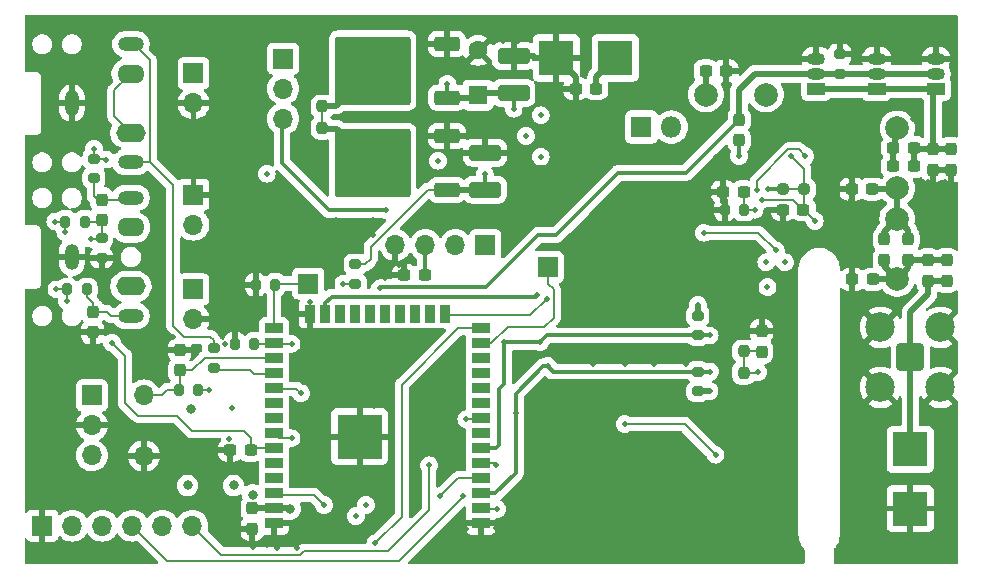
<source format=gbr>
%TF.GenerationSoftware,KiCad,Pcbnew,8.0.2*%
%TF.CreationDate,2025-04-20T12:58:55+12:00*%
%TF.ProjectId,summit_scourer,73756d6d-6974-45f7-9363-6f757265722e,rev?*%
%TF.SameCoordinates,Original*%
%TF.FileFunction,Copper,L4,Bot*%
%TF.FilePolarity,Positive*%
%FSLAX46Y46*%
G04 Gerber Fmt 4.6, Leading zero omitted, Abs format (unit mm)*
G04 Created by KiCad (PCBNEW 8.0.2) date 2025-04-20 12:58:55*
%MOMM*%
%LPD*%
G01*
G04 APERTURE LIST*
G04 Aperture macros list*
%AMRoundRect*
0 Rectangle with rounded corners*
0 $1 Rounding radius*
0 $2 $3 $4 $5 $6 $7 $8 $9 X,Y pos of 4 corners*
0 Add a 4 corners polygon primitive as box body*
4,1,4,$2,$3,$4,$5,$6,$7,$8,$9,$2,$3,0*
0 Add four circle primitives for the rounded corners*
1,1,$1+$1,$2,$3*
1,1,$1+$1,$4,$5*
1,1,$1+$1,$6,$7*
1,1,$1+$1,$8,$9*
0 Add four rect primitives between the rounded corners*
20,1,$1+$1,$2,$3,$4,$5,0*
20,1,$1+$1,$4,$5,$6,$7,0*
20,1,$1+$1,$6,$7,$8,$9,0*
20,1,$1+$1,$8,$9,$2,$3,0*%
G04 Aperture macros list end*
%TA.AperFunction,EtchedComponent*%
%ADD10C,0.200000*%
%TD*%
%TA.AperFunction,ComponentPad*%
%ADD11R,1.700000X1.700000*%
%TD*%
%TA.AperFunction,ComponentPad*%
%ADD12O,1.700000X1.700000*%
%TD*%
%TA.AperFunction,ComponentPad*%
%ADD13R,3.000000X3.000000*%
%TD*%
%TA.AperFunction,ComponentPad*%
%ADD14C,2.000000*%
%TD*%
%TA.AperFunction,ComponentPad*%
%ADD15R,1.500000X1.050000*%
%TD*%
%TA.AperFunction,ComponentPad*%
%ADD16O,1.500000X1.050000*%
%TD*%
%TA.AperFunction,ComponentPad*%
%ADD17RoundRect,0.200100X-0.949900X0.949900X-0.949900X-0.949900X0.949900X-0.949900X0.949900X0.949900X0*%
%TD*%
%TA.AperFunction,ComponentPad*%
%ADD18C,2.500000*%
%TD*%
%TA.AperFunction,ComponentPad*%
%ADD19O,2.200000X1.200000*%
%TD*%
%TA.AperFunction,ComponentPad*%
%ADD20O,2.300000X1.600000*%
%TD*%
%TA.AperFunction,ComponentPad*%
%ADD21O,1.200000X2.200000*%
%TD*%
%TA.AperFunction,ComponentPad*%
%ADD22O,2.500000X1.600000*%
%TD*%
%TA.AperFunction,ComponentPad*%
%ADD23R,1.800000X1.800000*%
%TD*%
%TA.AperFunction,ComponentPad*%
%ADD24O,1.800000X1.800000*%
%TD*%
%TA.AperFunction,ComponentPad*%
%ADD25R,1.600000X1.600000*%
%TD*%
%TA.AperFunction,ComponentPad*%
%ADD26C,1.600000*%
%TD*%
%TA.AperFunction,SMDPad,CuDef*%
%ADD27RoundRect,0.200000X-0.200000X-0.275000X0.200000X-0.275000X0.200000X0.275000X-0.200000X0.275000X0*%
%TD*%
%TA.AperFunction,SMDPad,CuDef*%
%ADD28RoundRect,0.237500X0.300000X0.237500X-0.300000X0.237500X-0.300000X-0.237500X0.300000X-0.237500X0*%
%TD*%
%TA.AperFunction,SMDPad,CuDef*%
%ADD29RoundRect,0.237500X-0.237500X0.300000X-0.237500X-0.300000X0.237500X-0.300000X0.237500X0.300000X0*%
%TD*%
%TA.AperFunction,SMDPad,CuDef*%
%ADD30RoundRect,0.200000X0.200000X0.275000X-0.200000X0.275000X-0.200000X-0.275000X0.200000X-0.275000X0*%
%TD*%
%TA.AperFunction,SMDPad,CuDef*%
%ADD31RoundRect,0.250000X0.850000X0.350000X-0.850000X0.350000X-0.850000X-0.350000X0.850000X-0.350000X0*%
%TD*%
%TA.AperFunction,SMDPad,CuDef*%
%ADD32RoundRect,0.250000X1.275000X1.125000X-1.275000X1.125000X-1.275000X-1.125000X1.275000X-1.125000X0*%
%TD*%
%TA.AperFunction,SMDPad,CuDef*%
%ADD33RoundRect,0.249997X2.950003X2.650003X-2.950003X2.650003X-2.950003X-2.650003X2.950003X-2.650003X0*%
%TD*%
%TA.AperFunction,SMDPad,CuDef*%
%ADD34RoundRect,0.237500X0.237500X-0.300000X0.237500X0.300000X-0.237500X0.300000X-0.237500X-0.300000X0*%
%TD*%
%TA.AperFunction,SMDPad,CuDef*%
%ADD35RoundRect,0.237500X-0.300000X-0.237500X0.300000X-0.237500X0.300000X0.237500X-0.300000X0.237500X0*%
%TD*%
%TA.AperFunction,SMDPad,CuDef*%
%ADD36RoundRect,0.237500X-0.250000X-0.237500X0.250000X-0.237500X0.250000X0.237500X-0.250000X0.237500X0*%
%TD*%
%TA.AperFunction,SMDPad,CuDef*%
%ADD37RoundRect,0.200000X0.275000X-0.200000X0.275000X0.200000X-0.275000X0.200000X-0.275000X-0.200000X0*%
%TD*%
%TA.AperFunction,SMDPad,CuDef*%
%ADD38RoundRect,0.200000X-0.275000X0.200000X-0.275000X-0.200000X0.275000X-0.200000X0.275000X0.200000X0*%
%TD*%
%TA.AperFunction,SMDPad,CuDef*%
%ADD39R,1.500000X0.900000*%
%TD*%
%TA.AperFunction,SMDPad,CuDef*%
%ADD40R,0.900000X1.500000*%
%TD*%
%TA.AperFunction,SMDPad,CuDef*%
%ADD41R,0.900000X0.900000*%
%TD*%
%TA.AperFunction,SMDPad,CuDef*%
%ADD42R,3.800000X3.800000*%
%TD*%
%TA.AperFunction,SMDPad,CuDef*%
%ADD43RoundRect,0.237500X-0.237500X0.250000X-0.237500X-0.250000X0.237500X-0.250000X0.237500X0.250000X0*%
%TD*%
%TA.AperFunction,SMDPad,CuDef*%
%ADD44RoundRect,0.250000X1.100000X-0.412500X1.100000X0.412500X-1.100000X0.412500X-1.100000X-0.412500X0*%
%TD*%
%TA.AperFunction,ViaPad*%
%ADD45C,0.500000*%
%TD*%
%TA.AperFunction,ViaPad*%
%ADD46C,0.600000*%
%TD*%
%TA.AperFunction,ViaPad*%
%ADD47C,0.800000*%
%TD*%
%TA.AperFunction,Conductor*%
%ADD48C,0.200000*%
%TD*%
%TA.AperFunction,Conductor*%
%ADD49C,0.500000*%
%TD*%
%TA.AperFunction,Conductor*%
%ADD50C,0.350000*%
%TD*%
G04 APERTURE END LIST*
D10*
%TO.C,R34*%
X172309999Y-89500000D02*
X171460001Y-89500000D01*
%TO.C,R9*%
X167700000Y-104574999D02*
X167700000Y-103725001D01*
%TO.C,R50*%
X132000000Y-83837499D02*
X132000000Y-82987501D01*
%TD*%
D11*
%TO.P,MK1,1,-*%
%TO.N,GND*%
X121100000Y-89975000D03*
D12*
%TO.P,MK1,2,+*%
%TO.N,/onboard_mic*%
X121100000Y-92515000D03*
%TD*%
D11*
%TO.P,J8,1,Pin_1*%
%TO.N,Net-(J8-Pin_1)*%
X145820000Y-94250000D03*
D12*
%TO.P,J8,2,Pin_2*%
%TO.N,Net-(J8-Pin_2)*%
X143280000Y-94250000D03*
%TO.P,J8,3,Pin_3*%
%TO.N,+3V3*%
X140740001Y-94250000D03*
%TO.P,J8,4,Pin_4*%
%TO.N,GND*%
X138200000Y-94250000D03*
%TD*%
D13*
%TO.P,H2,1,1*%
%TO.N,GND*%
X151825000Y-78400000D03*
%TD*%
D14*
%TO.P,L6,1,1*%
%TO.N,Net-(C49-Pad2)*%
X180675000Y-92025000D03*
%TO.P,L6,2,2*%
%TO.N,Net-(C11-Pad1)*%
X180675000Y-97105000D03*
%TD*%
D11*
%TO.P,RV1,1,1*%
%TO.N,Net-(U6-OUT_A)*%
X128700000Y-78450000D03*
D12*
%TO.P,RV1,2,2*%
%TO.N,Net-(U6-IN_A-)*%
X128700000Y-80990000D03*
%TO.P,RV1,3,3*%
%TO.N,Net-(R7-Pad2)*%
X128700000Y-83529999D03*
%TD*%
D14*
%TO.P,L1,1,1*%
%TO.N,VBUS*%
X164495001Y-81500000D03*
%TO.P,L1,2,2*%
%TO.N,Net-(Q1-D)*%
X169575000Y-81500000D03*
%TD*%
D15*
%TO.P,Q1,1,D*%
%TO.N,Net-(Q1-D)*%
X173825000Y-81020001D03*
D16*
%TO.P,Q1,2,G*%
%TO.N,Net-(Q1-G)*%
X173825000Y-79750000D03*
%TO.P,Q1,3,S*%
%TO.N,GND*%
X173825000Y-78480001D03*
%TD*%
D13*
%TO.P,H4,1,1*%
%TO.N,GND*%
X181800000Y-116550000D03*
%TD*%
D11*
%TO.P,J7,1,Pin_1*%
%TO.N,GND*%
X108300000Y-118000000D03*
D12*
%TO.P,J7,2,Pin_2*%
%TO.N,/ESP_boot*%
X110840000Y-118000000D03*
%TO.P,J7,3,Pin_3*%
%TO.N,unconnected-(J7-Pin_3-Pad3)*%
X113379999Y-118000000D03*
%TO.P,J7,4,Pin_4*%
%TO.N,/ESP_TX*%
X115920000Y-118000000D03*
%TO.P,J7,5,Pin_5*%
%TO.N,/ESP_reset*%
X118460000Y-118000000D03*
%TO.P,J7,6,Pin_6*%
%TO.N,/ESP_RX*%
X121000000Y-118000000D03*
%TD*%
D14*
%TO.P,L3,1,1*%
%TO.N,Net-(C41-Pad2)*%
X180700000Y-84360000D03*
%TO.P,L3,2,2*%
%TO.N,Net-(C49-Pad2)*%
X180700000Y-89440000D03*
%TD*%
D11*
%TO.P,TP2,1,1*%
%TO.N,Net-(U4-IO4)*%
X151100000Y-96100000D03*
%TD*%
D17*
%TO.P,J2,1,In*%
%TO.N,Net-(J2-In)*%
X181800000Y-103750000D03*
D18*
%TO.P,J2,2,Ext*%
%TO.N,GND*%
X184340000Y-101210000D03*
X179260000Y-101210000D03*
X184340000Y-106290000D03*
X179260000Y-106290000D03*
%TD*%
D13*
%TO.P,H1,1,1*%
%TO.N,VBUS*%
X156825000Y-78400000D03*
%TD*%
D11*
%TO.P,SW7,1,A*%
%TO.N,/onboard_key*%
X121100000Y-98000000D03*
D12*
%TO.P,SW7,2,B*%
%TO.N,GND*%
X121100000Y-100540000D03*
%TD*%
D19*
%TO.P,J4,R*%
%TO.N,/audio_out_right*%
X115800000Y-77250000D03*
D20*
%TO.P,J4,RN*%
%TO.N,Net-(J5-Pin_1)*%
X115800000Y-79750000D03*
D21*
%TO.P,J4,S*%
%TO.N,GND*%
X110800000Y-82250000D03*
D19*
%TO.P,J4,T*%
%TO.N,/audio_out_right*%
X115800000Y-87250000D03*
D22*
%TO.P,J4,TN*%
%TO.N,Net-(J5-Pin_1)*%
X115800000Y-84750000D03*
%TD*%
D15*
%TO.P,Q4,1,D*%
%TO.N,Net-(Q1-D)*%
X183974999Y-81020001D03*
D16*
%TO.P,Q4,2,G*%
%TO.N,Net-(Q1-G)*%
X183974999Y-79750000D03*
%TO.P,Q4,3,S*%
%TO.N,GND*%
X183974999Y-78480001D03*
%TD*%
D23*
%TO.P,D5,1,K*%
%TO.N,Net-(D5-K)*%
X159030000Y-84250000D03*
D24*
%TO.P,D5,2,A*%
%TO.N,VBUS*%
X161570000Y-84250000D03*
%TD*%
D11*
%TO.P,TP1,1,1*%
%TO.N,Net-(U4-IO12)*%
X130825000Y-97500000D03*
%TD*%
D25*
%TO.P,C54,1*%
%TO.N,VBUS_filtered*%
X145200000Y-81552651D03*
D26*
%TO.P,C54,2*%
%TO.N,GND*%
X145200000Y-77752651D03*
%TD*%
D11*
%TO.P,SW8,A,A*%
%TO.N,/Encoder.A*%
X112500000Y-106975000D03*
D12*
%TO.P,SW8,B,B*%
%TO.N,/Encoder.B*%
X112500000Y-112055000D03*
%TO.P,SW8,C,C*%
%TO.N,GND*%
X112500000Y-109515000D03*
%TO.P,SW8,S1,S1*%
%TO.N,/Encoder.btn*%
X116900000Y-106975000D03*
%TO.P,SW8,S2,S2*%
%TO.N,GND*%
X116900000Y-112075000D03*
%TD*%
D19*
%TO.P,J3,R*%
%TO.N,Net-(C42-Pad2)*%
X115800000Y-90250000D03*
D20*
%TO.P,J3,RN*%
%TO.N,/onboard_mic*%
X115800000Y-92750000D03*
D21*
%TO.P,J3,S*%
%TO.N,GND*%
X110800000Y-95250000D03*
D19*
%TO.P,J3,T*%
%TO.N,/PTT_key*%
X115800000Y-100250000D03*
D22*
%TO.P,J3,TN*%
%TO.N,/onboard_key*%
X115800000Y-97750000D03*
%TD*%
D11*
%TO.P,J5,1,Pin_1*%
%TO.N,Net-(J5-Pin_1)*%
X121100000Y-79700000D03*
D12*
%TO.P,J5,2,Pin_2*%
%TO.N,GND*%
X121100000Y-82240000D03*
%TD*%
D15*
%TO.P,Q3,1,D*%
%TO.N,Net-(Q1-D)*%
X178935000Y-81020001D03*
D16*
%TO.P,Q3,2,G*%
%TO.N,Net-(Q1-G)*%
X178935000Y-79750000D03*
%TO.P,Q3,3,S*%
%TO.N,GND*%
X178935000Y-78480001D03*
%TD*%
D13*
%TO.P,H3,1,1*%
%TO.N,Net-(J2-In)*%
X181800000Y-111550000D03*
%TD*%
D27*
%TO.P,R42,1*%
%TO.N,+3V3*%
X110425000Y-98000000D03*
%TO.P,R42,2*%
%TO.N,/PTT_key*%
X112075000Y-98000000D03*
%TD*%
D28*
%TO.P,C9,1*%
%TO.N,Net-(C8-Pad1)*%
X167687500Y-89750000D03*
%TO.P,C9,2*%
%TO.N,GND*%
X165962500Y-89750000D03*
%TD*%
D29*
%TO.P,C34,1*%
%TO.N,/PTT_key*%
X112575000Y-99887499D03*
%TO.P,C34,2*%
%TO.N,GND*%
X112575000Y-101612501D03*
%TD*%
D30*
%TO.P,R45,1*%
%TO.N,/mic_in*%
X111900000Y-92250000D03*
%TO.P,R45,2*%
%TO.N,+3V3*%
X110250000Y-92250000D03*
%TD*%
%TO.P,R44,1*%
%TO.N,Net-(U4-IO12)*%
X128025000Y-97600000D03*
%TO.P,R44,2*%
%TO.N,GND*%
X126375000Y-97600000D03*
%TD*%
%TO.P,R6,1*%
%TO.N,+3V3*%
X121525000Y-106500000D03*
%TO.P,R6,2*%
%TO.N,/Encoder.btn*%
X119875000Y-106500000D03*
%TD*%
D31*
%TO.P,U5,1,GND*%
%TO.N,GND*%
X142575000Y-77195000D03*
D32*
%TO.P,U5,2,VO*%
%TO.N,+3V3*%
X137950000Y-81000000D03*
X137950000Y-77950000D03*
D33*
X136274999Y-79475000D03*
D32*
X134600000Y-81000000D03*
X134600000Y-77950000D03*
D31*
%TO.P,U5,3,VI*%
%TO.N,VBUS_filtered*%
X142575000Y-81755000D03*
%TD*%
D29*
%TO.P,C33,1*%
%TO.N,Net-(U4-VDD)*%
X126075000Y-116537499D03*
%TO.P,C33,2*%
%TO.N,GND*%
X126075000Y-118262501D03*
%TD*%
D28*
%TO.P,C52,1*%
%TO.N,VBUS*%
X155187501Y-81000000D03*
%TO.P,C52,2*%
%TO.N,GND*%
X153462499Y-81000000D03*
%TD*%
D30*
%TO.P,R52,1*%
%TO.N,/V_sense*%
X126250000Y-102600000D03*
%TO.P,R52,2*%
%TO.N,GND*%
X124600000Y-102600000D03*
%TD*%
D34*
%TO.P,C42,1*%
%TO.N,/mic_in*%
X113325000Y-92112501D03*
%TO.P,C42,2*%
%TO.N,Net-(C42-Pad2)*%
X113325000Y-90387499D03*
%TD*%
D28*
%TO.P,C14,1*%
%TO.N,Net-(U8E-VCC)*%
X172747500Y-91250000D03*
%TO.P,C14,2*%
%TO.N,GND*%
X171022500Y-91250000D03*
%TD*%
D35*
%TO.P,C24,1*%
%TO.N,VBUS*%
X164487499Y-79500000D03*
%TO.P,C24,2*%
%TO.N,GND*%
X166212501Y-79500000D03*
%TD*%
D29*
%TO.P,C11,1*%
%TO.N,Net-(C11-Pad1)*%
X184875000Y-95537499D03*
%TO.P,C11,2*%
%TO.N,Net-(J2-In)*%
X184875000Y-97262501D03*
%TD*%
D36*
%TO.P,R34,1*%
%TO.N,+3V3*%
X170972500Y-89500000D03*
%TO.P,R34,2*%
%TO.N,Net-(U8E-VCC)*%
X172797500Y-89500000D03*
%TD*%
D29*
%TO.P,C53,1*%
%TO.N,Net-(C49-Pad2)*%
X181600000Y-93742499D03*
%TO.P,C53,2*%
%TO.N,Net-(C11-Pad1)*%
X181600000Y-95467501D03*
%TD*%
D34*
%TO.P,C6,1*%
%TO.N,+3V3*%
X169200000Y-103262501D03*
%TO.P,C6,2*%
%TO.N,GND*%
X169200000Y-101537499D03*
%TD*%
%TO.P,C22,1*%
%TO.N,Net-(C22-Pad1)*%
X167300000Y-85362501D03*
%TO.P,C22,2*%
%TO.N,Net-(Q1-G)*%
X167300000Y-83637499D03*
%TD*%
D37*
%TO.P,R49,1*%
%TO.N,/side_tone*%
X122800000Y-104625000D03*
%TO.P,R49,2*%
%TO.N,/audio_out_right*%
X122800000Y-102975000D03*
%TD*%
D38*
%TO.P,R8,1*%
%TO.N,/mic_in*%
X113325000Y-93675000D03*
%TO.P,R8,2*%
%TO.N,GND*%
X113325000Y-95325000D03*
%TD*%
D34*
%TO.P,C25,1*%
%TO.N,/Encoder.btn*%
X119950000Y-104862501D03*
%TO.P,C25,2*%
%TO.N,GND*%
X119950000Y-103137499D03*
%TD*%
D35*
%TO.P,C49,1*%
%TO.N,GND*%
X176837499Y-89500000D03*
%TO.P,C49,2*%
%TO.N,Net-(C49-Pad2)*%
X178562501Y-89500000D03*
%TD*%
D28*
%TO.P,C46,1*%
%TO.N,Net-(Q1-D)*%
X182062501Y-87562497D03*
%TO.P,C46,2*%
%TO.N,Net-(C41-Pad2)*%
X180337499Y-87562497D03*
%TD*%
D37*
%TO.P,R54,1*%
%TO.N,Net-(Q1-G)*%
X175825001Y-79750000D03*
%TO.P,R54,2*%
%TO.N,GND*%
X175825001Y-78100000D03*
%TD*%
D28*
%TO.P,C41,1*%
%TO.N,Net-(Q1-D)*%
X182062501Y-86000000D03*
%TO.P,C41,2*%
%TO.N,Net-(C41-Pad2)*%
X180337499Y-86000000D03*
%TD*%
D29*
%TO.P,C37,1*%
%TO.N,Net-(Q1-D)*%
X183700000Y-86137499D03*
%TO.P,C37,2*%
%TO.N,GND*%
X183700000Y-87862501D03*
%TD*%
%TO.P,C12,1*%
%TO.N,Net-(C11-Pad1)*%
X183300000Y-95537499D03*
%TO.P,C12,2*%
%TO.N,Net-(J2-In)*%
X183300000Y-97262501D03*
%TD*%
D39*
%TO.P,U4,1,GND*%
%TO.N,GND*%
X127920000Y-117810000D03*
%TO.P,U4,2,VDD*%
%TO.N,Net-(U4-VDD)*%
X127920000Y-116540000D03*
%TO.P,U4,3,EN*%
%TO.N,/ESP_reset*%
X127920000Y-115270000D03*
%TO.P,U4,4,SENSOR_VP*%
%TO.N,unconnected-(U4-SENSOR_VP-Pad4)*%
X127920000Y-114000000D03*
%TO.P,U4,5,SENSOR_VN*%
%TO.N,unconnected-(U4-SENSOR_VN-Pad5)*%
X127920000Y-112730000D03*
%TO.P,U4,6,IO34*%
%TO.N,/mic_in*%
X127920000Y-111460000D03*
%TO.P,U4,7,IO35*%
%TO.N,/PTT_key*%
X127920000Y-110190000D03*
%TO.P,U4,8,IO32*%
%TO.N,unconnected-(U4-IO32-Pad8)*%
X127920000Y-108920000D03*
%TO.P,U4,9,IO33*%
%TO.N,unconnected-(U4-IO33-Pad9)*%
X127920000Y-107650000D03*
%TO.P,U4,10,IO25*%
%TO.N,/TX_Mod*%
X127920000Y-106380000D03*
%TO.P,U4,11,IO26*%
%TO.N,/side_tone*%
X127920000Y-105110000D03*
%TO.P,U4,12,IO27*%
%TO.N,/Encoder.btn*%
X127920000Y-103840000D03*
%TO.P,U4,13,IO14*%
%TO.N,/V_sense*%
X127920000Y-102570000D03*
%TO.P,U4,14,IO12*%
%TO.N,Net-(U4-IO12)*%
X127920000Y-101300000D03*
D40*
%TO.P,U4,15,GND*%
%TO.N,GND*%
X130955000Y-100050000D03*
%TO.P,U4,16,IO13*%
%TO.N,/~{SI_RST}*%
X132225000Y-100050000D03*
%TO.P,U4,17,NC*%
%TO.N,unconnected-(U4-NC-Pad17)*%
X133495000Y-100050001D03*
%TO.P,U4,18,NC*%
%TO.N,unconnected-(U4-NC-Pad18)*%
X134765000Y-100050000D03*
%TO.P,U4,19,NC*%
%TO.N,unconnected-(U4-NC-Pad19)*%
X136035000Y-100050000D03*
%TO.P,U4,20,NC*%
%TO.N,unconnected-(U4-NC-Pad20)*%
X137305000Y-100050000D03*
%TO.P,U4,21,NC*%
%TO.N,unconnected-(U4-NC-Pad21)*%
X138575000Y-100050000D03*
%TO.P,U4,22,NC*%
%TO.N,unconnected-(U4-NC-Pad22)*%
X139845000Y-100050001D03*
%TO.P,U4,23,IO15*%
%TO.N,unconnected-(U4-IO15-Pad23)*%
X141115000Y-100050000D03*
%TO.P,U4,24,IO2*%
%TO.N,Net-(U4-IO2)*%
X142385000Y-100050000D03*
D39*
%TO.P,U4,25,IO0*%
%TO.N,/ESP_boot*%
X145420000Y-101300000D03*
%TO.P,U4,26,IO4*%
%TO.N,Net-(U4-IO4)*%
X145420000Y-102570000D03*
%TO.P,U4,27,IO16*%
%TO.N,unconnected-(U4-IO16-Pad27)*%
X145420000Y-103840000D03*
%TO.P,U4,28,IO17*%
%TO.N,unconnected-(U4-IO17-Pad28)*%
X145420000Y-105110000D03*
%TO.P,U4,29,IO5*%
%TO.N,unconnected-(U4-IO5-Pad29)*%
X145420000Y-106380000D03*
%TO.P,U4,30,IO18*%
%TO.N,unconnected-(U4-IO18-Pad30)*%
X145420000Y-107650000D03*
%TO.P,U4,31,IO19*%
%TO.N,/Encoder.A*%
X145420000Y-108920000D03*
%TO.P,U4,32,NC*%
%TO.N,unconnected-(U4-NC-Pad32)*%
X145420000Y-110190000D03*
%TO.P,U4,33,IO21*%
%TO.N,/I2C_SDIO*%
X145420000Y-111460000D03*
%TO.P,U4,34,RXD0/IO3*%
%TO.N,Net-(U4-RXD0{slash}IO3)*%
X145420000Y-112730000D03*
%TO.P,U4,35,TXD0/IO1*%
%TO.N,Net-(U4-TXD0{slash}IO1)*%
X145420000Y-114000000D03*
%TO.P,U4,36,IO22*%
%TO.N,/I2C_SCL*%
X145420000Y-115270000D03*
%TO.P,U4,37,IO23*%
%TO.N,/Encoder.B*%
X145420000Y-116540000D03*
%TO.P,U4,38,GND*%
%TO.N,GND*%
X145420000Y-117810000D03*
D41*
%TO.P,U4,39,GND*%
X133770000Y-109070000D03*
X133770000Y-110470000D03*
X133770000Y-111870000D03*
X135170000Y-109070000D03*
X135170000Y-110470000D03*
D42*
X135170000Y-110470000D03*
D41*
X135170000Y-111870000D03*
X136570000Y-109070000D03*
X136570000Y-110470000D03*
X136570000Y-111870000D03*
%TD*%
D43*
%TO.P,R9,1*%
%TO.N,+3V3*%
X167700000Y-103237500D03*
%TO.P,R9,2*%
%TO.N,Net-(U3-VDD)*%
X167700000Y-105062500D03*
%TD*%
D28*
%TO.P,C63,1*%
%TO.N,+3V3*%
X140662501Y-96800000D03*
%TO.P,C63,2*%
%TO.N,GND*%
X138937499Y-96800000D03*
%TD*%
D29*
%TO.P,C55,1*%
%TO.N,Net-(C49-Pad2)*%
X179600000Y-93742499D03*
%TO.P,C55,2*%
%TO.N,Net-(C11-Pad1)*%
X179600000Y-95467501D03*
%TD*%
D44*
%TO.P,C57,1*%
%TO.N,VBUS_filtered*%
X145800000Y-89562500D03*
%TO.P,C57,2*%
%TO.N,GND*%
X145800000Y-86437500D03*
%TD*%
D29*
%TO.P,C39,1*%
%TO.N,Net-(Q1-D)*%
X185200000Y-86137499D03*
%TO.P,C39,2*%
%TO.N,GND*%
X185200000Y-87862501D03*
%TD*%
D38*
%TO.P,R47,1*%
%TO.N,+3V3*%
X163800000Y-100250000D03*
%TO.P,R47,2*%
%TO.N,/I2C_SDIO*%
X163800000Y-101900000D03*
%TD*%
D44*
%TO.P,C56,1*%
%TO.N,VBUS_filtered*%
X148200000Y-81362500D03*
%TO.P,C56,2*%
%TO.N,GND*%
X148200000Y-78237500D03*
%TD*%
D28*
%TO.P,C61,1*%
%TO.N,Net-(C11-Pad1)*%
X178612501Y-97155000D03*
%TO.P,C61,2*%
%TO.N,GND*%
X176887499Y-97155000D03*
%TD*%
D38*
%TO.P,R51,1*%
%TO.N,VBUS_filtered*%
X134800000Y-95875000D03*
%TO.P,R51,2*%
%TO.N,/V_sense*%
X134800000Y-97525000D03*
%TD*%
D31*
%TO.P,U7,1,GND*%
%TO.N,GND*%
X142575000Y-85000000D03*
D32*
%TO.P,U7,2,VO*%
%TO.N,+3V3_RX*%
X137950000Y-88805000D03*
X137950000Y-85755000D03*
D33*
X136274999Y-87280000D03*
D32*
X134600000Y-88805000D03*
X134600000Y-85755000D03*
D31*
%TO.P,U7,3,VI*%
%TO.N,VBUS_filtered*%
X142575000Y-89560000D03*
%TD*%
D37*
%TO.P,R46,1*%
%TO.N,+3V3*%
X163800000Y-106625000D03*
%TO.P,R46,2*%
%TO.N,/I2C_SCL*%
X163800000Y-104975000D03*
%TD*%
D30*
%TO.P,R33,1*%
%TO.N,Net-(C8-Pad1)*%
X167725000Y-91250000D03*
%TO.P,R33,2*%
%TO.N,GND*%
X166075000Y-91250000D03*
%TD*%
D38*
%TO.P,R41,1*%
%TO.N,+3V3*%
X112675000Y-86925000D03*
%TO.P,R41,2*%
%TO.N,Net-(C42-Pad2)*%
X112675000Y-88575000D03*
%TD*%
D43*
%TO.P,R50,1*%
%TO.N,+3V3*%
X132000000Y-82500000D03*
%TO.P,R50,2*%
%TO.N,+3V3_RX*%
X132000000Y-84325000D03*
%TD*%
D28*
%TO.P,C36,1*%
%TO.N,/mic_in*%
X125937501Y-111600000D03*
%TO.P,C36,2*%
%TO.N,GND*%
X124212499Y-111600000D03*
%TD*%
D45*
%TO.N,GND*%
X155700000Y-117300000D03*
X125500000Y-97600000D03*
X165000000Y-119500000D03*
X152500000Y-85000000D03*
X169200000Y-111700000D03*
X109500000Y-107000000D03*
X126400000Y-98700000D03*
X154800000Y-110700000D03*
X163500000Y-112100000D03*
X159500000Y-119500000D03*
X175000000Y-87500000D03*
X184700000Y-88900000D03*
X139000000Y-104000000D03*
D46*
X176800000Y-88400000D03*
D45*
X180000000Y-82500000D03*
X144200000Y-118300000D03*
X157600000Y-110700000D03*
X172500000Y-77500000D03*
X124100000Y-110650000D03*
X153500000Y-82000000D03*
X113300000Y-96300000D03*
X127500000Y-85000000D03*
X126100000Y-119800000D03*
X162400000Y-95500000D03*
X164800000Y-117300000D03*
X131500000Y-76000000D03*
X136300000Y-93400000D03*
X165000000Y-77500000D03*
X176950000Y-95955000D03*
X133200000Y-93400000D03*
X122500000Y-76000000D03*
X176450000Y-92927500D03*
X111500000Y-101700000D03*
X151250000Y-111150000D03*
X165100000Y-91300000D03*
X160750000Y-116200000D03*
X162100000Y-77200000D03*
X137500000Y-106800000D03*
X153850000Y-112250000D03*
X182000000Y-83600000D03*
X169800000Y-91900000D03*
X140700000Y-85900000D03*
X164900000Y-89800000D03*
X175800000Y-91300000D03*
X155000000Y-87500000D03*
X147500000Y-119500000D03*
X177500000Y-77500000D03*
X131100000Y-93400000D03*
X180000000Y-77500000D03*
X159400000Y-78500000D03*
X113500000Y-79500000D03*
X175700000Y-89500000D03*
X166225000Y-80650000D03*
X138500000Y-95900000D03*
X110000000Y-84500000D03*
X131850000Y-88000000D03*
X175000000Y-82500000D03*
X161700000Y-117300000D03*
X176500000Y-112500000D03*
X136300000Y-92100000D03*
X171200000Y-111700000D03*
X139800000Y-83400000D03*
X160600000Y-77200000D03*
X160600000Y-79800000D03*
X136400000Y-107900000D03*
X141000000Y-77200000D03*
X170000000Y-77500000D03*
X129400000Y-94500000D03*
X162000000Y-91500000D03*
X114500000Y-109500000D03*
D46*
X176800000Y-90600000D03*
D45*
X113600000Y-101700000D03*
X123750000Y-102600000D03*
X170000000Y-114500000D03*
X165000000Y-99500000D03*
X136500000Y-118000000D03*
X185000000Y-77500000D03*
X178500000Y-120500000D03*
X127300000Y-94800000D03*
X170000000Y-85000000D03*
X126300000Y-93800000D03*
X156700000Y-116200000D03*
X154000000Y-97350000D03*
X161250000Y-93900000D03*
X138800000Y-83400000D03*
X174600000Y-90200000D03*
X182500000Y-82500000D03*
X164400000Y-88300000D03*
X127300000Y-119600000D03*
X133770000Y-110920000D03*
X176950000Y-98355000D03*
X172500000Y-85000000D03*
X135170000Y-110920000D03*
X165300000Y-86800000D03*
X112600000Y-102700000D03*
X163200000Y-78500000D03*
X165000000Y-114500000D03*
X176350000Y-93855000D03*
X110000000Y-79500000D03*
X142600000Y-84000000D03*
X146700000Y-118200000D03*
X124600000Y-101600000D03*
X162400000Y-98000000D03*
X109500000Y-111500000D03*
X170600000Y-101900000D03*
X167900000Y-97800000D03*
X137300000Y-97000000D03*
X185000000Y-120500000D03*
X145400000Y-119200000D03*
X133200000Y-92100000D03*
X146400000Y-84700000D03*
X131000000Y-109500000D03*
X125600000Y-100000000D03*
X152400000Y-112250000D03*
X131000000Y-118600000D03*
X153500000Y-119500000D03*
X142600000Y-78300000D03*
X177000000Y-78100000D03*
X142600000Y-76100000D03*
X153050000Y-96400000D03*
X133770000Y-109520000D03*
X142500000Y-110000000D03*
X152500000Y-82500000D03*
X167500000Y-77500000D03*
X185500000Y-89500000D03*
X122500000Y-95500000D03*
X136300000Y-114500000D03*
X134700000Y-94500000D03*
X151500000Y-91500000D03*
X177500000Y-87500000D03*
X116500000Y-115000000D03*
X129700000Y-100500000D03*
X177500000Y-85000000D03*
X170000000Y-119500000D03*
X121025000Y-103100000D03*
X129900000Y-119900000D03*
X147300000Y-77000000D03*
X141100000Y-85000000D03*
X177500000Y-82500000D03*
X131000000Y-99100000D03*
X131000000Y-104000000D03*
X142600000Y-86100000D03*
X183300000Y-88900000D03*
X111500000Y-115000000D03*
X145100000Y-84700000D03*
X175000000Y-85000000D03*
X126000000Y-81000000D03*
X182500000Y-77500000D03*
X130000000Y-85000000D03*
X185350000Y-93855000D03*
X162800000Y-104300000D03*
X170700000Y-106900000D03*
X113500000Y-84500000D03*
X155000000Y-82500000D03*
X160100000Y-104300000D03*
X175900000Y-77100000D03*
X162100000Y-79800000D03*
X126400000Y-96500000D03*
X135170000Y-109520000D03*
X166225000Y-78350000D03*
X139900000Y-75600000D03*
X136400000Y-105600000D03*
X168000000Y-95700000D03*
X176500000Y-99400000D03*
X148600000Y-77000000D03*
X172500000Y-82500000D03*
X107500000Y-102500000D03*
X176500000Y-118500000D03*
X154900000Y-104300000D03*
X167425000Y-79550000D03*
X128200000Y-119900000D03*
X152400000Y-81000000D03*
X114400000Y-95400000D03*
X185000000Y-82500000D03*
X157600000Y-104300000D03*
X119400000Y-102000000D03*
X115000000Y-112500000D03*
%TO.N,+3V3*%
X167700000Y-103175001D03*
D47*
X120900000Y-108100000D03*
D45*
X169200000Y-103400000D03*
X112675000Y-86100000D03*
X164800000Y-106600000D03*
X109500000Y-98000000D03*
X137950000Y-77950000D03*
X110400000Y-99000000D03*
X163800000Y-99300000D03*
X122400000Y-106500000D03*
X135700000Y-116250000D03*
X137950000Y-81000000D03*
X169700000Y-97800000D03*
X171200000Y-95700000D03*
X113675000Y-87000000D03*
X134600000Y-81000000D03*
X169600000Y-95700000D03*
X110250000Y-93150000D03*
X136762500Y-77500000D03*
X109400000Y-92250000D03*
X134850000Y-117200000D03*
X169720000Y-89500000D03*
X124400000Y-108000000D03*
%TO.N,Net-(C8-Pad1)*%
X168603379Y-91242027D03*
%TO.N,Net-(Q1-G)*%
X136900000Y-97900000D03*
%TO.N,Net-(U1-VDD)*%
X157600000Y-109400000D03*
X165300000Y-112000000D03*
%TO.N,Net-(U8E-VCC)*%
X171700000Y-86700000D03*
X173700000Y-92200000D03*
X169200000Y-90400000D03*
%TO.N,Net-(C22-Pad1)*%
X167300000Y-86700000D03*
%TO.N,/ESP_reset*%
X132150000Y-116250000D03*
D47*
%TO.N,Net-(U4-VDD)*%
X120600000Y-114600000D03*
X126100000Y-115400000D03*
X129300000Y-116600000D03*
X124500000Y-114600000D03*
D45*
%TO.N,/PTT_key*%
X129400000Y-110600000D03*
%TO.N,/mic_in*%
X114200000Y-102500000D03*
X112400000Y-93700000D03*
%TO.N,/ESP_boot*%
X136500000Y-119500000D03*
%TO.N,+3V3_RX*%
X136274999Y-87280000D03*
X137950000Y-88805000D03*
X134687501Y-88900000D03*
X141800000Y-87100000D03*
X127300000Y-88200000D03*
%TO.N,VBUS_filtered*%
X144000000Y-81755000D03*
X149250000Y-85000000D03*
X148200000Y-82700000D03*
X150500000Y-86750000D03*
X142600000Y-80600000D03*
X150500000Y-83250000D03*
X145750000Y-88250000D03*
X146500000Y-81362500D03*
%TO.N,/ESP_TX*%
X143900000Y-115500000D03*
%TO.N,/ESP_RX*%
X141050000Y-112900000D03*
%TO.N,/I2C_SCL*%
X164850000Y-104950000D03*
X148370000Y-108500000D03*
X151100000Y-104500000D03*
%TO.N,/I2C_SDIO*%
X164800000Y-101900000D03*
X147400000Y-102450000D03*
X150450000Y-102450000D03*
%TO.N,Net-(R7-Pad2)*%
X137400000Y-91300000D03*
%TO.N,Net-(U3-VDD)*%
X168900000Y-105000000D03*
%TO.N,/~{SI_RST}*%
X150200000Y-98500000D03*
%TO.N,/TX_Mod*%
X130200000Y-106800000D03*
%TO.N,Net-(U4-IO2)*%
X151000000Y-98800000D03*
%TO.N,/V_sense*%
X129400000Y-102600000D03*
X133800000Y-97500000D03*
%TO.N,/Encoder.A*%
X144200000Y-109000000D03*
%TO.N,/Encoder.B*%
X146800000Y-116600000D03*
%TO.N,Net-(U8-Pad1)*%
X168800000Y-89600000D03*
X172900000Y-86700000D03*
X164300000Y-93200000D03*
X170400000Y-94700000D03*
%TO.N,Net-(U4-TXD0{slash}IO1)*%
X142000000Y-115500000D03*
%TO.N,Net-(U4-RXD0{slash}IO3)*%
X146750000Y-112850000D03*
%TD*%
D48*
%TO.N,GND*%
X126075000Y-118262501D02*
X126075000Y-119775000D01*
D49*
X153462499Y-80037499D02*
X151825000Y-78400000D01*
D48*
X170237499Y-101537499D02*
X170600000Y-101900000D01*
X169200000Y-101537499D02*
X170237499Y-101537499D01*
X126075000Y-119775000D02*
X126100000Y-119800000D01*
D49*
X153462499Y-81000000D02*
X153462499Y-80037499D01*
D48*
%TO.N,+3V3*%
X112675000Y-86100000D02*
X112675000Y-86925000D01*
D49*
X163800000Y-100250000D02*
X163800000Y-99300000D01*
D48*
X110250000Y-92250000D02*
X110250000Y-93150000D01*
X110425000Y-98975000D02*
X110425000Y-98000000D01*
X113675000Y-87000000D02*
X113600000Y-86925000D01*
X113600000Y-86925000D02*
X112675000Y-86925000D01*
X121525000Y-106500000D02*
X122400000Y-106500000D01*
D49*
X134600000Y-81000000D02*
X133162499Y-82437501D01*
X133162499Y-82437501D02*
X132000000Y-82437501D01*
D48*
X110425000Y-98000000D02*
X109500000Y-98000000D01*
X110400000Y-99000000D02*
X110425000Y-98975000D01*
D50*
X140740001Y-94250000D02*
X140740001Y-96722500D01*
D48*
X168975001Y-103175001D02*
X167700000Y-103175001D01*
D49*
X163800000Y-106625000D02*
X164775000Y-106625000D01*
D50*
X169720000Y-89500000D02*
X170972500Y-89500000D01*
D48*
X110250000Y-92250000D02*
X109400000Y-92250000D01*
D49*
X164775000Y-106625000D02*
X164800000Y-106600000D01*
D48*
%TO.N,Net-(C8-Pad1)*%
X167725000Y-91250000D02*
X167725000Y-89787500D01*
X168603379Y-91242027D02*
X167732973Y-91242027D01*
D49*
%TO.N,Net-(Q1-G)*%
X168650000Y-79750000D02*
X173825000Y-79750000D01*
D50*
X157075000Y-88125000D02*
X162812499Y-88125000D01*
D49*
X183974999Y-79750000D02*
X173825000Y-79750000D01*
X167300000Y-83637499D02*
X167300000Y-81100000D01*
D50*
X162812499Y-88125000D02*
X167300000Y-83637499D01*
X145850000Y-97800000D02*
X150250000Y-93400000D01*
X150250000Y-93400000D02*
X151800000Y-93400000D01*
X151800000Y-93400000D02*
X157075000Y-88125000D01*
X136900000Y-97900000D02*
X137000000Y-97800000D01*
X137000000Y-97800000D02*
X145850000Y-97800000D01*
D49*
X167300000Y-81100000D02*
X168650000Y-79750000D01*
%TO.N,Net-(Q1-D)*%
X182200000Y-86137499D02*
X185287495Y-86137499D01*
X183974999Y-81020001D02*
X178935000Y-81020001D01*
X173825000Y-81020001D02*
X178935000Y-81020001D01*
X185287495Y-86137499D02*
X185362497Y-86062497D01*
X182062501Y-86000000D02*
X182062501Y-87562497D01*
X183700000Y-81295000D02*
X183700000Y-86137499D01*
X183974999Y-81020001D02*
X183700000Y-81295000D01*
X182062501Y-86000000D02*
X182200000Y-86137499D01*
%TO.N,Net-(J2-In)*%
X181800000Y-103750000D02*
X181800000Y-99900000D01*
X184875000Y-97262501D02*
X183300000Y-97262501D01*
X183300000Y-98400000D02*
X183300000Y-97262501D01*
X181800000Y-99900000D02*
X183300000Y-98400000D01*
X181800000Y-103750000D02*
X181800000Y-111550000D01*
%TO.N,VBUS*%
X164487499Y-79500000D02*
X164487499Y-81492498D01*
X155187501Y-80037499D02*
X156825000Y-78400000D01*
X155187501Y-81000000D02*
X155187501Y-80037499D01*
D48*
%TO.N,Net-(U1-VDD)*%
X162700000Y-109400000D02*
X157600000Y-109400000D01*
X165300000Y-112000000D02*
X162700000Y-109400000D01*
D49*
%TO.N,Net-(C41-Pad2)*%
X180474998Y-85862501D02*
X180474998Y-84585002D01*
X180337499Y-86000000D02*
X180474998Y-85862501D01*
X180337499Y-86000000D02*
X180337499Y-87562497D01*
%TO.N,Net-(C11-Pad1)*%
X181600000Y-96180000D02*
X180675000Y-97105000D01*
X178612501Y-97155000D02*
X180625000Y-97155000D01*
X181600000Y-95467501D02*
X181600000Y-96180000D01*
X179600000Y-96030000D02*
X180675000Y-97105000D01*
X181600000Y-95467501D02*
X184805002Y-95467501D01*
D48*
%TO.N,Net-(U4-IO4)*%
X151600000Y-100400000D02*
X150800000Y-101200000D01*
X151100000Y-96100000D02*
X151100000Y-97500000D01*
X151600000Y-98000000D02*
X151600000Y-100400000D01*
X146330000Y-102570000D02*
X145420000Y-102570000D01*
X147700000Y-101200000D02*
X146330000Y-102570000D01*
X150800000Y-101200000D02*
X147700000Y-101200000D01*
X151100000Y-97500000D02*
X151600000Y-98000000D01*
%TO.N,Net-(U8E-VCC)*%
X171897500Y-90400000D02*
X172747500Y-91250000D01*
X172797500Y-89500000D02*
X172797500Y-87797500D01*
X172797500Y-87797500D02*
X171700000Y-86700000D01*
X172797500Y-89500000D02*
X172797500Y-91200000D01*
X172750000Y-91250000D02*
X173700000Y-92200000D01*
X169200000Y-90400000D02*
X171897500Y-90400000D01*
%TO.N,/audio_out_right*%
X122800000Y-102300000D02*
X122500000Y-102000000D01*
X119400000Y-89200000D02*
X117450000Y-87250000D01*
X122800000Y-103100000D02*
X122800000Y-102300000D01*
X116050000Y-77250000D02*
X117400000Y-78600000D01*
X120300000Y-102000000D02*
X119400000Y-101100000D01*
X122500000Y-102000000D02*
X120300000Y-102000000D01*
X117400000Y-87250000D02*
X115800000Y-87250000D01*
X119400000Y-101100000D02*
X119400000Y-89200000D01*
X117400000Y-78600000D02*
X117400000Y-87250000D01*
X117450000Y-87250000D02*
X115800000Y-87250000D01*
D50*
%TO.N,Net-(C22-Pad1)*%
X167300000Y-86700000D02*
X167300000Y-85362501D01*
D48*
%TO.N,/Encoder.btn*%
X119950000Y-104862501D02*
X119950000Y-106425000D01*
X118425000Y-106975000D02*
X118900000Y-106500000D01*
X119950000Y-104862501D02*
X121000000Y-104862501D01*
X122062501Y-103800000D02*
X121000000Y-104862501D01*
X118900000Y-106500000D02*
X119875000Y-106500000D01*
X127880000Y-103800000D02*
X122062501Y-103800000D01*
X116900000Y-106975000D02*
X118425000Y-106975000D01*
%TO.N,/ESP_reset*%
X131300000Y-115400000D02*
X132150000Y-116250000D01*
X128050000Y-115400000D02*
X131300000Y-115400000D01*
D49*
%TO.N,Net-(U4-VDD)*%
X129240000Y-116540000D02*
X127920000Y-116540000D01*
X129300000Y-116600000D02*
X129240000Y-116540000D01*
X126077501Y-116540000D02*
X127920000Y-116540000D01*
D48*
%TO.N,/PTT_key*%
X113737499Y-99887499D02*
X112575000Y-99887499D01*
X114100000Y-100250000D02*
X115575000Y-100250000D01*
X112075000Y-98000000D02*
X112075000Y-98625000D01*
X112075000Y-98625000D02*
X112575000Y-99125000D01*
X127920000Y-110190000D02*
X128330000Y-110600000D01*
X128330000Y-110600000D02*
X129400000Y-110600000D01*
X112575000Y-99125000D02*
X112575000Y-99887499D01*
X114100000Y-100250000D02*
X113737499Y-99887499D01*
%TO.N,/mic_in*%
X115300000Y-107600000D02*
X115300000Y-103600000D01*
X125937501Y-111600000D02*
X125937501Y-110537501D01*
X115300000Y-103600000D02*
X114200000Y-102500000D01*
X125937501Y-110537501D02*
X125400000Y-110000000D01*
X113325000Y-93675000D02*
X113325000Y-92112501D01*
X119700000Y-108700000D02*
X116400000Y-108700000D01*
X126077501Y-111460000D02*
X127920000Y-111460000D01*
X116400000Y-108700000D02*
X115300000Y-107600000D01*
X125400000Y-110000000D02*
X121000000Y-110000000D01*
X112400000Y-93700000D02*
X113300000Y-93700000D01*
X111900000Y-92250000D02*
X113187501Y-92250000D01*
X121000000Y-110000000D02*
X119700000Y-108700000D01*
%TO.N,Net-(C42-Pad2)*%
X112675000Y-88575000D02*
X112675000Y-90075000D01*
X113325000Y-90387499D02*
X115662501Y-90387499D01*
X112675000Y-90075000D02*
X112987499Y-90387499D01*
D49*
%TO.N,Net-(C49-Pad2)*%
X178562501Y-89500000D02*
X180640000Y-89500000D01*
X179600000Y-93100000D02*
X180675000Y-92025000D01*
X181600000Y-92950000D02*
X180675000Y-92025000D01*
X180675000Y-92025000D02*
X180675000Y-89465000D01*
X179600000Y-93742499D02*
X179600000Y-93100000D01*
X181600000Y-93742499D02*
X181600000Y-92950000D01*
D48*
%TO.N,Net-(J5-Pin_1)*%
X114400000Y-81150000D02*
X114400000Y-83350000D01*
X114400000Y-83350000D02*
X115800000Y-84750000D01*
X115800000Y-79750000D02*
X114400000Y-81150000D01*
%TO.N,/ESP_boot*%
X138750000Y-106050000D02*
X143500000Y-101300000D01*
X136500000Y-119500000D02*
X138750000Y-117250000D01*
X143500000Y-101300000D02*
X145420000Y-101300000D01*
X138750000Y-117250000D02*
X138750000Y-106050000D01*
D49*
%TO.N,+3V3_RX*%
X134600000Y-85755000D02*
X133232499Y-84387499D01*
X133232499Y-84387499D02*
X132000000Y-84387499D01*
D48*
%TO.N,VBUS_filtered*%
X140940000Y-89560000D02*
X142575000Y-89560000D01*
D49*
X144000000Y-81755000D02*
X144997651Y-81755000D01*
X148200000Y-81362500D02*
X146500000Y-81362500D01*
D50*
X142575000Y-80625000D02*
X142600000Y-80600000D01*
D48*
X134800000Y-95875000D02*
X135625000Y-95875000D01*
X136100000Y-95400000D02*
X136100000Y-94400000D01*
D49*
X144000000Y-89562500D02*
X143792500Y-89562500D01*
D48*
X135625000Y-95875000D02*
X136100000Y-95400000D01*
D49*
X143792500Y-89562500D02*
X143790000Y-89560000D01*
D50*
X145800000Y-88300000D02*
X145750000Y-88250000D01*
D49*
X146500000Y-81362500D02*
X145390151Y-81362500D01*
X143790000Y-89560000D02*
X142575000Y-89560000D01*
D50*
X145800000Y-89562500D02*
X145800000Y-88300000D01*
D49*
X142575000Y-81755000D02*
X144000000Y-81755000D01*
D50*
X142575000Y-81755000D02*
X142575000Y-80625000D01*
D48*
X136100000Y-94400000D02*
X140940000Y-89560000D01*
D50*
X148200000Y-81362500D02*
X148200000Y-82700000D01*
D49*
X145800000Y-89562500D02*
X144000000Y-89562500D01*
D48*
%TO.N,/ESP_TX*%
X115920000Y-118020000D02*
X115920000Y-118000000D01*
X143900000Y-115500000D02*
X143900000Y-115600000D01*
X143900000Y-115600000D02*
X138500000Y-121000000D01*
X118900000Y-121000000D02*
X115920000Y-118020000D01*
X138500000Y-121000000D02*
X118900000Y-121000000D01*
%TO.N,/ESP_RX*%
X137600000Y-120150000D02*
X141050000Y-116700000D01*
X123450000Y-120450000D02*
X130127818Y-120450000D01*
X121000000Y-118000000D02*
X123450000Y-120450000D01*
X130127818Y-120450000D02*
X130427818Y-120150000D01*
X130427818Y-120150000D02*
X137600000Y-120150000D01*
X141050000Y-116700000D02*
X141050000Y-112900000D01*
D50*
%TO.N,/I2C_SCL*%
X146630000Y-115270000D02*
X148370000Y-113530000D01*
X148370000Y-113530000D02*
X148370000Y-106830000D01*
X151550000Y-104950000D02*
X164850000Y-104950000D01*
X145420000Y-115270000D02*
X146630000Y-115270000D01*
X150700000Y-104500000D02*
X151100000Y-104500000D01*
X148370000Y-106830000D02*
X150700000Y-104500000D01*
X151100000Y-104500000D02*
X151550000Y-104950000D01*
%TO.N,/I2C_SDIO*%
X147400000Y-102450000D02*
X150450000Y-102450000D01*
X147400000Y-102450000D02*
X147400000Y-106000000D01*
X146690000Y-111460000D02*
X145420000Y-111460000D01*
X151000000Y-101900000D02*
X164800000Y-101900000D01*
X150450000Y-102450000D02*
X151000000Y-101900000D01*
X146975000Y-106425000D02*
X146975000Y-111175000D01*
X147400000Y-106000000D02*
X146975000Y-106425000D01*
X146975000Y-111175000D02*
X146690000Y-111460000D01*
%TO.N,Net-(R7-Pad2)*%
X132600000Y-91300000D02*
X128575000Y-87275000D01*
X128575000Y-87275000D02*
X128575000Y-83654999D01*
X137400000Y-91300000D02*
X132600000Y-91300000D01*
D48*
%TO.N,Net-(U3-VDD)*%
X167700000Y-105062500D02*
X168837500Y-105062500D01*
X168837500Y-105062500D02*
X168900000Y-105000000D01*
D50*
%TO.N,/~{SI_RST}*%
X150200000Y-98500000D02*
X150100000Y-98600000D01*
X150100000Y-98600000D02*
X132800000Y-98600000D01*
X132800000Y-98600000D02*
X132225000Y-99175000D01*
X132225000Y-99175000D02*
X132225000Y-100050000D01*
D48*
%TO.N,/TX_Mod*%
X129800000Y-106400000D02*
X127940000Y-106400000D01*
X130200000Y-106800000D02*
X129800000Y-106400000D01*
%TO.N,Net-(U4-IO2)*%
X149600000Y-100200000D02*
X142635000Y-100200000D01*
X151000000Y-98800000D02*
X149600000Y-100200000D01*
X142635000Y-100200000D02*
X142435000Y-100000000D01*
%TO.N,Net-(U4-IO12)*%
X128125000Y-97500000D02*
X130825000Y-97500000D01*
X127920000Y-101300000D02*
X127920000Y-97705000D01*
%TO.N,/side_tone*%
X123000000Y-104825000D02*
X125850000Y-104825000D01*
X125850000Y-104825000D02*
X126225000Y-105200000D01*
X126225000Y-105200000D02*
X127830000Y-105200000D01*
%TO.N,/V_sense*%
X129400000Y-102600000D02*
X127950000Y-102600000D01*
X133800000Y-97500000D02*
X134775000Y-97500000D01*
X126250000Y-102600000D02*
X127890000Y-102600000D01*
%TO.N,/Encoder.A*%
X144200000Y-109000000D02*
X145340000Y-109000000D01*
%TO.N,/Encoder.B*%
X146800000Y-116600000D02*
X145480000Y-116600000D01*
%TO.N,Net-(U8-Pad1)*%
X172350000Y-86150000D02*
X172900000Y-86700000D01*
X164300000Y-93200000D02*
X168900000Y-93200000D01*
X168900000Y-93200000D02*
X170400000Y-94700000D01*
X168800000Y-89600000D02*
X168800000Y-88822182D01*
X171472182Y-86150000D02*
X172350000Y-86150000D01*
X168800000Y-88822182D02*
X171472182Y-86150000D01*
%TO.N,Net-(U4-TXD0{slash}IO1)*%
X143500000Y-114000000D02*
X145420000Y-114000000D01*
X142000000Y-115500000D02*
X143500000Y-114000000D01*
%TO.N,Net-(U4-RXD0{slash}IO3)*%
X146750000Y-112850000D02*
X146630000Y-112730000D01*
X146630000Y-112730000D02*
X145420000Y-112730000D01*
%TD*%
%TA.AperFunction,Conductor*%
%TO.N,GND*%
G36*
X108550000Y-119350000D02*
G01*
X109197828Y-119350000D01*
X109197844Y-119349999D01*
X109257372Y-119343598D01*
X109257379Y-119343596D01*
X109392086Y-119293354D01*
X109392093Y-119293350D01*
X109507187Y-119207190D01*
X109507190Y-119207187D01*
X109593350Y-119092093D01*
X109593354Y-119092086D01*
X109642422Y-118960529D01*
X109684293Y-118904595D01*
X109749757Y-118880178D01*
X109818030Y-118895030D01*
X109846285Y-118916181D01*
X109968599Y-119038495D01*
X110065384Y-119106265D01*
X110162165Y-119174032D01*
X110162167Y-119174033D01*
X110162170Y-119174035D01*
X110376337Y-119273903D01*
X110604592Y-119335063D01*
X110775319Y-119350000D01*
X110839999Y-119355659D01*
X110840000Y-119355659D01*
X110840001Y-119355659D01*
X110904681Y-119350000D01*
X111075408Y-119335063D01*
X111303663Y-119273903D01*
X111517830Y-119174035D01*
X111711401Y-119038495D01*
X111878495Y-118871401D01*
X112008424Y-118685842D01*
X112063001Y-118642218D01*
X112132499Y-118635024D01*
X112194854Y-118666547D01*
X112211573Y-118685841D01*
X112341504Y-118871401D01*
X112508598Y-119038495D01*
X112605383Y-119106265D01*
X112702164Y-119174032D01*
X112702166Y-119174033D01*
X112702169Y-119174035D01*
X112916336Y-119273903D01*
X113144591Y-119335063D01*
X113315318Y-119350000D01*
X113379998Y-119355659D01*
X113379999Y-119355659D01*
X113380000Y-119355659D01*
X113444680Y-119350000D01*
X113615407Y-119335063D01*
X113843662Y-119273903D01*
X114057829Y-119174035D01*
X114251400Y-119038495D01*
X114418494Y-118871401D01*
X114548425Y-118685839D01*
X114603001Y-118642216D01*
X114672499Y-118635022D01*
X114734854Y-118666545D01*
X114751572Y-118685838D01*
X114881505Y-118871401D01*
X115048599Y-119038495D01*
X115145384Y-119106265D01*
X115242165Y-119174032D01*
X115242167Y-119174033D01*
X115242170Y-119174035D01*
X115456337Y-119273903D01*
X115684592Y-119335063D01*
X115855319Y-119350000D01*
X115919999Y-119355659D01*
X115920000Y-119355659D01*
X115920001Y-119355659D01*
X115984681Y-119350000D01*
X116155408Y-119335063D01*
X116267983Y-119304898D01*
X116337832Y-119306561D01*
X116387757Y-119336992D01*
X118088584Y-121037819D01*
X118122069Y-121099142D01*
X118117085Y-121168834D01*
X118075213Y-121224767D01*
X118009749Y-121249184D01*
X118000903Y-121249500D01*
X106924500Y-121249500D01*
X106857461Y-121229815D01*
X106811706Y-121177011D01*
X106800500Y-121125500D01*
X106800500Y-119189269D01*
X106820185Y-119122230D01*
X106872989Y-119076475D01*
X106942147Y-119066531D01*
X107005703Y-119095556D01*
X107023766Y-119114958D01*
X107092809Y-119207187D01*
X107092812Y-119207190D01*
X107207906Y-119293350D01*
X107207913Y-119293354D01*
X107342620Y-119343596D01*
X107342627Y-119343598D01*
X107402155Y-119349999D01*
X107402172Y-119350000D01*
X108050000Y-119350000D01*
X108050000Y-118433012D01*
X108107007Y-118465925D01*
X108234174Y-118500000D01*
X108365826Y-118500000D01*
X108492993Y-118465925D01*
X108550000Y-118433012D01*
X108550000Y-119350000D01*
G37*
%TD.AperFunction*%
%TA.AperFunction,Conductor*%
G36*
X172517539Y-80520185D02*
G01*
X172563294Y-80572989D01*
X172574500Y-80624500D01*
X172574500Y-81592871D01*
X172574501Y-81592877D01*
X172580908Y-81652484D01*
X172631202Y-81787329D01*
X172631206Y-81787336D01*
X172717452Y-81902545D01*
X172717455Y-81902548D01*
X172832664Y-81988794D01*
X172832671Y-81988798D01*
X172967517Y-82039092D01*
X172967516Y-82039092D01*
X172974444Y-82039836D01*
X173027127Y-82045501D01*
X174622872Y-82045500D01*
X174682483Y-82039092D01*
X174817331Y-81988797D01*
X174932546Y-81902547D01*
X174994199Y-81820189D01*
X175050132Y-81778319D01*
X175093465Y-81770501D01*
X177666535Y-81770501D01*
X177733574Y-81790186D01*
X177765800Y-81820188D01*
X177827454Y-81902547D01*
X177861181Y-81927795D01*
X177942664Y-81988794D01*
X177942671Y-81988798D01*
X178077517Y-82039092D01*
X178077516Y-82039092D01*
X178084444Y-82039836D01*
X178137127Y-82045501D01*
X179732872Y-82045500D01*
X179792483Y-82039092D01*
X179927331Y-81988797D01*
X180042546Y-81902547D01*
X180104199Y-81820189D01*
X180160132Y-81778319D01*
X180203465Y-81770501D01*
X182706534Y-81770501D01*
X182773573Y-81790186D01*
X182805799Y-81820188D01*
X182853712Y-81884191D01*
X182867451Y-81902544D01*
X182867454Y-81902548D01*
X182899810Y-81926769D01*
X182941682Y-81982702D01*
X182949500Y-82026036D01*
X182949500Y-85035294D01*
X182929815Y-85102333D01*
X182877011Y-85148088D01*
X182807853Y-85158032D01*
X182760404Y-85140833D01*
X182676523Y-85089095D01*
X182676518Y-85089093D01*
X182676517Y-85089092D01*
X182512754Y-85034826D01*
X182512752Y-85034825D01*
X182411685Y-85024500D01*
X182411678Y-85024500D01*
X182236826Y-85024500D01*
X182169787Y-85004815D01*
X182124032Y-84952011D01*
X182114088Y-84882853D01*
X182122401Y-84853729D01*
X182122399Y-84853729D01*
X182122416Y-84853678D01*
X182123268Y-84850695D01*
X182124062Y-84848883D01*
X182125703Y-84842405D01*
X182185108Y-84607821D01*
X182185109Y-84607812D01*
X182205643Y-84360005D01*
X182205643Y-84359994D01*
X182185109Y-84112187D01*
X182185107Y-84112175D01*
X182124063Y-83871118D01*
X182024173Y-83643393D01*
X181888166Y-83435217D01*
X181837751Y-83380452D01*
X181719744Y-83252262D01*
X181523509Y-83099526D01*
X181523507Y-83099525D01*
X181523506Y-83099524D01*
X181304811Y-82981172D01*
X181304802Y-82981169D01*
X181069616Y-82900429D01*
X180824335Y-82859500D01*
X180575665Y-82859500D01*
X180330383Y-82900429D01*
X180095197Y-82981169D01*
X180095188Y-82981172D01*
X179876493Y-83099524D01*
X179680257Y-83252261D01*
X179511833Y-83435217D01*
X179375826Y-83643393D01*
X179275936Y-83871118D01*
X179214892Y-84112175D01*
X179214890Y-84112187D01*
X179194357Y-84359994D01*
X179194357Y-84360005D01*
X179214890Y-84607812D01*
X179214892Y-84607824D01*
X179275936Y-84848881D01*
X179375826Y-85076606D01*
X179444715Y-85182049D01*
X179464903Y-85248938D01*
X179446445Y-85314967D01*
X179364092Y-85448481D01*
X179364090Y-85448486D01*
X179336718Y-85531088D01*
X179309825Y-85612247D01*
X179309825Y-85612248D01*
X179309824Y-85612248D01*
X179299499Y-85713315D01*
X179299499Y-86286669D01*
X179299500Y-86286687D01*
X179309824Y-86387752D01*
X179345792Y-86496295D01*
X179357604Y-86531941D01*
X179364091Y-86551515D01*
X179364092Y-86551518D01*
X179454660Y-86698352D01*
X179459137Y-86704013D01*
X179456652Y-86705977D01*
X179483360Y-86754889D01*
X179478376Y-86824581D01*
X179457496Y-86857179D01*
X179459140Y-86858479D01*
X179454662Y-86864141D01*
X179364092Y-87010978D01*
X179364090Y-87010983D01*
X179345896Y-87065890D01*
X179309825Y-87174744D01*
X179309825Y-87174745D01*
X179309824Y-87174745D01*
X179299499Y-87275812D01*
X179299499Y-87849166D01*
X179299500Y-87849184D01*
X179309824Y-87950249D01*
X179341631Y-88046235D01*
X179364091Y-88114013D01*
X179447967Y-88249998D01*
X179454660Y-88260848D01*
X179522224Y-88328412D01*
X179555709Y-88389735D01*
X179550725Y-88459427D01*
X179525773Y-88500074D01*
X179511836Y-88515215D01*
X179484348Y-88557289D01*
X179447198Y-88614151D01*
X179394051Y-88659507D01*
X179324820Y-88668931D01*
X179278294Y-88651868D01*
X179178631Y-88590396D01*
X179176519Y-88589093D01*
X179176514Y-88589091D01*
X179141230Y-88577399D01*
X179012754Y-88534826D01*
X179012752Y-88534825D01*
X178911679Y-88524500D01*
X178213331Y-88524500D01*
X178213313Y-88524501D01*
X178112248Y-88534825D01*
X177948485Y-88589092D01*
X177948482Y-88589093D01*
X177801649Y-88679661D01*
X177787325Y-88693985D01*
X177726001Y-88727469D01*
X177656309Y-88722483D01*
X177611965Y-88693983D01*
X177598037Y-88680055D01*
X177598033Y-88680052D01*
X177451310Y-88589551D01*
X177451299Y-88589546D01*
X177287651Y-88535319D01*
X177186653Y-88525000D01*
X177087499Y-88525000D01*
X177087499Y-90474999D01*
X177186639Y-90474999D01*
X177186653Y-90474998D01*
X177287651Y-90464680D01*
X177451299Y-90410453D01*
X177451310Y-90410448D01*
X177598034Y-90319947D01*
X177611960Y-90306020D01*
X177673282Y-90272532D01*
X177742973Y-90277513D01*
X177787327Y-90306016D01*
X177801651Y-90320340D01*
X177948485Y-90410908D01*
X178112248Y-90465174D01*
X178213324Y-90475500D01*
X178911677Y-90475499D01*
X178911685Y-90475498D01*
X178911688Y-90475498D01*
X178967031Y-90469844D01*
X179012754Y-90465174D01*
X179176517Y-90410908D01*
X179323351Y-90320340D01*
X179323352Y-90320338D01*
X179329498Y-90316548D01*
X179330404Y-90318017D01*
X179386788Y-90295262D01*
X179455431Y-90308293D01*
X179502726Y-90350842D01*
X179503481Y-90351997D01*
X179511836Y-90364785D01*
X179680256Y-90547738D01*
X179779418Y-90624919D01*
X179820229Y-90681626D01*
X179823904Y-90751399D01*
X179789273Y-90812083D01*
X179779417Y-90820623D01*
X179655258Y-90917260D01*
X179486833Y-91100217D01*
X179350826Y-91308393D01*
X179250936Y-91536118D01*
X179189892Y-91777175D01*
X179189890Y-91777187D01*
X179169357Y-92024994D01*
X179169357Y-92025005D01*
X179189890Y-92272812D01*
X179189893Y-92272828D01*
X179208142Y-92344893D01*
X179205516Y-92414713D01*
X179175618Y-92463013D01*
X179017047Y-92621585D01*
X178989520Y-92662781D01*
X178989521Y-92662782D01*
X178934916Y-92744505D01*
X178886451Y-92861508D01*
X178859573Y-92901734D01*
X178779659Y-92981649D01*
X178689093Y-93128480D01*
X178689091Y-93128485D01*
X178679420Y-93157671D01*
X178634826Y-93292246D01*
X178634826Y-93292247D01*
X178634825Y-93292247D01*
X178624500Y-93393314D01*
X178624500Y-94091668D01*
X178624501Y-94091686D01*
X178634825Y-94192751D01*
X178653796Y-94250000D01*
X178687952Y-94353076D01*
X178689092Y-94356514D01*
X178689093Y-94356517D01*
X178698831Y-94372305D01*
X178777285Y-94499499D01*
X178779661Y-94503350D01*
X178793630Y-94517319D01*
X178827115Y-94578642D01*
X178822131Y-94648334D01*
X178793630Y-94692681D01*
X178779661Y-94706649D01*
X178689093Y-94853482D01*
X178689091Y-94853487D01*
X178668340Y-94916109D01*
X178634826Y-95017248D01*
X178634826Y-95017249D01*
X178634825Y-95017249D01*
X178624500Y-95118316D01*
X178624500Y-95816670D01*
X178624501Y-95816688D01*
X178634825Y-95917753D01*
X178634826Y-95917756D01*
X178667546Y-96016496D01*
X178669948Y-96086324D01*
X178634216Y-96146366D01*
X178571696Y-96177559D01*
X178549840Y-96179500D01*
X178263332Y-96179500D01*
X178263313Y-96179501D01*
X178162248Y-96189825D01*
X177998485Y-96244092D01*
X177998482Y-96244093D01*
X177851649Y-96334661D01*
X177837325Y-96348985D01*
X177776001Y-96382469D01*
X177706309Y-96377483D01*
X177661965Y-96348983D01*
X177648037Y-96335055D01*
X177648033Y-96335052D01*
X177501310Y-96244551D01*
X177501299Y-96244546D01*
X177337651Y-96190319D01*
X177236653Y-96180000D01*
X177137499Y-96180000D01*
X177137499Y-98129999D01*
X177236639Y-98129999D01*
X177236653Y-98129998D01*
X177337651Y-98119680D01*
X177501299Y-98065453D01*
X177501310Y-98065448D01*
X177648034Y-97974947D01*
X177661960Y-97961020D01*
X177723282Y-97927532D01*
X177792973Y-97932513D01*
X177837327Y-97961016D01*
X177851651Y-97975340D01*
X177998485Y-98065908D01*
X178162248Y-98120174D01*
X178263324Y-98130500D01*
X178961677Y-98130499D01*
X178961685Y-98130498D01*
X178961688Y-98130498D01*
X179017031Y-98124844D01*
X179062754Y-98120174D01*
X179226517Y-98065908D01*
X179326749Y-98004084D01*
X179394139Y-97985644D01*
X179460802Y-98006566D01*
X179482514Y-98026793D01*
X179483363Y-98026012D01*
X179486834Y-98029782D01*
X179486836Y-98029785D01*
X179655256Y-98212738D01*
X179851491Y-98365474D01*
X179897700Y-98390481D01*
X180051881Y-98473920D01*
X180070190Y-98483828D01*
X180305386Y-98564571D01*
X180550665Y-98605500D01*
X180799335Y-98605500D01*
X181044614Y-98564571D01*
X181279810Y-98483828D01*
X181498509Y-98365474D01*
X181694744Y-98212738D01*
X181863164Y-98029785D01*
X181999173Y-97821607D01*
X182091363Y-97611434D01*
X182136319Y-97557949D01*
X182203055Y-97537259D01*
X182270383Y-97555934D01*
X182316926Y-97608044D01*
X182328277Y-97648644D01*
X182334825Y-97712753D01*
X182363737Y-97800002D01*
X182381084Y-97852352D01*
X182389092Y-97876516D01*
X182389093Y-97876519D01*
X182397379Y-97889952D01*
X182479660Y-98023351D01*
X182479661Y-98023352D01*
X182479927Y-98023783D01*
X182498367Y-98091176D01*
X182477444Y-98157839D01*
X182462069Y-98176561D01*
X181217047Y-99421584D01*
X181217043Y-99421589D01*
X181193506Y-99456817D01*
X181193506Y-99456818D01*
X181134914Y-99544508D01*
X181078343Y-99681082D01*
X181078340Y-99681092D01*
X181049500Y-99826079D01*
X181049500Y-100346730D01*
X181029815Y-100413769D01*
X180977011Y-100459524D01*
X180907853Y-100469468D01*
X180844297Y-100440443D01*
X180818113Y-100408731D01*
X180709970Y-100221424D01*
X180662124Y-100161427D01*
X180014114Y-100809437D01*
X180013260Y-100807374D01*
X179920238Y-100668156D01*
X179801844Y-100549762D01*
X179662626Y-100456740D01*
X179660562Y-100455885D01*
X180309168Y-99807278D01*
X180137454Y-99690206D01*
X180137445Y-99690201D01*
X179901142Y-99576404D01*
X179901144Y-99576404D01*
X179650505Y-99499092D01*
X179650499Y-99499090D01*
X179391151Y-99460000D01*
X179128848Y-99460000D01*
X178869500Y-99499090D01*
X178869494Y-99499092D01*
X178618858Y-99576404D01*
X178618854Y-99576405D01*
X178382547Y-99690205D01*
X178382539Y-99690210D01*
X178210830Y-99807277D01*
X178859438Y-100455885D01*
X178857374Y-100456740D01*
X178718156Y-100549762D01*
X178599762Y-100668156D01*
X178506740Y-100807374D01*
X178505885Y-100809437D01*
X177857874Y-100161427D01*
X177810028Y-100221425D01*
X177678883Y-100448573D01*
X177583058Y-100692729D01*
X177524693Y-100948449D01*
X177524692Y-100948454D01*
X177505093Y-101209995D01*
X177505093Y-101210004D01*
X177524692Y-101471545D01*
X177524693Y-101471550D01*
X177583058Y-101727270D01*
X177678883Y-101971426D01*
X177678882Y-101971426D01*
X177810027Y-102198573D01*
X177857874Y-102258571D01*
X178505884Y-101610561D01*
X178506740Y-101612626D01*
X178599762Y-101751844D01*
X178718156Y-101870238D01*
X178857374Y-101963260D01*
X178859437Y-101964114D01*
X178210830Y-102612720D01*
X178382546Y-102729793D01*
X178382550Y-102729795D01*
X178618854Y-102843594D01*
X178618858Y-102843595D01*
X178869494Y-102920907D01*
X178869500Y-102920909D01*
X179128848Y-102959999D01*
X179128857Y-102960000D01*
X179391143Y-102960000D01*
X179391151Y-102959999D01*
X179650499Y-102920909D01*
X179650505Y-102920907D01*
X179901140Y-102843596D01*
X179971698Y-102809617D01*
X180040639Y-102798265D01*
X180104774Y-102825987D01*
X180143740Y-102883982D01*
X180149500Y-102921337D01*
X180149500Y-104578662D01*
X180129815Y-104645701D01*
X180077011Y-104691456D01*
X180007853Y-104701400D01*
X179971699Y-104690382D01*
X179901142Y-104656404D01*
X179901144Y-104656404D01*
X179650505Y-104579092D01*
X179650499Y-104579090D01*
X179391151Y-104540000D01*
X179128848Y-104540000D01*
X178869500Y-104579090D01*
X178869494Y-104579092D01*
X178618858Y-104656404D01*
X178618854Y-104656405D01*
X178382547Y-104770205D01*
X178382539Y-104770210D01*
X178210830Y-104887277D01*
X178859438Y-105535885D01*
X178857374Y-105536740D01*
X178718156Y-105629762D01*
X178599762Y-105748156D01*
X178506740Y-105887374D01*
X178505885Y-105889437D01*
X177857874Y-105241427D01*
X177810028Y-105301425D01*
X177678883Y-105528573D01*
X177583058Y-105772729D01*
X177524693Y-106028449D01*
X177524692Y-106028454D01*
X177505093Y-106289995D01*
X177505093Y-106290004D01*
X177524692Y-106551545D01*
X177524693Y-106551550D01*
X177583058Y-106807270D01*
X177678883Y-107051426D01*
X177678882Y-107051426D01*
X177810027Y-107278573D01*
X177857874Y-107338571D01*
X178505884Y-106690561D01*
X178506740Y-106692626D01*
X178599762Y-106831844D01*
X178718156Y-106950238D01*
X178857374Y-107043260D01*
X178859437Y-107044114D01*
X178210830Y-107692720D01*
X178382546Y-107809793D01*
X178382550Y-107809795D01*
X178618854Y-107923594D01*
X178618858Y-107923595D01*
X178869494Y-108000907D01*
X178869500Y-108000909D01*
X179128848Y-108039999D01*
X179128857Y-108040000D01*
X179391143Y-108040000D01*
X179391151Y-108039999D01*
X179650499Y-108000909D01*
X179650505Y-108000907D01*
X179901143Y-107923595D01*
X180137445Y-107809798D01*
X180137447Y-107809797D01*
X180309168Y-107692720D01*
X179660562Y-107044114D01*
X179662626Y-107043260D01*
X179801844Y-106950238D01*
X179920238Y-106831844D01*
X180013260Y-106692626D01*
X180014114Y-106690561D01*
X180662125Y-107338572D01*
X180709971Y-107278573D01*
X180818113Y-107091269D01*
X180868680Y-107043053D01*
X180937287Y-107029831D01*
X181002152Y-107055799D01*
X181042680Y-107112713D01*
X181049500Y-107153269D01*
X181049500Y-109425500D01*
X181029815Y-109492539D01*
X180977011Y-109538294D01*
X180925500Y-109549500D01*
X180252129Y-109549500D01*
X180252123Y-109549501D01*
X180192516Y-109555908D01*
X180057671Y-109606202D01*
X180057664Y-109606206D01*
X179942455Y-109692452D01*
X179942452Y-109692455D01*
X179856206Y-109807664D01*
X179856202Y-109807671D01*
X179805908Y-109942517D01*
X179800752Y-109990481D01*
X179799501Y-110002123D01*
X179799500Y-110002135D01*
X179799500Y-113097870D01*
X179799501Y-113097876D01*
X179805908Y-113157483D01*
X179856202Y-113292328D01*
X179856206Y-113292335D01*
X179942452Y-113407544D01*
X179942454Y-113407546D01*
X180057664Y-113493793D01*
X180057671Y-113493797D01*
X180192517Y-113544091D01*
X180192516Y-113544091D01*
X180199444Y-113544835D01*
X180252127Y-113550500D01*
X183347872Y-113550499D01*
X183407483Y-113544091D01*
X183542331Y-113493796D01*
X183657546Y-113407546D01*
X183743796Y-113292331D01*
X183794091Y-113157483D01*
X183800500Y-113097873D01*
X183800499Y-110002128D01*
X183794091Y-109942517D01*
X183764689Y-109863687D01*
X183743797Y-109807671D01*
X183743793Y-109807664D01*
X183657547Y-109692455D01*
X183657544Y-109692452D01*
X183542335Y-109606206D01*
X183542328Y-109606202D01*
X183407482Y-109555908D01*
X183407483Y-109555908D01*
X183347883Y-109549501D01*
X183347881Y-109549500D01*
X183347873Y-109549500D01*
X183347865Y-109549500D01*
X182674500Y-109549500D01*
X182607461Y-109529815D01*
X182561706Y-109477011D01*
X182550500Y-109425500D01*
X182550500Y-107153269D01*
X182570185Y-107086230D01*
X182622989Y-107040475D01*
X182692147Y-107030531D01*
X182755703Y-107059556D01*
X182781887Y-107091269D01*
X182890027Y-107278573D01*
X182937874Y-107338571D01*
X183585884Y-106690561D01*
X183586740Y-106692626D01*
X183679762Y-106831844D01*
X183798156Y-106950238D01*
X183937374Y-107043260D01*
X183939437Y-107044114D01*
X183290830Y-107692720D01*
X183462546Y-107809793D01*
X183462550Y-107809795D01*
X183698854Y-107923594D01*
X183698858Y-107923595D01*
X183949494Y-108000907D01*
X183949500Y-108000909D01*
X184208848Y-108039999D01*
X184208857Y-108040000D01*
X184471143Y-108040000D01*
X184471151Y-108039999D01*
X184730499Y-108000909D01*
X184730505Y-108000907D01*
X184981143Y-107923595D01*
X185217445Y-107809798D01*
X185217447Y-107809797D01*
X185389168Y-107692720D01*
X184740562Y-107044114D01*
X184742626Y-107043260D01*
X184881844Y-106950238D01*
X185000238Y-106831844D01*
X185093260Y-106692626D01*
X185094114Y-106690561D01*
X185760484Y-107356931D01*
X185761570Y-107357185D01*
X185810221Y-107407334D01*
X185824500Y-107465104D01*
X185824500Y-121125500D01*
X185804815Y-121192539D01*
X185752011Y-121238294D01*
X185700500Y-121249500D01*
X175474000Y-121249500D01*
X175406961Y-121229815D01*
X175361206Y-121177011D01*
X175350000Y-121125500D01*
X175350000Y-119997906D01*
X175369685Y-119930867D01*
X175380287Y-119916703D01*
X175479926Y-119801714D01*
X175615300Y-119591068D01*
X175615303Y-119591060D01*
X175615306Y-119591056D01*
X175719317Y-119363304D01*
X175719317Y-119363302D01*
X175719319Y-119363299D01*
X175789863Y-119123046D01*
X175825499Y-118875198D01*
X175825499Y-118750000D01*
X175825499Y-118684108D01*
X175825499Y-115002155D01*
X179800000Y-115002155D01*
X179800000Y-116300000D01*
X181091759Y-116300000D01*
X181078822Y-116331233D01*
X181050000Y-116476131D01*
X181050000Y-116623869D01*
X181078822Y-116768767D01*
X181091759Y-116800000D01*
X179800000Y-116800000D01*
X179800000Y-118097844D01*
X179806401Y-118157372D01*
X179806403Y-118157379D01*
X179856645Y-118292086D01*
X179856649Y-118292093D01*
X179942809Y-118407187D01*
X179942812Y-118407190D01*
X180057906Y-118493350D01*
X180057913Y-118493354D01*
X180192620Y-118543596D01*
X180192627Y-118543598D01*
X180252155Y-118549999D01*
X180252172Y-118550000D01*
X181550000Y-118550000D01*
X181550000Y-117258240D01*
X181581233Y-117271178D01*
X181726131Y-117300000D01*
X181873869Y-117300000D01*
X182018767Y-117271178D01*
X182050000Y-117258240D01*
X182050000Y-118550000D01*
X183347828Y-118550000D01*
X183347844Y-118549999D01*
X183407372Y-118543598D01*
X183407379Y-118543596D01*
X183542086Y-118493354D01*
X183542093Y-118493350D01*
X183657187Y-118407190D01*
X183657190Y-118407187D01*
X183743350Y-118292093D01*
X183743354Y-118292086D01*
X183793596Y-118157379D01*
X183793598Y-118157372D01*
X183799999Y-118097844D01*
X183800000Y-118097827D01*
X183800000Y-116800000D01*
X182508241Y-116800000D01*
X182521178Y-116768767D01*
X182550000Y-116623869D01*
X182550000Y-116476131D01*
X182521178Y-116331233D01*
X182508241Y-116300000D01*
X183800000Y-116300000D01*
X183800000Y-115002172D01*
X183799999Y-115002155D01*
X183793598Y-114942627D01*
X183793596Y-114942620D01*
X183743354Y-114807913D01*
X183743350Y-114807906D01*
X183657190Y-114692812D01*
X183657187Y-114692809D01*
X183542093Y-114606649D01*
X183542086Y-114606645D01*
X183407379Y-114556403D01*
X183407372Y-114556401D01*
X183347844Y-114550000D01*
X182050000Y-114550000D01*
X182050000Y-115841759D01*
X182018767Y-115828822D01*
X181873869Y-115800000D01*
X181726131Y-115800000D01*
X181581233Y-115828822D01*
X181550000Y-115841759D01*
X181550000Y-114550000D01*
X180252155Y-114550000D01*
X180192627Y-114556401D01*
X180192620Y-114556403D01*
X180057913Y-114606645D01*
X180057906Y-114606649D01*
X179942812Y-114692809D01*
X179942809Y-114692812D01*
X179856649Y-114807906D01*
X179856645Y-114807913D01*
X179806403Y-114942620D01*
X179806401Y-114942627D01*
X179800000Y-115002155D01*
X175825499Y-115002155D01*
X175825499Y-97972841D01*
X175845184Y-97905806D01*
X175897988Y-97860051D01*
X175967146Y-97850107D01*
X176030702Y-97879132D01*
X176037180Y-97885164D01*
X176126960Y-97974944D01*
X176126964Y-97974947D01*
X176273687Y-98065448D01*
X176273698Y-98065453D01*
X176437346Y-98119680D01*
X176538350Y-98129999D01*
X176637499Y-98129998D01*
X176637499Y-96179999D01*
X176538359Y-96180000D01*
X176538343Y-96180001D01*
X176437346Y-96190319D01*
X176273698Y-96244546D01*
X176273687Y-96244551D01*
X176126964Y-96335052D01*
X176037180Y-96424836D01*
X175975856Y-96458320D01*
X175906165Y-96453336D01*
X175850231Y-96411464D01*
X175825815Y-96345999D01*
X175825499Y-96337180D01*
X175825500Y-96184108D01*
X175825500Y-96124802D01*
X175789864Y-95876954D01*
X175770045Y-95809455D01*
X175719323Y-95636708D01*
X175719321Y-95636702D01*
X175615304Y-95408938D01*
X175615294Y-95408920D01*
X175479931Y-95198291D01*
X175479927Y-95198285D01*
X175315952Y-95009047D01*
X175126714Y-94845072D01*
X175126708Y-94845068D01*
X174916079Y-94709705D01*
X174916061Y-94709695D01*
X174688297Y-94605678D01*
X174688291Y-94605676D01*
X174448048Y-94535136D01*
X174448044Y-94535135D01*
X174271468Y-94509747D01*
X174200198Y-94499500D01*
X173949802Y-94499500D01*
X173914167Y-94504623D01*
X173701955Y-94535135D01*
X173701951Y-94535136D01*
X173461708Y-94605676D01*
X173461702Y-94605678D01*
X173233938Y-94709695D01*
X173233920Y-94709705D01*
X173023291Y-94845068D01*
X173023285Y-94845072D01*
X172834047Y-95009047D01*
X172670072Y-95198285D01*
X172670068Y-95198291D01*
X172534705Y-95408920D01*
X172534695Y-95408938D01*
X172430678Y-95636702D01*
X172430676Y-95636708D01*
X172360136Y-95876951D01*
X172360135Y-95876955D01*
X172332693Y-96067817D01*
X172324500Y-96124802D01*
X172324500Y-96184108D01*
X172324501Y-118684108D01*
X172324501Y-118750000D01*
X172324501Y-118875198D01*
X172328728Y-118904595D01*
X172360136Y-119123044D01*
X172430682Y-119363304D01*
X172534693Y-119591056D01*
X172534702Y-119591072D01*
X172656947Y-119781288D01*
X172670074Y-119801714D01*
X172819714Y-119974407D01*
X172848738Y-120037960D01*
X172850000Y-120055608D01*
X172850000Y-121125500D01*
X172830315Y-121192539D01*
X172777511Y-121238294D01*
X172726000Y-121249500D01*
X139399097Y-121249500D01*
X139332058Y-121229815D01*
X139286303Y-121177011D01*
X139276359Y-121107853D01*
X139305384Y-121044297D01*
X139311416Y-121037819D01*
X140432532Y-119916703D01*
X142041390Y-118307844D01*
X144170000Y-118307844D01*
X144176401Y-118367372D01*
X144176403Y-118367379D01*
X144226645Y-118502086D01*
X144226649Y-118502093D01*
X144312809Y-118617187D01*
X144312812Y-118617190D01*
X144427906Y-118703350D01*
X144427913Y-118703354D01*
X144562620Y-118753596D01*
X144562627Y-118753598D01*
X144622155Y-118759999D01*
X144622172Y-118760000D01*
X145170000Y-118760000D01*
X145670000Y-118760000D01*
X146217828Y-118760000D01*
X146217844Y-118759999D01*
X146277372Y-118753598D01*
X146277379Y-118753596D01*
X146412086Y-118703354D01*
X146412093Y-118703350D01*
X146527187Y-118617190D01*
X146527190Y-118617187D01*
X146613350Y-118502093D01*
X146613354Y-118502086D01*
X146663596Y-118367379D01*
X146663598Y-118367372D01*
X146669999Y-118307844D01*
X146670000Y-118307827D01*
X146670000Y-118060000D01*
X145670000Y-118060000D01*
X145670000Y-118760000D01*
X145170000Y-118760000D01*
X145170000Y-118060000D01*
X144170000Y-118060000D01*
X144170000Y-118307844D01*
X142041390Y-118307844D01*
X143957821Y-116391412D01*
X144019142Y-116357929D01*
X144088834Y-116362913D01*
X144144767Y-116404785D01*
X144169184Y-116470249D01*
X144169500Y-116479095D01*
X144169500Y-117037870D01*
X144169501Y-117037876D01*
X144175908Y-117097483D01*
X144188925Y-117132381D01*
X144193909Y-117202072D01*
X144188925Y-117219047D01*
X144176403Y-117252619D01*
X144176401Y-117252627D01*
X144170000Y-117312155D01*
X144170000Y-117560000D01*
X146670000Y-117560000D01*
X146670000Y-117479249D01*
X146689685Y-117412210D01*
X146742489Y-117366455D01*
X146794000Y-117355249D01*
X146800003Y-117355249D01*
X146968056Y-117336314D01*
X146976227Y-117333455D01*
X147127690Y-117280456D01*
X147127692Y-117280454D01*
X147127694Y-117280454D01*
X147127697Y-117280452D01*
X147270884Y-117190481D01*
X147270885Y-117190480D01*
X147270890Y-117190477D01*
X147390477Y-117070890D01*
X147390481Y-117070884D01*
X147480452Y-116927697D01*
X147480454Y-116927694D01*
X147480454Y-116927692D01*
X147480456Y-116927690D01*
X147536313Y-116768059D01*
X147536313Y-116768058D01*
X147536314Y-116768056D01*
X147555249Y-116600002D01*
X147555249Y-116599997D01*
X147536314Y-116431943D01*
X147480454Y-116272305D01*
X147480452Y-116272302D01*
X147390481Y-116129115D01*
X147390476Y-116129109D01*
X147270888Y-116009521D01*
X147141477Y-115928206D01*
X147095187Y-115875871D01*
X147084539Y-115806818D01*
X147112914Y-115742970D01*
X147119769Y-115735532D01*
X148894693Y-113960608D01*
X148894695Y-113960606D01*
X148921196Y-113920944D01*
X148921197Y-113920944D01*
X148968619Y-113849970D01*
X148968621Y-113849967D01*
X148982753Y-113815848D01*
X149002483Y-113768216D01*
X149019541Y-113727036D01*
X149045500Y-113596531D01*
X149045500Y-113463469D01*
X149045500Y-109399997D01*
X156844751Y-109399997D01*
X156844751Y-109400002D01*
X156863685Y-109568056D01*
X156919545Y-109727694D01*
X156919547Y-109727697D01*
X157009518Y-109870884D01*
X157009523Y-109870890D01*
X157129109Y-109990476D01*
X157129115Y-109990481D01*
X157272302Y-110080452D01*
X157272305Y-110080454D01*
X157272309Y-110080455D01*
X157272310Y-110080456D01*
X157344913Y-110105860D01*
X157431943Y-110136314D01*
X157599997Y-110155249D01*
X157600000Y-110155249D01*
X157600003Y-110155249D01*
X157768056Y-110136314D01*
X157768059Y-110136313D01*
X157927690Y-110080456D01*
X158024691Y-110019505D01*
X158090663Y-110000500D01*
X162399903Y-110000500D01*
X162466942Y-110020185D01*
X162487584Y-110036819D01*
X164526004Y-112075239D01*
X164559489Y-112136562D01*
X164561542Y-112149031D01*
X164563687Y-112168059D01*
X164573343Y-112195653D01*
X164619544Y-112327692D01*
X164619547Y-112327697D01*
X164709518Y-112470884D01*
X164709523Y-112470890D01*
X164829109Y-112590476D01*
X164829115Y-112590481D01*
X164972302Y-112680452D01*
X164972305Y-112680454D01*
X164972309Y-112680455D01*
X164972310Y-112680456D01*
X165044913Y-112705860D01*
X165131943Y-112736314D01*
X165299997Y-112755249D01*
X165300000Y-112755249D01*
X165300003Y-112755249D01*
X165468056Y-112736314D01*
X165480548Y-112731943D01*
X165627690Y-112680456D01*
X165627692Y-112680454D01*
X165627694Y-112680454D01*
X165627697Y-112680452D01*
X165770884Y-112590481D01*
X165770885Y-112590480D01*
X165770890Y-112590477D01*
X165890477Y-112470890D01*
X165890481Y-112470884D01*
X165980452Y-112327697D01*
X165980454Y-112327694D01*
X165980454Y-112327692D01*
X165980456Y-112327690D01*
X166036313Y-112168059D01*
X166036313Y-112168058D01*
X166036314Y-112168056D01*
X166055249Y-112000002D01*
X166055249Y-111999997D01*
X166036314Y-111831943D01*
X166005860Y-111744913D01*
X165980456Y-111672310D01*
X165980455Y-111672309D01*
X165980454Y-111672305D01*
X165980452Y-111672302D01*
X165890481Y-111529115D01*
X165890476Y-111529109D01*
X165770890Y-111409523D01*
X165770884Y-111409518D01*
X165627697Y-111319547D01*
X165627692Y-111319544D01*
X165515982Y-111280456D01*
X165468059Y-111263687D01*
X165449031Y-111261542D01*
X165384619Y-111234474D01*
X165375239Y-111226004D01*
X163187590Y-109038355D01*
X163187588Y-109038352D01*
X163068717Y-108919481D01*
X163068709Y-108919475D01*
X162957465Y-108855249D01*
X162957464Y-108855248D01*
X162957464Y-108855249D01*
X162931785Y-108840423D01*
X162920578Y-108837420D01*
X162779057Y-108799499D01*
X162620943Y-108799499D01*
X162613347Y-108799499D01*
X162613331Y-108799500D01*
X158090663Y-108799500D01*
X158024691Y-108780494D01*
X157927692Y-108719545D01*
X157927691Y-108719544D01*
X157927690Y-108719544D01*
X157889370Y-108706135D01*
X157768056Y-108663685D01*
X157600003Y-108644751D01*
X157599997Y-108644751D01*
X157431943Y-108663685D01*
X157272305Y-108719545D01*
X157272302Y-108719547D01*
X157129115Y-108809518D01*
X157129109Y-108809523D01*
X157009523Y-108929109D01*
X157009518Y-108929115D01*
X156919547Y-109072302D01*
X156919545Y-109072305D01*
X156863685Y-109231943D01*
X156844751Y-109399997D01*
X149045500Y-109399997D01*
X149045500Y-108862920D01*
X149052459Y-108821965D01*
X149056815Y-108809518D01*
X149088297Y-108719547D01*
X149106313Y-108668060D01*
X149106313Y-108668059D01*
X149125249Y-108500002D01*
X149125249Y-108499997D01*
X149106313Y-108331940D01*
X149106313Y-108331938D01*
X149052459Y-108178033D01*
X149045500Y-108137078D01*
X149045500Y-107161163D01*
X149065185Y-107094124D01*
X149081819Y-107073482D01*
X149945783Y-106209518D01*
X150812320Y-105342980D01*
X150873641Y-105309497D01*
X150943333Y-105314481D01*
X150987680Y-105342982D01*
X151119390Y-105474692D01*
X151119398Y-105474698D01*
X151230020Y-105548613D01*
X151230023Y-105548614D01*
X151230031Y-105548620D01*
X151230037Y-105548622D01*
X151230038Y-105548623D01*
X151280387Y-105569478D01*
X151352964Y-105599540D01*
X151352968Y-105599540D01*
X151352969Y-105599541D01*
X151483466Y-105625500D01*
X151483469Y-105625500D01*
X151616531Y-105625500D01*
X162933481Y-105625500D01*
X163000520Y-105645185D01*
X163021162Y-105661819D01*
X163071661Y-105712318D01*
X163105146Y-105773641D01*
X163100162Y-105843333D01*
X163071662Y-105887680D01*
X162969529Y-105989813D01*
X162881522Y-106135393D01*
X162830913Y-106297807D01*
X162824500Y-106368386D01*
X162824500Y-106881613D01*
X162830913Y-106952192D01*
X162830913Y-106952194D01*
X162830914Y-106952196D01*
X162881522Y-107114606D01*
X162961751Y-107247321D01*
X162969530Y-107260188D01*
X163089811Y-107380469D01*
X163089813Y-107380470D01*
X163089815Y-107380472D01*
X163235394Y-107468478D01*
X163397804Y-107519086D01*
X163468384Y-107525500D01*
X163468387Y-107525500D01*
X164131613Y-107525500D01*
X164131616Y-107525500D01*
X164202196Y-107519086D01*
X164364606Y-107468478D01*
X164488828Y-107393382D01*
X164552977Y-107375500D01*
X164848920Y-107375500D01*
X164946462Y-107356096D01*
X164993913Y-107346658D01*
X165130495Y-107290084D01*
X165198341Y-107244751D01*
X165253416Y-107207952D01*
X165382951Y-107078416D01*
X165390477Y-107070890D01*
X165428975Y-107009618D01*
X165430821Y-107006772D01*
X165435012Y-107000500D01*
X165465084Y-106955495D01*
X165465138Y-106955365D01*
X165474708Y-106936836D01*
X165480456Y-106927690D01*
X165500295Y-106870988D01*
X165502762Y-106864531D01*
X165521655Y-106818920D01*
X165521654Y-106818920D01*
X165521658Y-106818913D01*
X165524094Y-106806660D01*
X165528665Y-106789911D01*
X165536313Y-106768059D01*
X165541659Y-106720599D01*
X165543259Y-106710317D01*
X165550500Y-106673918D01*
X165550500Y-106649108D01*
X165551280Y-106635223D01*
X165555249Y-106600000D01*
X165555249Y-106599997D01*
X165551280Y-106564774D01*
X165550500Y-106550890D01*
X165550500Y-106526078D01*
X165543261Y-106489693D01*
X165541660Y-106479404D01*
X165536313Y-106431941D01*
X165528672Y-106410104D01*
X165524095Y-106393339D01*
X165523404Y-106389866D01*
X165521658Y-106381088D01*
X165502759Y-106335464D01*
X165500301Y-106329028D01*
X165480456Y-106272310D01*
X165474708Y-106263163D01*
X165465138Y-106244638D01*
X165465084Y-106244506D01*
X165465082Y-106244503D01*
X165465080Y-106244498D01*
X165430831Y-106193243D01*
X165428965Y-106190364D01*
X165390477Y-106129110D01*
X165270890Y-106009523D01*
X165209643Y-105971039D01*
X165206724Y-105969147D01*
X165155492Y-105934914D01*
X165155489Y-105934913D01*
X165155342Y-105934852D01*
X165136841Y-105925293D01*
X165127690Y-105919543D01*
X165074091Y-105900788D01*
X165017316Y-105860066D01*
X164991569Y-105795113D01*
X165005026Y-105726552D01*
X165053413Y-105676149D01*
X165074083Y-105666709D01*
X165177690Y-105630456D01*
X165177692Y-105630455D01*
X165177697Y-105630452D01*
X165320884Y-105540481D01*
X165320885Y-105540480D01*
X165320890Y-105540477D01*
X165440477Y-105420890D01*
X165463294Y-105384577D01*
X165530452Y-105277697D01*
X165530454Y-105277694D01*
X165530454Y-105277692D01*
X165530456Y-105277690D01*
X165586313Y-105118059D01*
X165586313Y-105118058D01*
X165586314Y-105118056D01*
X165605249Y-104950002D01*
X165605249Y-104949997D01*
X165586314Y-104781943D01*
X165530454Y-104622305D01*
X165530452Y-104622302D01*
X165440481Y-104479115D01*
X165440476Y-104479109D01*
X165320890Y-104359523D01*
X165320884Y-104359518D01*
X165177697Y-104269547D01*
X165177694Y-104269545D01*
X165018056Y-104213685D01*
X164850003Y-104194751D01*
X164849997Y-104194751D01*
X164681945Y-104213685D01*
X164681938Y-104213687D01*
X164622085Y-104234630D01*
X164552306Y-104238191D01*
X164517746Y-104221519D01*
X164516604Y-104223409D01*
X164510186Y-104219529D01*
X164510185Y-104219528D01*
X164364606Y-104131522D01*
X164202196Y-104080914D01*
X164202194Y-104080913D01*
X164202192Y-104080913D01*
X164152778Y-104076423D01*
X164131616Y-104074500D01*
X163468384Y-104074500D01*
X163449145Y-104076248D01*
X163397807Y-104080913D01*
X163235393Y-104131522D01*
X163089811Y-104219530D01*
X163089810Y-104219531D01*
X163071161Y-104238181D01*
X163009838Y-104271666D01*
X162983480Y-104274500D01*
X151904197Y-104274500D01*
X151837158Y-104254815D01*
X151791403Y-104202011D01*
X151787156Y-104191456D01*
X151780456Y-104172310D01*
X151780452Y-104172302D01*
X151690481Y-104029115D01*
X151690476Y-104029109D01*
X151570890Y-103909523D01*
X151570884Y-103909518D01*
X151427697Y-103819547D01*
X151427694Y-103819545D01*
X151268056Y-103763685D01*
X151100003Y-103744751D01*
X151099997Y-103744751D01*
X150931940Y-103763686D01*
X150931938Y-103763686D01*
X150778034Y-103817541D01*
X150737079Y-103824500D01*
X150633464Y-103824500D01*
X150502971Y-103850456D01*
X150502967Y-103850458D01*
X150502965Y-103850458D01*
X150502964Y-103850459D01*
X150459500Y-103868462D01*
X150416034Y-103886466D01*
X150416033Y-103886465D01*
X150380034Y-103901378D01*
X150291228Y-103960715D01*
X150291227Y-103960717D01*
X150277162Y-103970115D01*
X150269391Y-103975307D01*
X148287181Y-105957517D01*
X148225858Y-105991002D01*
X148156166Y-105986018D01*
X148100233Y-105944146D01*
X148075816Y-105878682D01*
X148075500Y-105869836D01*
X148075500Y-103249500D01*
X148095185Y-103182461D01*
X148147989Y-103136706D01*
X148199500Y-103125500D01*
X150087079Y-103125500D01*
X150128034Y-103132459D01*
X150281939Y-103186313D01*
X150449997Y-103205249D01*
X150450000Y-103205249D01*
X150450003Y-103205249D01*
X150618056Y-103186314D01*
X150680094Y-103164606D01*
X150777690Y-103130456D01*
X150777692Y-103130454D01*
X150777694Y-103130454D01*
X150777697Y-103130452D01*
X150920884Y-103040481D01*
X150920885Y-103040480D01*
X150920890Y-103040477D01*
X151023052Y-102938315D01*
X166724500Y-102938315D01*
X166724500Y-103536669D01*
X166724501Y-103536687D01*
X166734825Y-103637752D01*
X166789092Y-103801515D01*
X166789093Y-103801518D01*
X166803269Y-103824500D01*
X166855711Y-103909523D01*
X166879661Y-103948351D01*
X166993629Y-104062319D01*
X167027114Y-104123642D01*
X167022130Y-104193334D01*
X166993629Y-104237681D01*
X166879661Y-104351648D01*
X166789093Y-104498481D01*
X166789091Y-104498486D01*
X166786649Y-104505856D01*
X166734826Y-104662247D01*
X166734826Y-104662248D01*
X166734825Y-104662248D01*
X166724500Y-104763315D01*
X166724500Y-105361669D01*
X166724501Y-105361687D01*
X166734825Y-105462752D01*
X166761054Y-105541903D01*
X166788755Y-105625500D01*
X166789092Y-105626515D01*
X166789093Y-105626518D01*
X166797370Y-105639937D01*
X166879660Y-105773350D01*
X167001650Y-105895340D01*
X167148484Y-105985908D01*
X167312247Y-106040174D01*
X167413323Y-106050500D01*
X167986676Y-106050499D01*
X167986684Y-106050498D01*
X167986687Y-106050498D01*
X168042030Y-106044844D01*
X168087753Y-106040174D01*
X168251516Y-105985908D01*
X168398350Y-105895340D01*
X168520340Y-105773350D01*
X168524331Y-105766878D01*
X168576276Y-105720151D01*
X168645238Y-105708926D01*
X168670828Y-105714928D01*
X168731941Y-105736313D01*
X168731940Y-105736313D01*
X168899997Y-105755249D01*
X168900000Y-105755249D01*
X168900003Y-105755249D01*
X169068056Y-105736314D01*
X169084749Y-105730473D01*
X169227690Y-105680456D01*
X169227692Y-105680454D01*
X169227694Y-105680454D01*
X169227697Y-105680452D01*
X169370884Y-105590481D01*
X169370885Y-105590480D01*
X169370890Y-105590477D01*
X169490477Y-105470890D01*
X169491994Y-105468476D01*
X169580452Y-105327697D01*
X169580454Y-105327694D01*
X169580454Y-105327692D01*
X169580456Y-105327690D01*
X169636313Y-105168059D01*
X169636313Y-105168058D01*
X169636314Y-105168056D01*
X169655249Y-105000002D01*
X169655249Y-104999997D01*
X169636314Y-104831943D01*
X169587155Y-104691456D01*
X169580456Y-104672310D01*
X169580455Y-104672309D01*
X169580454Y-104672305D01*
X169580452Y-104672302D01*
X169490481Y-104529115D01*
X169490476Y-104529109D01*
X169467223Y-104505856D01*
X169433738Y-104444533D01*
X169438722Y-104374841D01*
X169480594Y-104318908D01*
X169542303Y-104294817D01*
X169587753Y-104290175D01*
X169751516Y-104235909D01*
X169898350Y-104145341D01*
X170020340Y-104023351D01*
X170110908Y-103876517D01*
X170165174Y-103712754D01*
X170175500Y-103611678D01*
X170175499Y-102913325D01*
X170165174Y-102812248D01*
X170110908Y-102648485D01*
X170020340Y-102501651D01*
X170006016Y-102487327D01*
X169972531Y-102426004D01*
X169977515Y-102356312D01*
X170006020Y-102311960D01*
X170019947Y-102298034D01*
X170110448Y-102151310D01*
X170110453Y-102151299D01*
X170164680Y-101987651D01*
X170174999Y-101886653D01*
X170175000Y-101886640D01*
X170175000Y-101787499D01*
X168225001Y-101787499D01*
X168225001Y-101886653D01*
X168235319Y-101987652D01*
X168277171Y-102113956D01*
X168279572Y-102183784D01*
X168243840Y-102243826D01*
X168181320Y-102275018D01*
X168120463Y-102270665D01*
X168087753Y-102259826D01*
X168087750Y-102259825D01*
X168087751Y-102259825D01*
X167986678Y-102249500D01*
X167413330Y-102249500D01*
X167413312Y-102249501D01*
X167312247Y-102259825D01*
X167148484Y-102314092D01*
X167148481Y-102314093D01*
X167001648Y-102404661D01*
X166879661Y-102526648D01*
X166789093Y-102673481D01*
X166789091Y-102673486D01*
X166772646Y-102723115D01*
X166734826Y-102837247D01*
X166734826Y-102837248D01*
X166734825Y-102837248D01*
X166724500Y-102938315D01*
X151023052Y-102938315D01*
X151040477Y-102920890D01*
X151045227Y-102913331D01*
X151130452Y-102777697D01*
X151130456Y-102777689D01*
X151130519Y-102777511D01*
X151149552Y-102723114D01*
X151178912Y-102676388D01*
X151243484Y-102611817D01*
X151304808Y-102578333D01*
X151331164Y-102575500D01*
X162958481Y-102575500D01*
X163025520Y-102595185D01*
X163046163Y-102611820D01*
X163089811Y-102655468D01*
X163089811Y-102655469D01*
X163089813Y-102655470D01*
X163089815Y-102655472D01*
X163235394Y-102743478D01*
X163397804Y-102794086D01*
X163468384Y-102800500D01*
X163468387Y-102800500D01*
X164131613Y-102800500D01*
X164131616Y-102800500D01*
X164202196Y-102794086D01*
X164364606Y-102743478D01*
X164510185Y-102655472D01*
X164510193Y-102655463D01*
X164511274Y-102654618D01*
X164512220Y-102654241D01*
X164516604Y-102651591D01*
X164517044Y-102652319D01*
X164576184Y-102628764D01*
X164628709Y-102635182D01*
X164631944Y-102636314D01*
X164799997Y-102655249D01*
X164800000Y-102655249D01*
X164800003Y-102655249D01*
X164968056Y-102636314D01*
X165014150Y-102620185D01*
X165127690Y-102580456D01*
X165127692Y-102580454D01*
X165127694Y-102580454D01*
X165127697Y-102580452D01*
X165270884Y-102490481D01*
X165270885Y-102490480D01*
X165270890Y-102490477D01*
X165390477Y-102370890D01*
X165391845Y-102368713D01*
X165480452Y-102227697D01*
X165480454Y-102227694D01*
X165480454Y-102227692D01*
X165480456Y-102227690D01*
X165536313Y-102068059D01*
X165536313Y-102068058D01*
X165536314Y-102068056D01*
X165555249Y-101900002D01*
X165555249Y-101899997D01*
X165536314Y-101731943D01*
X165503565Y-101638352D01*
X165480456Y-101572310D01*
X165480455Y-101572309D01*
X165480454Y-101572305D01*
X165480452Y-101572302D01*
X165390481Y-101429115D01*
X165390476Y-101429109D01*
X165270890Y-101309523D01*
X165270884Y-101309518D01*
X165127697Y-101219547D01*
X165127694Y-101219545D01*
X165038527Y-101188344D01*
X168225000Y-101188344D01*
X168225000Y-101287499D01*
X168950000Y-101287499D01*
X169450000Y-101287499D01*
X170174999Y-101287499D01*
X170174999Y-101188359D01*
X170174998Y-101188344D01*
X170164680Y-101087346D01*
X170110453Y-100923698D01*
X170110448Y-100923687D01*
X170019947Y-100776964D01*
X170019944Y-100776960D01*
X169898038Y-100655054D01*
X169898034Y-100655051D01*
X169751311Y-100564550D01*
X169751300Y-100564545D01*
X169587652Y-100510318D01*
X169486654Y-100499999D01*
X169450000Y-100499999D01*
X169450000Y-101287499D01*
X168950000Y-101287499D01*
X168950000Y-100499999D01*
X168913361Y-100499999D01*
X168913343Y-100500000D01*
X168812347Y-100510318D01*
X168648699Y-100564545D01*
X168648688Y-100564550D01*
X168501965Y-100655051D01*
X168501961Y-100655054D01*
X168380055Y-100776960D01*
X168380052Y-100776964D01*
X168289551Y-100923687D01*
X168289546Y-100923698D01*
X168235319Y-101087346D01*
X168225000Y-101188344D01*
X165038527Y-101188344D01*
X164968056Y-101163685D01*
X164800003Y-101144751D01*
X164799996Y-101144751D01*
X164668563Y-101159559D01*
X164599741Y-101147504D01*
X164548362Y-101100155D01*
X164530738Y-101032544D01*
X164552465Y-100966139D01*
X164566994Y-100948662D01*
X164630472Y-100885185D01*
X164718478Y-100739606D01*
X164769086Y-100577196D01*
X164775500Y-100506616D01*
X164775500Y-99993384D01*
X164769086Y-99922804D01*
X164718478Y-99760394D01*
X164630472Y-99614815D01*
X164630470Y-99614813D01*
X164630469Y-99614811D01*
X164586819Y-99571161D01*
X164553334Y-99509838D01*
X164550500Y-99483480D01*
X164550500Y-99349108D01*
X164551280Y-99335223D01*
X164552129Y-99327694D01*
X164555249Y-99300000D01*
X164554706Y-99295185D01*
X164551280Y-99264774D01*
X164550500Y-99250890D01*
X164550500Y-99226081D01*
X164543845Y-99192627D01*
X164543260Y-99189685D01*
X164541659Y-99179398D01*
X164536313Y-99131941D01*
X164534461Y-99126648D01*
X164528671Y-99110101D01*
X164524094Y-99093332D01*
X164521660Y-99081095D01*
X164521658Y-99081087D01*
X164502766Y-99035477D01*
X164500285Y-99028979D01*
X164496610Y-99018477D01*
X164480456Y-98972310D01*
X164474708Y-98963162D01*
X164465143Y-98944648D01*
X164465084Y-98944505D01*
X164430814Y-98893216D01*
X164428949Y-98890338D01*
X164390477Y-98829110D01*
X164270890Y-98709523D01*
X164270889Y-98709522D01*
X164224631Y-98680456D01*
X164209658Y-98671048D01*
X164206760Y-98669169D01*
X164155495Y-98634916D01*
X164155488Y-98634912D01*
X164155340Y-98634851D01*
X164136844Y-98625295D01*
X164127694Y-98619546D01*
X164127691Y-98619544D01*
X164127690Y-98619544D01*
X164071003Y-98599708D01*
X164064530Y-98597237D01*
X164018913Y-98578342D01*
X164018911Y-98578341D01*
X164018910Y-98578341D01*
X164012799Y-98577125D01*
X164006659Y-98575904D01*
X163989902Y-98571330D01*
X163968059Y-98563687D01*
X163968060Y-98563687D01*
X163936794Y-98560163D01*
X163920614Y-98558340D01*
X163910312Y-98556739D01*
X163902821Y-98555249D01*
X163873918Y-98549500D01*
X163873917Y-98549500D01*
X163849110Y-98549500D01*
X163835226Y-98548720D01*
X163800002Y-98544751D01*
X163799998Y-98544751D01*
X163764774Y-98548720D01*
X163750890Y-98549500D01*
X163726082Y-98549500D01*
X163689685Y-98556739D01*
X163679382Y-98558341D01*
X163631940Y-98563687D01*
X163631939Y-98563687D01*
X163610097Y-98571330D01*
X163593341Y-98575903D01*
X163581097Y-98578339D01*
X163581088Y-98578341D01*
X163535466Y-98597237D01*
X163528974Y-98599715D01*
X163472314Y-98619542D01*
X163472309Y-98619544D01*
X163463147Y-98625300D01*
X163444657Y-98634852D01*
X163444513Y-98634911D01*
X163444499Y-98634918D01*
X163393254Y-98669159D01*
X163390339Y-98671048D01*
X163329114Y-98709519D01*
X163329107Y-98709525D01*
X163209525Y-98829107D01*
X163209519Y-98829114D01*
X163171048Y-98890339D01*
X163169159Y-98893254D01*
X163134918Y-98944499D01*
X163134911Y-98944513D01*
X163134852Y-98944657D01*
X163125300Y-98963147D01*
X163119544Y-98972309D01*
X163119542Y-98972314D01*
X163099715Y-99028974D01*
X163097237Y-99035466D01*
X163078341Y-99081088D01*
X163078339Y-99081097D01*
X163075903Y-99093341D01*
X163071330Y-99110097D01*
X163063687Y-99131939D01*
X163063687Y-99131940D01*
X163058341Y-99179382D01*
X163056739Y-99189685D01*
X163049500Y-99226081D01*
X163049500Y-99250890D01*
X163048720Y-99264774D01*
X163045294Y-99295185D01*
X163044751Y-99300000D01*
X163047871Y-99327694D01*
X163048720Y-99335223D01*
X163049500Y-99349108D01*
X163049500Y-99483480D01*
X163029815Y-99550519D01*
X163013181Y-99571161D01*
X162969531Y-99614810D01*
X162969530Y-99614811D01*
X162881522Y-99760393D01*
X162830913Y-99922807D01*
X162825782Y-99979275D01*
X162824500Y-99993384D01*
X162824500Y-100506616D01*
X162826353Y-100527011D01*
X162830913Y-100577192D01*
X162830913Y-100577194D01*
X162830914Y-100577196D01*
X162881522Y-100739606D01*
X162954851Y-100860907D01*
X162969530Y-100885188D01*
X163071661Y-100987319D01*
X163105146Y-101048642D01*
X163100162Y-101118334D01*
X163071663Y-101162680D01*
X163046161Y-101188181D01*
X162984841Y-101221666D01*
X162958481Y-101224500D01*
X151924096Y-101224500D01*
X151857057Y-101204815D01*
X151811302Y-101152011D01*
X151801358Y-101082853D01*
X151830383Y-101019297D01*
X151836395Y-101012839D01*
X151958509Y-100890724D01*
X151958514Y-100890721D01*
X151968714Y-100880520D01*
X151968716Y-100880520D01*
X152080520Y-100768716D01*
X152147407Y-100652863D01*
X152159577Y-100631785D01*
X152200501Y-100479057D01*
X152200501Y-100320943D01*
X152200501Y-100313348D01*
X152200500Y-100313330D01*
X152200500Y-98089060D01*
X152200501Y-98089047D01*
X152200501Y-97920944D01*
X152199807Y-97918353D01*
X152168093Y-97799997D01*
X168944751Y-97799997D01*
X168944751Y-97800002D01*
X168963685Y-97968056D01*
X169019545Y-98127694D01*
X169019547Y-98127697D01*
X169109518Y-98270884D01*
X169109523Y-98270890D01*
X169229109Y-98390476D01*
X169229115Y-98390481D01*
X169372302Y-98480452D01*
X169372305Y-98480454D01*
X169372309Y-98480455D01*
X169372310Y-98480456D01*
X169444913Y-98505860D01*
X169531943Y-98536314D01*
X169699997Y-98555249D01*
X169700000Y-98555249D01*
X169700003Y-98555249D01*
X169868056Y-98536314D01*
X169872683Y-98534695D01*
X170027690Y-98480456D01*
X170027692Y-98480454D01*
X170027694Y-98480454D01*
X170027697Y-98480452D01*
X170170884Y-98390481D01*
X170170885Y-98390480D01*
X170170890Y-98390477D01*
X170290477Y-98270890D01*
X170291540Y-98269199D01*
X170380452Y-98127697D01*
X170380454Y-98127694D01*
X170380454Y-98127692D01*
X170380456Y-98127690D01*
X170436313Y-97968059D01*
X170436313Y-97968058D01*
X170436314Y-97968056D01*
X170455249Y-97800002D01*
X170455249Y-97799997D01*
X170436314Y-97631943D01*
X170405105Y-97542753D01*
X170380456Y-97472310D01*
X170380455Y-97472309D01*
X170380454Y-97472305D01*
X170380452Y-97472302D01*
X170290481Y-97329115D01*
X170290476Y-97329109D01*
X170170890Y-97209523D01*
X170170884Y-97209518D01*
X170027697Y-97119547D01*
X170027694Y-97119545D01*
X169868056Y-97063685D01*
X169700003Y-97044751D01*
X169699997Y-97044751D01*
X169531943Y-97063685D01*
X169372305Y-97119545D01*
X169372302Y-97119547D01*
X169229115Y-97209518D01*
X169229109Y-97209523D01*
X169109523Y-97329109D01*
X169109518Y-97329115D01*
X169019547Y-97472302D01*
X169019545Y-97472305D01*
X168963685Y-97631943D01*
X168944751Y-97799997D01*
X152168093Y-97799997D01*
X152159577Y-97768216D01*
X152146030Y-97744751D01*
X152080524Y-97631290D01*
X152080518Y-97631282D01*
X152074356Y-97625120D01*
X152040871Y-97563797D01*
X152045855Y-97494105D01*
X152087727Y-97438172D01*
X152118705Y-97421257D01*
X152192326Y-97393798D01*
X152192326Y-97393797D01*
X152192331Y-97393796D01*
X152307546Y-97307546D01*
X152393796Y-97192331D01*
X152444091Y-97057483D01*
X152450500Y-96997873D01*
X152450499Y-95202128D01*
X152444091Y-95142517D01*
X152443696Y-95141459D01*
X152393797Y-95007671D01*
X152393793Y-95007664D01*
X152307547Y-94892455D01*
X152307544Y-94892452D01*
X152192335Y-94806206D01*
X152192328Y-94806202D01*
X152057482Y-94755908D01*
X152057483Y-94755908D01*
X151997883Y-94749501D01*
X151997881Y-94749500D01*
X151997873Y-94749500D01*
X151997864Y-94749500D01*
X150202129Y-94749500D01*
X150202118Y-94749501D01*
X150163557Y-94753646D01*
X150094798Y-94741238D01*
X150043662Y-94693626D01*
X150026385Y-94625926D01*
X150048452Y-94559632D01*
X150062619Y-94542681D01*
X150493482Y-94111819D01*
X150554805Y-94078334D01*
X150581163Y-94075500D01*
X151866532Y-94075500D01*
X151866533Y-94075499D01*
X151997036Y-94049541D01*
X152119969Y-93998620D01*
X152230606Y-93924695D01*
X152955304Y-93199997D01*
X163544751Y-93199997D01*
X163544751Y-93200002D01*
X163563685Y-93368056D01*
X163619545Y-93527694D01*
X163619547Y-93527697D01*
X163709518Y-93670884D01*
X163709523Y-93670890D01*
X163829109Y-93790476D01*
X163829115Y-93790481D01*
X163972302Y-93880452D01*
X163972305Y-93880454D01*
X163972309Y-93880455D01*
X163972310Y-93880456D01*
X163997991Y-93889442D01*
X164131943Y-93936314D01*
X164299997Y-93955249D01*
X164300000Y-93955249D01*
X164300003Y-93955249D01*
X164468056Y-93936314D01*
X164468059Y-93936313D01*
X164627690Y-93880456D01*
X164724691Y-93819505D01*
X164790663Y-93800500D01*
X168599903Y-93800500D01*
X168666942Y-93820185D01*
X168687584Y-93836819D01*
X169593645Y-94742880D01*
X169627130Y-94804203D01*
X169622146Y-94873895D01*
X169580274Y-94929828D01*
X169519848Y-94953781D01*
X169431944Y-94963685D01*
X169272305Y-95019545D01*
X169272302Y-95019547D01*
X169129115Y-95109518D01*
X169129109Y-95109523D01*
X169009523Y-95229109D01*
X169009518Y-95229115D01*
X168919547Y-95372302D01*
X168919545Y-95372305D01*
X168863685Y-95531943D01*
X168844751Y-95699997D01*
X168844751Y-95700002D01*
X168863685Y-95868056D01*
X168919545Y-96027694D01*
X168919547Y-96027697D01*
X169009518Y-96170884D01*
X169009523Y-96170890D01*
X169129109Y-96290476D01*
X169129115Y-96290481D01*
X169272302Y-96380452D01*
X169272305Y-96380454D01*
X169272309Y-96380455D01*
X169272310Y-96380456D01*
X169325055Y-96398912D01*
X169431943Y-96436314D01*
X169599997Y-96455249D01*
X169600000Y-96455249D01*
X169600003Y-96455249D01*
X169768056Y-96436314D01*
X169773026Y-96434575D01*
X169927690Y-96380456D01*
X169927692Y-96380454D01*
X169927694Y-96380454D01*
X169927697Y-96380452D01*
X170070884Y-96290481D01*
X170070885Y-96290480D01*
X170070890Y-96290477D01*
X170190477Y-96170890D01*
X170203917Y-96149501D01*
X170280452Y-96027697D01*
X170280456Y-96027689D01*
X170282958Y-96020540D01*
X170323679Y-95963764D01*
X170388631Y-95938015D01*
X170457193Y-95951470D01*
X170507596Y-95999857D01*
X170517042Y-96020540D01*
X170519543Y-96027689D01*
X170519547Y-96027697D01*
X170609518Y-96170884D01*
X170609523Y-96170890D01*
X170729109Y-96290476D01*
X170729115Y-96290481D01*
X170872302Y-96380452D01*
X170872305Y-96380454D01*
X170872309Y-96380455D01*
X170872310Y-96380456D01*
X170925055Y-96398912D01*
X171031943Y-96436314D01*
X171199997Y-96455249D01*
X171200000Y-96455249D01*
X171200003Y-96455249D01*
X171368056Y-96436314D01*
X171373026Y-96434575D01*
X171527690Y-96380456D01*
X171527692Y-96380454D01*
X171527694Y-96380454D01*
X171527697Y-96380452D01*
X171670884Y-96290481D01*
X171670885Y-96290480D01*
X171670890Y-96290477D01*
X171790477Y-96170890D01*
X171803917Y-96149501D01*
X171880452Y-96027697D01*
X171880454Y-96027694D01*
X171880454Y-96027692D01*
X171880456Y-96027690D01*
X171936313Y-95868059D01*
X171936313Y-95868058D01*
X171936314Y-95868056D01*
X171955249Y-95700002D01*
X171955249Y-95699997D01*
X171936314Y-95531943D01*
X171898255Y-95423177D01*
X171880456Y-95372310D01*
X171880455Y-95372309D01*
X171880454Y-95372305D01*
X171880452Y-95372302D01*
X171790481Y-95229115D01*
X171790476Y-95229109D01*
X171670890Y-95109523D01*
X171670884Y-95109518D01*
X171527697Y-95019547D01*
X171527694Y-95019545D01*
X171368055Y-94963685D01*
X171251799Y-94950587D01*
X171187385Y-94923521D01*
X171147829Y-94865926D01*
X171142462Y-94813483D01*
X171143283Y-94806202D01*
X171153081Y-94719241D01*
X171155249Y-94700002D01*
X171155249Y-94699997D01*
X171136314Y-94531943D01*
X171083306Y-94380456D01*
X171080456Y-94372310D01*
X171080455Y-94372309D01*
X171080454Y-94372305D01*
X171080452Y-94372302D01*
X170990481Y-94229115D01*
X170990476Y-94229109D01*
X170870889Y-94109522D01*
X170870884Y-94109518D01*
X170727697Y-94019547D01*
X170727692Y-94019544D01*
X170621269Y-93982306D01*
X170568059Y-93963687D01*
X170549031Y-93961542D01*
X170484619Y-93934474D01*
X170475239Y-93926004D01*
X169387590Y-92838355D01*
X169387588Y-92838352D01*
X169268717Y-92719481D01*
X169268716Y-92719480D01*
X169181904Y-92669360D01*
X169181904Y-92669359D01*
X169181900Y-92669358D01*
X169131785Y-92640423D01*
X168979057Y-92599499D01*
X168820943Y-92599499D01*
X168813347Y-92599499D01*
X168813331Y-92599500D01*
X164790663Y-92599500D01*
X164724691Y-92580494D01*
X164720228Y-92577690D01*
X164644036Y-92529815D01*
X164627692Y-92519545D01*
X164627691Y-92519544D01*
X164627690Y-92519544D01*
X164589370Y-92506135D01*
X164468056Y-92463685D01*
X164300003Y-92444751D01*
X164299997Y-92444751D01*
X164131943Y-92463685D01*
X163972305Y-92519545D01*
X163972302Y-92519547D01*
X163829115Y-92609518D01*
X163829109Y-92609523D01*
X163709523Y-92729109D01*
X163709518Y-92729115D01*
X163619547Y-92872302D01*
X163619545Y-92872305D01*
X163563685Y-93031943D01*
X163544751Y-93199997D01*
X152955304Y-93199997D01*
X154573719Y-91581582D01*
X165175001Y-91581582D01*
X165181408Y-91652102D01*
X165181409Y-91652107D01*
X165231981Y-91814396D01*
X165319927Y-91959877D01*
X165440122Y-92080072D01*
X165585604Y-92168019D01*
X165585603Y-92168019D01*
X165747894Y-92218590D01*
X165747893Y-92218590D01*
X165818408Y-92224998D01*
X165818426Y-92224999D01*
X165824999Y-92224998D01*
X165825000Y-92224998D01*
X165825000Y-91500000D01*
X165175001Y-91500000D01*
X165175001Y-91581582D01*
X154573719Y-91581582D01*
X156118647Y-90036654D01*
X164925001Y-90036654D01*
X164935319Y-90137652D01*
X164989546Y-90301300D01*
X164989551Y-90301311D01*
X165080052Y-90448034D01*
X165199322Y-90567305D01*
X165232806Y-90628628D01*
X165230026Y-90691875D01*
X165181409Y-90847896D01*
X165175000Y-90918427D01*
X165175000Y-91000000D01*
X165825000Y-91000000D01*
X165825000Y-90768000D01*
X165820219Y-90763219D01*
X165769461Y-90748315D01*
X165723706Y-90695511D01*
X165712500Y-90644000D01*
X165712500Y-90000000D01*
X164925001Y-90000000D01*
X164925001Y-90036654D01*
X156118647Y-90036654D01*
X156691956Y-89463345D01*
X164925000Y-89463345D01*
X164925000Y-89500000D01*
X165712500Y-89500000D01*
X165712500Y-88775000D01*
X166212500Y-88775000D01*
X166212500Y-90232000D01*
X166217280Y-90236780D01*
X166268039Y-90251685D01*
X166313794Y-90304489D01*
X166325000Y-90356000D01*
X166325000Y-92224999D01*
X166331581Y-92224999D01*
X166402102Y-92218591D01*
X166402107Y-92218590D01*
X166564396Y-92168018D01*
X166709877Y-92080072D01*
X166709878Y-92080071D01*
X166811963Y-91977985D01*
X166873286Y-91944499D01*
X166942977Y-91949483D01*
X166987326Y-91977984D01*
X167089811Y-92080469D01*
X167089813Y-92080470D01*
X167089815Y-92080472D01*
X167235394Y-92168478D01*
X167397804Y-92219086D01*
X167468384Y-92225500D01*
X167468387Y-92225500D01*
X167981613Y-92225500D01*
X167981616Y-92225500D01*
X168052196Y-92219086D01*
X168214606Y-92168478D01*
X168360185Y-92080472D01*
X168417359Y-92023297D01*
X168478679Y-91989813D01*
X168518920Y-91987759D01*
X168589467Y-91995708D01*
X168603378Y-91997276D01*
X168603379Y-91997276D01*
X168603382Y-91997276D01*
X168771435Y-91978341D01*
X168771438Y-91978340D01*
X168931069Y-91922483D01*
X168931071Y-91922481D01*
X168931073Y-91922481D01*
X168931076Y-91922479D01*
X169074263Y-91832508D01*
X169074264Y-91832507D01*
X169074269Y-91832504D01*
X169193856Y-91712917D01*
X169241110Y-91637713D01*
X169283831Y-91569724D01*
X169283833Y-91569721D01*
X169283833Y-91569719D01*
X169283835Y-91569717D01*
X169295404Y-91536654D01*
X169985001Y-91536654D01*
X169995319Y-91637652D01*
X170049546Y-91801300D01*
X170049551Y-91801311D01*
X170140052Y-91948034D01*
X170140055Y-91948038D01*
X170261961Y-92069944D01*
X170261965Y-92069947D01*
X170408688Y-92160448D01*
X170408699Y-92160453D01*
X170572347Y-92214680D01*
X170673351Y-92224999D01*
X170772500Y-92224998D01*
X170772500Y-91500000D01*
X169985001Y-91500000D01*
X169985001Y-91536654D01*
X169295404Y-91536654D01*
X169339692Y-91410086D01*
X169339692Y-91410085D01*
X169339693Y-91410083D01*
X169358628Y-91242029D01*
X169358599Y-91241772D01*
X169358628Y-91241606D01*
X169358628Y-91235063D01*
X169359774Y-91235063D01*
X169370648Y-91172949D01*
X169417993Y-91121566D01*
X169440859Y-91110839D01*
X169527690Y-91080456D01*
X169624691Y-91019505D01*
X169690663Y-91000500D01*
X171148500Y-91000500D01*
X171215539Y-91020185D01*
X171261294Y-91072989D01*
X171272500Y-91124500D01*
X171272500Y-92224999D01*
X171371640Y-92224999D01*
X171371654Y-92224998D01*
X171472652Y-92214680D01*
X171636300Y-92160453D01*
X171636311Y-92160448D01*
X171783035Y-92069947D01*
X171796960Y-92056021D01*
X171858282Y-92022533D01*
X171927973Y-92027514D01*
X171972327Y-92056017D01*
X171986650Y-92070340D01*
X172133484Y-92160908D01*
X172297247Y-92215174D01*
X172398323Y-92225500D01*
X172824902Y-92225499D01*
X172891941Y-92245183D01*
X172912583Y-92261818D01*
X172926004Y-92275239D01*
X172959489Y-92336562D01*
X172961543Y-92349032D01*
X172963687Y-92368058D01*
X173019544Y-92527692D01*
X173019547Y-92527697D01*
X173109518Y-92670884D01*
X173109523Y-92670890D01*
X173229109Y-92790476D01*
X173229115Y-92790481D01*
X173372302Y-92880452D01*
X173372305Y-92880454D01*
X173372309Y-92880455D01*
X173372310Y-92880456D01*
X173426735Y-92899500D01*
X173531943Y-92936314D01*
X173699997Y-92955249D01*
X173700000Y-92955249D01*
X173700003Y-92955249D01*
X173868056Y-92936314D01*
X173884809Y-92930452D01*
X174027690Y-92880456D01*
X174027692Y-92880454D01*
X174027694Y-92880454D01*
X174027697Y-92880452D01*
X174170884Y-92790481D01*
X174170885Y-92790480D01*
X174170890Y-92790477D01*
X174290477Y-92670890D01*
X174290481Y-92670884D01*
X174380452Y-92527697D01*
X174380454Y-92527694D01*
X174380454Y-92527692D01*
X174380456Y-92527690D01*
X174436313Y-92368059D01*
X174436313Y-92368058D01*
X174436314Y-92368056D01*
X174455249Y-92200002D01*
X174455249Y-92199997D01*
X174436314Y-92031943D01*
X174391120Y-91902786D01*
X174380456Y-91872310D01*
X174380455Y-91872309D01*
X174380454Y-91872305D01*
X174380452Y-91872302D01*
X174290481Y-91729115D01*
X174290476Y-91729109D01*
X174170890Y-91609523D01*
X174170884Y-91609518D01*
X174027697Y-91519547D01*
X174027691Y-91519544D01*
X173868545Y-91463857D01*
X173811768Y-91423135D01*
X173786021Y-91358182D01*
X173785499Y-91346815D01*
X173785499Y-90963330D01*
X173785498Y-90963313D01*
X173775174Y-90862247D01*
X173720908Y-90698484D01*
X173630340Y-90551650D01*
X173541371Y-90462681D01*
X173507886Y-90401358D01*
X173512870Y-90331666D01*
X173541371Y-90287319D01*
X173579354Y-90249336D01*
X173630340Y-90198350D01*
X173720908Y-90051516D01*
X173775174Y-89887753D01*
X173785500Y-89786677D01*
X173785500Y-89786654D01*
X175800000Y-89786654D01*
X175810318Y-89887652D01*
X175864545Y-90051300D01*
X175864550Y-90051311D01*
X175955051Y-90198034D01*
X175955054Y-90198038D01*
X176076960Y-90319944D01*
X176076964Y-90319947D01*
X176223687Y-90410448D01*
X176223698Y-90410453D01*
X176387346Y-90464680D01*
X176488350Y-90474999D01*
X176587499Y-90474998D01*
X176587499Y-89750000D01*
X175800000Y-89750000D01*
X175800000Y-89786654D01*
X173785500Y-89786654D01*
X173785499Y-89213345D01*
X175799999Y-89213345D01*
X175799999Y-89250000D01*
X176587499Y-89250000D01*
X176587499Y-88524999D01*
X176488359Y-88525000D01*
X176488343Y-88525001D01*
X176387346Y-88535319D01*
X176223698Y-88589546D01*
X176223687Y-88589551D01*
X176076964Y-88680052D01*
X176076960Y-88680055D01*
X175955054Y-88801961D01*
X175955051Y-88801965D01*
X175864550Y-88948688D01*
X175864545Y-88948699D01*
X175810318Y-89112347D01*
X175799999Y-89213345D01*
X173785499Y-89213345D01*
X173785499Y-89213324D01*
X173785178Y-89210185D01*
X173775174Y-89112247D01*
X173763551Y-89077172D01*
X173720908Y-88948484D01*
X173630340Y-88801650D01*
X173508350Y-88679660D01*
X173508349Y-88679659D01*
X173456902Y-88647926D01*
X173410178Y-88595978D01*
X173398000Y-88542388D01*
X173398000Y-87718443D01*
X173394560Y-87705607D01*
X173394559Y-87705602D01*
X173380428Y-87652863D01*
X173357077Y-87565716D01*
X173303869Y-87473557D01*
X173287397Y-87405657D01*
X173310250Y-87339631D01*
X173345282Y-87306567D01*
X173370890Y-87290477D01*
X173490477Y-87170890D01*
X173493404Y-87166232D01*
X173580452Y-87027697D01*
X173580454Y-87027694D01*
X173580454Y-87027692D01*
X173580456Y-87027690D01*
X173636313Y-86868059D01*
X173636313Y-86868058D01*
X173636314Y-86868056D01*
X173655249Y-86700002D01*
X173655249Y-86699997D01*
X173636314Y-86531943D01*
X173593477Y-86409523D01*
X173580456Y-86372310D01*
X173580455Y-86372309D01*
X173580454Y-86372305D01*
X173580452Y-86372302D01*
X173490481Y-86229115D01*
X173490476Y-86229109D01*
X173370890Y-86109523D01*
X173370884Y-86109518D01*
X173227697Y-86019547D01*
X173227692Y-86019544D01*
X173104722Y-85976516D01*
X173068059Y-85963687D01*
X173049031Y-85961542D01*
X172984619Y-85934474D01*
X172975239Y-85926004D01*
X172837590Y-85788355D01*
X172837588Y-85788352D01*
X172718717Y-85669481D01*
X172718716Y-85669480D01*
X172631904Y-85619360D01*
X172631904Y-85619359D01*
X172631900Y-85619358D01*
X172581785Y-85590423D01*
X172429057Y-85549499D01*
X172270943Y-85549499D01*
X172263347Y-85549499D01*
X172263331Y-85549500D01*
X171558851Y-85549500D01*
X171558835Y-85549499D01*
X171551239Y-85549499D01*
X171393125Y-85549499D01*
X171285769Y-85578265D01*
X171240392Y-85590424D01*
X171240391Y-85590425D01*
X171190278Y-85619359D01*
X171190277Y-85619360D01*
X171173381Y-85629115D01*
X171103467Y-85669479D01*
X171103464Y-85669481D01*
X168319481Y-88453464D01*
X168319479Y-88453467D01*
X168283831Y-88515213D01*
X168283830Y-88515215D01*
X168240423Y-88590396D01*
X168231676Y-88623039D01*
X168216054Y-88681344D01*
X168214308Y-88687859D01*
X168177943Y-88747519D01*
X168115095Y-88778048D01*
X168081931Y-88779123D01*
X168036679Y-88774500D01*
X167338330Y-88774500D01*
X167338312Y-88774501D01*
X167237247Y-88784825D01*
X167073484Y-88839092D01*
X167073481Y-88839093D01*
X166926648Y-88929661D01*
X166912325Y-88943984D01*
X166851001Y-88977468D01*
X166781309Y-88972482D01*
X166736965Y-88943982D01*
X166723038Y-88930055D01*
X166723034Y-88930052D01*
X166576311Y-88839551D01*
X166576300Y-88839546D01*
X166412652Y-88785319D01*
X166311654Y-88775000D01*
X166212500Y-88775000D01*
X165712500Y-88775000D01*
X165712500Y-88774999D01*
X165613360Y-88775000D01*
X165613344Y-88775001D01*
X165512347Y-88785319D01*
X165348699Y-88839546D01*
X165348688Y-88839551D01*
X165201965Y-88930052D01*
X165201961Y-88930055D01*
X165080055Y-89051961D01*
X165080052Y-89051965D01*
X164989551Y-89198688D01*
X164989546Y-89198699D01*
X164935319Y-89362347D01*
X164925000Y-89463345D01*
X156691956Y-89463345D01*
X157318482Y-88836819D01*
X157379805Y-88803334D01*
X157406163Y-88800500D01*
X162879031Y-88800500D01*
X162879032Y-88800499D01*
X163009535Y-88774541D01*
X163132468Y-88723620D01*
X163243105Y-88649695D01*
X166129262Y-85763536D01*
X166190583Y-85730053D01*
X166260274Y-85735037D01*
X166316208Y-85776909D01*
X166334647Y-85812214D01*
X166334826Y-85812754D01*
X166382520Y-85956685D01*
X166389092Y-85976516D01*
X166389093Y-85976519D01*
X166412017Y-86013685D01*
X166465256Y-86099999D01*
X166479661Y-86123352D01*
X166588181Y-86231872D01*
X166621666Y-86293195D01*
X166624500Y-86319553D01*
X166624500Y-86337078D01*
X166617541Y-86378033D01*
X166563686Y-86531938D01*
X166563686Y-86531940D01*
X166544751Y-86699997D01*
X166544751Y-86700002D01*
X166563685Y-86868056D01*
X166619545Y-87027694D01*
X166619547Y-87027697D01*
X166709518Y-87170884D01*
X166709523Y-87170890D01*
X166829109Y-87290476D01*
X166829115Y-87290481D01*
X166972302Y-87380452D01*
X166972305Y-87380454D01*
X166972309Y-87380455D01*
X166972310Y-87380456D01*
X167044331Y-87405657D01*
X167131943Y-87436314D01*
X167299997Y-87455249D01*
X167300000Y-87455249D01*
X167300003Y-87455249D01*
X167468056Y-87436314D01*
X167484809Y-87430452D01*
X167627690Y-87380456D01*
X167627692Y-87380454D01*
X167627694Y-87380454D01*
X167627697Y-87380452D01*
X167770884Y-87290481D01*
X167770885Y-87290480D01*
X167770890Y-87290477D01*
X167890477Y-87170890D01*
X167893404Y-87166232D01*
X167980452Y-87027697D01*
X167980454Y-87027694D01*
X167980454Y-87027692D01*
X167980456Y-87027690D01*
X168036313Y-86868059D01*
X168036313Y-86868058D01*
X168036314Y-86868056D01*
X168055249Y-86700002D01*
X168055249Y-86699997D01*
X168036313Y-86531940D01*
X168036313Y-86531938D01*
X167982459Y-86378033D01*
X167975500Y-86337078D01*
X167975500Y-86319553D01*
X167995185Y-86252514D01*
X168011819Y-86231872D01*
X168056191Y-86187500D01*
X168120340Y-86123351D01*
X168210908Y-85976517D01*
X168265174Y-85812754D01*
X168275500Y-85711678D01*
X168275499Y-85013325D01*
X168269081Y-84950500D01*
X168265174Y-84912248D01*
X168257476Y-84889018D01*
X168210908Y-84748485D01*
X168120340Y-84601651D01*
X168106370Y-84587681D01*
X168072885Y-84526358D01*
X168077869Y-84456666D01*
X168106370Y-84412319D01*
X168109171Y-84409518D01*
X168120340Y-84398349D01*
X168210908Y-84251515D01*
X168265174Y-84087752D01*
X168275500Y-83986676D01*
X168275499Y-83288323D01*
X168272508Y-83259047D01*
X168265174Y-83187246D01*
X168255866Y-83159157D01*
X168210908Y-83023483D01*
X168120340Y-82876649D01*
X168086819Y-82843128D01*
X168053334Y-82781805D01*
X168050500Y-82755447D01*
X168050500Y-82326492D01*
X168070185Y-82259453D01*
X168122989Y-82213698D01*
X168192147Y-82203754D01*
X168255703Y-82232779D01*
X168278307Y-82258669D01*
X168282379Y-82264901D01*
X168386833Y-82424782D01*
X168386836Y-82424785D01*
X168555256Y-82607738D01*
X168751491Y-82760474D01*
X168805703Y-82789812D01*
X168966163Y-82876649D01*
X168970190Y-82878828D01*
X169205386Y-82959571D01*
X169450665Y-83000500D01*
X169699335Y-83000500D01*
X169944614Y-82959571D01*
X170179810Y-82878828D01*
X170398509Y-82760474D01*
X170594744Y-82607738D01*
X170763164Y-82424785D01*
X170899173Y-82216607D01*
X170999063Y-81988881D01*
X171060108Y-81747821D01*
X171064207Y-81698351D01*
X171080643Y-81500005D01*
X171080643Y-81499994D01*
X171060109Y-81252187D01*
X171060107Y-81252175D01*
X170999063Y-81011118D01*
X170911848Y-80812289D01*
X170899173Y-80783393D01*
X170839672Y-80692320D01*
X170819486Y-80625432D01*
X170838666Y-80558246D01*
X170891124Y-80512096D01*
X170943482Y-80500500D01*
X172450500Y-80500500D01*
X172517539Y-80520185D01*
G37*
%TD.AperFunction*%
%TA.AperFunction,Conductor*%
G36*
X185767539Y-74770185D02*
G01*
X185813294Y-74822989D01*
X185824500Y-74874500D01*
X185824500Y-85016555D01*
X185804815Y-85083594D01*
X185752011Y-85129349D01*
X185682853Y-85139293D01*
X185661497Y-85134261D01*
X185587755Y-85109825D01*
X185587751Y-85109824D01*
X185486678Y-85099499D01*
X184913330Y-85099499D01*
X184913312Y-85099500D01*
X184812247Y-85109824D01*
X184648484Y-85164091D01*
X184648481Y-85164092D01*
X184643622Y-85167090D01*
X184639595Y-85169573D01*
X184572204Y-85188013D01*
X184505541Y-85167090D01*
X184460771Y-85113448D01*
X184450500Y-85064034D01*
X184450500Y-82169500D01*
X184470185Y-82102461D01*
X184522989Y-82056706D01*
X184574500Y-82045500D01*
X184772870Y-82045500D01*
X184772871Y-82045500D01*
X184832482Y-82039092D01*
X184967330Y-81988797D01*
X185082545Y-81902547D01*
X185168795Y-81787332D01*
X185219090Y-81652484D01*
X185225499Y-81592874D01*
X185225498Y-80447129D01*
X185219090Y-80387518D01*
X185202618Y-80343355D01*
X185168796Y-80252672D01*
X185168795Y-80252671D01*
X185168795Y-80252670D01*
X185167966Y-80251563D01*
X185167484Y-80250269D01*
X185164545Y-80244887D01*
X185165318Y-80244464D01*
X185143550Y-80186100D01*
X185152672Y-80129802D01*
X185186090Y-80049127D01*
X185225499Y-79851003D01*
X185225499Y-79648997D01*
X185186090Y-79450873D01*
X185108785Y-79264244D01*
X185054794Y-79183441D01*
X185033917Y-79116764D01*
X185052402Y-79049384D01*
X185054796Y-79045659D01*
X185108338Y-78965529D01*
X185108346Y-78965514D01*
X185185608Y-78778984D01*
X185185611Y-78778975D01*
X185195352Y-78730001D01*
X184340870Y-78730001D01*
X184316678Y-78727618D01*
X184301003Y-78724500D01*
X184301002Y-78724500D01*
X184260830Y-78724500D01*
X184275074Y-78710256D01*
X184324443Y-78624746D01*
X184349999Y-78529371D01*
X184349999Y-78430631D01*
X184324443Y-78335256D01*
X184275074Y-78249746D01*
X184255329Y-78230001D01*
X185195352Y-78230001D01*
X185185611Y-78181026D01*
X185185608Y-78181017D01*
X185108346Y-77994487D01*
X185108339Y-77994474D01*
X184996169Y-77826601D01*
X184996166Y-77826597D01*
X184853402Y-77683833D01*
X184853398Y-77683830D01*
X184685525Y-77571660D01*
X184685512Y-77571653D01*
X184498982Y-77494391D01*
X184498973Y-77494388D01*
X184300957Y-77455001D01*
X184224999Y-77455001D01*
X184224999Y-78199671D01*
X184205254Y-78179926D01*
X184119744Y-78130557D01*
X184024369Y-78105001D01*
X183925629Y-78105001D01*
X183830254Y-78130557D01*
X183744744Y-78179926D01*
X183724999Y-78199671D01*
X183724999Y-77455001D01*
X183649040Y-77455001D01*
X183451024Y-77494388D01*
X183451015Y-77494391D01*
X183264485Y-77571653D01*
X183264472Y-77571660D01*
X183096599Y-77683830D01*
X183096595Y-77683833D01*
X182953831Y-77826597D01*
X182953828Y-77826601D01*
X182841658Y-77994474D01*
X182841651Y-77994487D01*
X182764389Y-78181017D01*
X182764386Y-78181026D01*
X182754646Y-78230001D01*
X183694669Y-78230001D01*
X183674924Y-78249746D01*
X183625555Y-78335256D01*
X183599999Y-78430631D01*
X183599999Y-78529371D01*
X183625555Y-78624746D01*
X183674924Y-78710256D01*
X183689168Y-78724500D01*
X183648996Y-78724500D01*
X183648995Y-78724500D01*
X183633320Y-78727618D01*
X183609128Y-78730001D01*
X182754646Y-78730001D01*
X182764386Y-78778975D01*
X182764389Y-78778984D01*
X182784712Y-78828048D01*
X182792181Y-78897518D01*
X182760905Y-78959997D01*
X182700816Y-78995649D01*
X182670151Y-78999500D01*
X180239848Y-78999500D01*
X180172809Y-78979815D01*
X180127054Y-78927011D01*
X180117110Y-78857853D01*
X180125287Y-78828048D01*
X180145609Y-78778984D01*
X180145612Y-78778975D01*
X180155353Y-78730001D01*
X179300871Y-78730001D01*
X179276679Y-78727618D01*
X179261004Y-78724500D01*
X179261003Y-78724500D01*
X179220831Y-78724500D01*
X179235075Y-78710256D01*
X179284444Y-78624746D01*
X179310000Y-78529371D01*
X179310000Y-78430631D01*
X179284444Y-78335256D01*
X179235075Y-78249746D01*
X179215330Y-78230001D01*
X180155353Y-78230001D01*
X180145612Y-78181026D01*
X180145609Y-78181017D01*
X180068347Y-77994487D01*
X180068340Y-77994474D01*
X179956170Y-77826601D01*
X179956167Y-77826597D01*
X179813403Y-77683833D01*
X179813399Y-77683830D01*
X179645526Y-77571660D01*
X179645513Y-77571653D01*
X179458983Y-77494391D01*
X179458974Y-77494388D01*
X179260958Y-77455001D01*
X179185000Y-77455001D01*
X179185000Y-78199671D01*
X179165255Y-78179926D01*
X179079745Y-78130557D01*
X178984370Y-78105001D01*
X178885630Y-78105001D01*
X178790255Y-78130557D01*
X178704745Y-78179926D01*
X178685000Y-78199671D01*
X178685000Y-77455001D01*
X178609041Y-77455001D01*
X178411025Y-77494388D01*
X178411016Y-77494391D01*
X178224486Y-77571653D01*
X178224473Y-77571660D01*
X178056600Y-77683830D01*
X178056596Y-77683833D01*
X177913832Y-77826597D01*
X177913829Y-77826601D01*
X177801659Y-77994474D01*
X177801652Y-77994487D01*
X177724390Y-78181017D01*
X177724387Y-78181026D01*
X177714647Y-78230001D01*
X178654670Y-78230001D01*
X178634925Y-78249746D01*
X178585556Y-78335256D01*
X178560000Y-78430631D01*
X178560000Y-78529371D01*
X178585556Y-78624746D01*
X178634925Y-78710256D01*
X178649169Y-78724500D01*
X178608997Y-78724500D01*
X178608996Y-78724500D01*
X178593321Y-78727618D01*
X178569129Y-78730001D01*
X177714647Y-78730001D01*
X177724387Y-78778975D01*
X177724390Y-78778984D01*
X177744713Y-78828048D01*
X177752182Y-78897518D01*
X177720906Y-78959997D01*
X177660817Y-78995649D01*
X177630152Y-78999500D01*
X176689813Y-78999500D01*
X176622774Y-78979815D01*
X176577019Y-78927011D01*
X176567075Y-78857853D01*
X176596100Y-78794297D01*
X176602132Y-78787819D01*
X176655072Y-78734878D01*
X176655073Y-78734877D01*
X176743020Y-78589395D01*
X176793591Y-78427106D01*
X176800001Y-78356572D01*
X176800001Y-78350000D01*
X175699001Y-78350000D01*
X175631962Y-78330315D01*
X175586207Y-78277511D01*
X175575001Y-78226000D01*
X175575001Y-77850000D01*
X176075001Y-77850000D01*
X176800000Y-77850000D01*
X176800000Y-77843417D01*
X176793592Y-77772897D01*
X176793591Y-77772892D01*
X176743019Y-77610603D01*
X176655073Y-77465122D01*
X176534878Y-77344927D01*
X176389396Y-77256980D01*
X176389397Y-77256980D01*
X176227106Y-77206409D01*
X176227107Y-77206409D01*
X176156573Y-77200000D01*
X176075001Y-77200000D01*
X176075001Y-77850000D01*
X175575001Y-77850000D01*
X175575001Y-77200000D01*
X175575000Y-77199999D01*
X175493418Y-77200000D01*
X175422898Y-77206408D01*
X175422893Y-77206409D01*
X175260604Y-77256981D01*
X175115123Y-77344927D01*
X174994928Y-77465122D01*
X174906982Y-77610603D01*
X174902110Y-77626236D01*
X174863370Y-77684382D01*
X174799343Y-77712354D01*
X174730358Y-77701269D01*
X174705059Y-77685192D01*
X174703401Y-77683831D01*
X174535526Y-77571660D01*
X174535513Y-77571653D01*
X174348983Y-77494391D01*
X174348974Y-77494388D01*
X174150958Y-77455001D01*
X174075000Y-77455001D01*
X174075000Y-78199671D01*
X174055255Y-78179926D01*
X173969745Y-78130557D01*
X173874370Y-78105001D01*
X173775630Y-78105001D01*
X173680255Y-78130557D01*
X173594745Y-78179926D01*
X173575000Y-78199671D01*
X173575000Y-77455001D01*
X173499041Y-77455001D01*
X173301025Y-77494388D01*
X173301016Y-77494391D01*
X173114486Y-77571653D01*
X173114473Y-77571660D01*
X172946600Y-77683830D01*
X172946596Y-77683833D01*
X172803832Y-77826597D01*
X172803829Y-77826601D01*
X172691659Y-77994474D01*
X172691652Y-77994487D01*
X172614390Y-78181017D01*
X172614387Y-78181026D01*
X172604647Y-78230001D01*
X173544670Y-78230001D01*
X173524925Y-78249746D01*
X173475556Y-78335256D01*
X173450000Y-78430631D01*
X173450000Y-78529371D01*
X173475556Y-78624746D01*
X173524925Y-78710256D01*
X173539169Y-78724500D01*
X173498996Y-78724500D01*
X173483321Y-78727618D01*
X173459129Y-78730001D01*
X172604647Y-78730001D01*
X172614387Y-78778975D01*
X172614390Y-78778984D01*
X172634713Y-78828048D01*
X172642182Y-78897518D01*
X172610906Y-78959997D01*
X172550817Y-78995649D01*
X172520152Y-78999500D01*
X168576080Y-78999500D01*
X168431092Y-79028340D01*
X168431082Y-79028343D01*
X168294511Y-79084912D01*
X168294498Y-79084919D01*
X168171584Y-79167048D01*
X168171580Y-79167051D01*
X167461682Y-79876949D01*
X167400359Y-79910434D01*
X167330667Y-79905450D01*
X167274734Y-79863578D01*
X167250317Y-79798114D01*
X167250001Y-79789268D01*
X167250001Y-79750000D01*
X166462501Y-79750000D01*
X166462501Y-80474999D01*
X166561641Y-80474999D01*
X166561655Y-80474998D01*
X166571505Y-80473992D01*
X166640197Y-80486761D01*
X166691082Y-80534642D01*
X166708003Y-80602431D01*
X166687212Y-80666237D01*
X166670315Y-80691527D01*
X166670312Y-80691531D01*
X166634919Y-80744499D01*
X166634912Y-80744511D01*
X166578343Y-80881082D01*
X166578340Y-80881092D01*
X166549500Y-81026079D01*
X166549500Y-82755447D01*
X166529815Y-82822486D01*
X166513181Y-82843128D01*
X166479661Y-82876647D01*
X166389093Y-83023480D01*
X166389091Y-83023485D01*
X166374402Y-83067815D01*
X166334826Y-83187246D01*
X166334826Y-83187247D01*
X166334825Y-83187247D01*
X166324500Y-83288314D01*
X166324500Y-83606335D01*
X166304815Y-83673374D01*
X166288181Y-83694016D01*
X162569017Y-87413181D01*
X162507694Y-87446666D01*
X162481336Y-87449500D01*
X157008464Y-87449500D01*
X156877971Y-87475456D01*
X156877967Y-87475458D01*
X156877965Y-87475458D01*
X156877964Y-87475459D01*
X156834500Y-87493462D01*
X156791034Y-87511466D01*
X156791033Y-87511465D01*
X156755034Y-87526378D01*
X156755031Y-87526379D01*
X156755031Y-87526380D01*
X156659103Y-87590477D01*
X156659102Y-87590476D01*
X156644397Y-87600302D01*
X156644391Y-87600307D01*
X151556518Y-92688181D01*
X151495195Y-92721666D01*
X151468837Y-92724500D01*
X150183464Y-92724500D01*
X150052971Y-92750456D01*
X150052967Y-92750458D01*
X150052965Y-92750458D01*
X150052964Y-92750459D01*
X150022105Y-92763241D01*
X149966034Y-92786466D01*
X149966033Y-92786465D01*
X149930034Y-92801378D01*
X149853746Y-92852352D01*
X149819391Y-92875306D01*
X149819388Y-92875309D01*
X147372891Y-95321807D01*
X147311568Y-95355292D01*
X147241876Y-95350308D01*
X147185943Y-95308436D01*
X147161526Y-95242972D01*
X147163757Y-95215249D01*
X147163262Y-95215196D01*
X147167052Y-95179939D01*
X147170500Y-95147873D01*
X147170499Y-93352128D01*
X147164091Y-93292517D01*
X147163990Y-93292247D01*
X147113797Y-93157671D01*
X147113793Y-93157664D01*
X147027547Y-93042455D01*
X147027544Y-93042452D01*
X146912335Y-92956206D01*
X146912328Y-92956202D01*
X146777482Y-92905908D01*
X146777483Y-92905908D01*
X146717883Y-92899501D01*
X146717881Y-92899500D01*
X146717873Y-92899500D01*
X146717864Y-92899500D01*
X144922129Y-92899500D01*
X144922123Y-92899501D01*
X144862516Y-92905908D01*
X144727671Y-92956202D01*
X144727664Y-92956206D01*
X144612455Y-93042452D01*
X144612452Y-93042455D01*
X144526206Y-93157664D01*
X144526203Y-93157669D01*
X144477189Y-93289083D01*
X144435317Y-93345016D01*
X144369853Y-93369433D01*
X144301580Y-93354581D01*
X144273326Y-93333430D01*
X144151402Y-93211506D01*
X144151395Y-93211501D01*
X143957834Y-93075967D01*
X143957830Y-93075965D01*
X143911871Y-93054534D01*
X143743663Y-92976097D01*
X143743659Y-92976096D01*
X143743655Y-92976094D01*
X143515413Y-92914938D01*
X143515403Y-92914936D01*
X143280001Y-92894341D01*
X143279999Y-92894341D01*
X143044596Y-92914936D01*
X143044586Y-92914938D01*
X142816344Y-92976094D01*
X142816337Y-92976096D01*
X142816337Y-92976097D01*
X142815323Y-92976570D01*
X142602171Y-93075964D01*
X142602169Y-93075965D01*
X142408597Y-93211505D01*
X142241508Y-93378594D01*
X142111575Y-93564158D01*
X142056998Y-93607782D01*
X141987499Y-93614975D01*
X141925145Y-93583453D01*
X141908425Y-93564157D01*
X141778495Y-93378597D01*
X141611403Y-93211506D01*
X141611396Y-93211501D01*
X141417835Y-93075967D01*
X141417831Y-93075965D01*
X141371872Y-93054534D01*
X141203664Y-92976097D01*
X141203660Y-92976096D01*
X141203656Y-92976094D01*
X140975414Y-92914938D01*
X140975404Y-92914936D01*
X140740002Y-92894341D01*
X140740000Y-92894341D01*
X140504597Y-92914936D01*
X140504587Y-92914938D01*
X140276345Y-92976094D01*
X140276338Y-92976096D01*
X140276338Y-92976097D01*
X140275324Y-92976570D01*
X140062172Y-93075964D01*
X140062170Y-93075965D01*
X139868598Y-93211505D01*
X139701506Y-93378597D01*
X139571270Y-93564595D01*
X139516693Y-93608220D01*
X139447195Y-93615414D01*
X139384840Y-93583891D01*
X139368120Y-93564595D01*
X139238113Y-93378927D01*
X139238108Y-93378920D01*
X139071082Y-93211894D01*
X138877578Y-93076399D01*
X138663492Y-92976570D01*
X138663480Y-92976565D01*
X138641577Y-92970696D01*
X138581917Y-92934330D01*
X138551389Y-92871482D01*
X138559686Y-92802107D01*
X138585987Y-92763247D01*
X140963754Y-90385480D01*
X141025075Y-90351997D01*
X141094767Y-90356981D01*
X141139114Y-90385482D01*
X141256344Y-90502712D01*
X141405666Y-90594814D01*
X141572203Y-90649999D01*
X141674991Y-90660500D01*
X143475008Y-90660499D01*
X143577797Y-90649999D01*
X143744334Y-90594814D01*
X143893656Y-90502712D01*
X143942319Y-90454049D01*
X144003642Y-90420564D01*
X144073334Y-90425548D01*
X144117681Y-90454049D01*
X144231344Y-90567712D01*
X144380666Y-90659814D01*
X144547203Y-90714999D01*
X144649991Y-90725500D01*
X146950008Y-90725499D01*
X147052797Y-90714999D01*
X147219334Y-90659814D01*
X147368656Y-90567712D01*
X147492712Y-90443656D01*
X147584814Y-90294334D01*
X147639999Y-90127797D01*
X147650500Y-90025009D01*
X147650499Y-89099992D01*
X147646884Y-89064607D01*
X147639999Y-88997203D01*
X147639998Y-88997200D01*
X147623926Y-88948699D01*
X147584814Y-88830666D01*
X147492712Y-88681344D01*
X147368656Y-88557288D01*
X147229143Y-88471236D01*
X147219336Y-88465187D01*
X147219331Y-88465185D01*
X147202175Y-88459500D01*
X147052797Y-88410001D01*
X147052795Y-88410000D01*
X146950016Y-88399500D01*
X146950009Y-88399500D01*
X146627160Y-88399500D01*
X146560121Y-88379815D01*
X146514366Y-88327011D01*
X146503940Y-88261613D01*
X146504027Y-88260848D01*
X146505249Y-88250000D01*
X146505002Y-88247804D01*
X146486314Y-88081943D01*
X146446069Y-87966930D01*
X146430456Y-87922310D01*
X146430454Y-87922307D01*
X146430454Y-87922306D01*
X146358884Y-87808405D01*
X146347301Y-87789971D01*
X146328301Y-87722735D01*
X146348668Y-87655900D01*
X146401936Y-87610685D01*
X146452295Y-87599999D01*
X146949972Y-87599999D01*
X146949986Y-87599998D01*
X147052697Y-87589505D01*
X147219119Y-87534358D01*
X147219124Y-87534356D01*
X147368345Y-87442315D01*
X147492315Y-87318345D01*
X147584356Y-87169124D01*
X147584358Y-87169119D01*
X147639505Y-87002697D01*
X147639506Y-87002690D01*
X147649999Y-86899986D01*
X147650000Y-86899973D01*
X147650000Y-86749997D01*
X149744751Y-86749997D01*
X149744751Y-86750002D01*
X149763685Y-86918056D01*
X149819545Y-87077694D01*
X149819547Y-87077697D01*
X149909518Y-87220884D01*
X149909523Y-87220890D01*
X150029109Y-87340476D01*
X150029115Y-87340481D01*
X150172302Y-87430452D01*
X150172305Y-87430454D01*
X150172309Y-87430455D01*
X150172310Y-87430456D01*
X150213163Y-87444751D01*
X150331943Y-87486314D01*
X150499997Y-87505249D01*
X150500000Y-87505249D01*
X150500003Y-87505249D01*
X150668056Y-87486314D01*
X150699081Y-87475458D01*
X150827690Y-87430456D01*
X150827692Y-87430454D01*
X150827694Y-87430454D01*
X150827697Y-87430452D01*
X150970884Y-87340481D01*
X150970885Y-87340480D01*
X150970890Y-87340477D01*
X151090477Y-87220890D01*
X151119473Y-87174744D01*
X151180452Y-87077697D01*
X151180454Y-87077694D01*
X151180454Y-87077692D01*
X151180456Y-87077690D01*
X151236313Y-86918059D01*
X151236313Y-86918058D01*
X151236314Y-86918056D01*
X151255249Y-86750002D01*
X151255249Y-86749997D01*
X151236314Y-86581943D01*
X151180454Y-86422305D01*
X151180452Y-86422302D01*
X151090481Y-86279115D01*
X151090476Y-86279109D01*
X150970890Y-86159523D01*
X150970884Y-86159518D01*
X150827697Y-86069547D01*
X150827694Y-86069545D01*
X150668056Y-86013685D01*
X150500003Y-85994751D01*
X150499997Y-85994751D01*
X150331943Y-86013685D01*
X150172305Y-86069545D01*
X150172302Y-86069547D01*
X150029115Y-86159518D01*
X150029109Y-86159523D01*
X149909523Y-86279109D01*
X149909518Y-86279115D01*
X149819547Y-86422302D01*
X149819545Y-86422305D01*
X149763685Y-86581943D01*
X149744751Y-86749997D01*
X147650000Y-86749997D01*
X147650000Y-86687500D01*
X143950001Y-86687500D01*
X143950001Y-86899986D01*
X143960494Y-87002697D01*
X144015641Y-87169119D01*
X144015643Y-87169124D01*
X144107684Y-87318345D01*
X144231654Y-87442315D01*
X144380875Y-87534356D01*
X144380880Y-87534358D01*
X144547302Y-87589505D01*
X144547309Y-87589506D01*
X144650019Y-87599999D01*
X145047704Y-87599999D01*
X145114743Y-87619683D01*
X145160498Y-87672487D01*
X145170442Y-87741646D01*
X145152698Y-87789971D01*
X145069545Y-87922307D01*
X145013685Y-88081943D01*
X144994751Y-88249997D01*
X144994751Y-88249998D01*
X144996060Y-88261620D01*
X144984003Y-88330442D01*
X144936652Y-88381820D01*
X144872840Y-88399500D01*
X144649999Y-88399500D01*
X144649980Y-88399501D01*
X144547203Y-88410000D01*
X144547200Y-88410001D01*
X144380668Y-88465185D01*
X144380663Y-88465187D01*
X144231342Y-88557289D01*
X144120181Y-88668451D01*
X144058858Y-88701936D01*
X143989166Y-88696952D01*
X143944819Y-88668451D01*
X143893657Y-88617289D01*
X143893656Y-88617288D01*
X143772223Y-88542388D01*
X143744336Y-88525187D01*
X143744331Y-88525185D01*
X143742264Y-88524500D01*
X143577797Y-88470001D01*
X143577795Y-88470000D01*
X143475010Y-88459500D01*
X141674998Y-88459500D01*
X141674981Y-88459501D01*
X141572203Y-88470000D01*
X141572200Y-88470001D01*
X141405668Y-88525185D01*
X141405663Y-88525187D01*
X141256342Y-88617289D01*
X141132289Y-88741342D01*
X141111529Y-88775000D01*
X141044973Y-88882906D01*
X141036395Y-88896813D01*
X141034603Y-88895707D01*
X140995303Y-88940342D01*
X140929092Y-88959499D01*
X140860943Y-88959499D01*
X140784579Y-88979961D01*
X140708214Y-89000423D01*
X140708209Y-89000426D01*
X140571290Y-89079475D01*
X140571282Y-89079481D01*
X140187180Y-89463583D01*
X140125857Y-89497068D01*
X140056165Y-89492084D01*
X140000232Y-89450212D01*
X139975815Y-89384748D01*
X139975499Y-89375902D01*
X139975499Y-87099997D01*
X141044751Y-87099997D01*
X141044751Y-87100002D01*
X141063685Y-87268056D01*
X141119545Y-87427694D01*
X141119547Y-87427697D01*
X141209518Y-87570884D01*
X141209523Y-87570890D01*
X141329109Y-87690476D01*
X141329115Y-87690481D01*
X141472302Y-87780452D01*
X141472305Y-87780454D01*
X141472309Y-87780455D01*
X141472310Y-87780456D01*
X141536189Y-87802808D01*
X141631943Y-87836314D01*
X141799997Y-87855249D01*
X141800000Y-87855249D01*
X141800003Y-87855249D01*
X141968056Y-87836314D01*
X141995280Y-87826788D01*
X142127690Y-87780456D01*
X142127692Y-87780454D01*
X142127694Y-87780454D01*
X142127697Y-87780452D01*
X142270884Y-87690481D01*
X142270885Y-87690480D01*
X142270890Y-87690477D01*
X142390477Y-87570890D01*
X142393728Y-87565716D01*
X142480452Y-87427697D01*
X142480454Y-87427694D01*
X142480454Y-87427692D01*
X142480456Y-87427690D01*
X142536313Y-87268059D01*
X142536313Y-87268058D01*
X142536314Y-87268056D01*
X142555249Y-87100002D01*
X142555249Y-87099997D01*
X142536314Y-86931943D01*
X142498746Y-86824581D01*
X142480456Y-86772310D01*
X142480455Y-86772309D01*
X142480454Y-86772305D01*
X142480452Y-86772302D01*
X142390481Y-86629115D01*
X142390476Y-86629109D01*
X142270890Y-86509523D01*
X142270884Y-86509518D01*
X142127697Y-86419547D01*
X142127694Y-86419545D01*
X141968055Y-86363685D01*
X141821913Y-86347219D01*
X141804149Y-86339754D01*
X141799137Y-86342976D01*
X141778085Y-86347219D01*
X141631944Y-86363685D01*
X141472305Y-86419545D01*
X141472302Y-86419547D01*
X141329115Y-86509518D01*
X141329109Y-86509523D01*
X141209523Y-86629109D01*
X141209518Y-86629115D01*
X141119547Y-86772302D01*
X141119545Y-86772305D01*
X141063685Y-86931943D01*
X141044751Y-87099997D01*
X139975499Y-87099997D01*
X139975499Y-86930018D01*
X139975500Y-86930009D01*
X139975499Y-85399986D01*
X140975001Y-85399986D01*
X140985494Y-85502697D01*
X141040641Y-85669119D01*
X141040643Y-85669124D01*
X141132684Y-85818345D01*
X141256654Y-85942315D01*
X141405875Y-86034356D01*
X141405880Y-86034358D01*
X141572302Y-86089505D01*
X141572309Y-86089506D01*
X141675019Y-86099999D01*
X141764200Y-86099999D01*
X141798052Y-86109938D01*
X141814404Y-86101858D01*
X141835797Y-86099999D01*
X142324999Y-86099999D01*
X142825000Y-86099999D01*
X143474972Y-86099999D01*
X143474986Y-86099998D01*
X143577697Y-86089505D01*
X143744119Y-86034358D01*
X143744123Y-86034356D01*
X143760900Y-86024008D01*
X143828292Y-86005566D01*
X143894956Y-86026487D01*
X143939727Y-86080127D01*
X143950000Y-86129545D01*
X143950000Y-86187500D01*
X145550000Y-86187500D01*
X146050000Y-86187500D01*
X147649999Y-86187500D01*
X147649999Y-85975028D01*
X147649998Y-85975013D01*
X147639505Y-85872302D01*
X147584358Y-85705880D01*
X147584356Y-85705875D01*
X147492315Y-85556654D01*
X147368345Y-85432684D01*
X147219124Y-85340643D01*
X147219119Y-85340641D01*
X147052697Y-85285494D01*
X147052690Y-85285493D01*
X146949986Y-85275000D01*
X146050000Y-85275000D01*
X146050000Y-86187500D01*
X145550000Y-86187500D01*
X145550000Y-85275000D01*
X144650028Y-85275000D01*
X144650012Y-85275001D01*
X144547302Y-85285494D01*
X144380880Y-85340641D01*
X144380871Y-85340645D01*
X144364096Y-85350993D01*
X144296704Y-85369433D01*
X144230040Y-85348510D01*
X144185271Y-85294868D01*
X144176192Y-85251192D01*
X144175000Y-85250000D01*
X142825000Y-85250000D01*
X142825000Y-86099999D01*
X142324999Y-86099999D01*
X142325000Y-86099998D01*
X142325000Y-85250000D01*
X140975001Y-85250000D01*
X140975001Y-85399986D01*
X139975499Y-85399986D01*
X139975499Y-84999997D01*
X148494751Y-84999997D01*
X148494751Y-85000002D01*
X148513685Y-85168056D01*
X148569545Y-85327694D01*
X148569547Y-85327697D01*
X148659518Y-85470884D01*
X148659523Y-85470890D01*
X148779109Y-85590476D01*
X148779115Y-85590481D01*
X148922302Y-85680452D01*
X148922305Y-85680454D01*
X148922309Y-85680455D01*
X148922310Y-85680456D01*
X148994913Y-85705860D01*
X149081943Y-85736314D01*
X149249997Y-85755249D01*
X149250000Y-85755249D01*
X149250003Y-85755249D01*
X149418056Y-85736314D01*
X149418059Y-85736313D01*
X149577690Y-85680456D01*
X149577692Y-85680454D01*
X149577694Y-85680454D01*
X149577697Y-85680452D01*
X149720884Y-85590481D01*
X149720885Y-85590480D01*
X149720890Y-85590477D01*
X149840477Y-85470890D01*
X149840481Y-85470884D01*
X149930452Y-85327697D01*
X149930454Y-85327694D01*
X149930454Y-85327692D01*
X149930456Y-85327690D01*
X149986313Y-85168059D01*
X149986313Y-85168058D01*
X149986314Y-85168056D01*
X150005249Y-85000002D01*
X150005249Y-84999997D01*
X149986314Y-84831943D01*
X149955860Y-84744913D01*
X149930456Y-84672310D01*
X149930455Y-84672309D01*
X149930454Y-84672305D01*
X149930452Y-84672302D01*
X149840481Y-84529115D01*
X149840476Y-84529109D01*
X149720890Y-84409523D01*
X149720884Y-84409518D01*
X149577697Y-84319547D01*
X149577694Y-84319545D01*
X149418056Y-84263685D01*
X149250003Y-84244751D01*
X149249997Y-84244751D01*
X149081943Y-84263685D01*
X148922305Y-84319545D01*
X148922302Y-84319547D01*
X148779115Y-84409518D01*
X148779109Y-84409523D01*
X148659523Y-84529109D01*
X148659518Y-84529115D01*
X148569547Y-84672302D01*
X148569545Y-84672305D01*
X148513685Y-84831943D01*
X148494751Y-84999997D01*
X139975499Y-84999997D01*
X139975499Y-84600013D01*
X140975000Y-84600013D01*
X140975000Y-84750000D01*
X142325000Y-84750000D01*
X142825000Y-84750000D01*
X144174999Y-84750000D01*
X144174999Y-84600028D01*
X144174998Y-84600013D01*
X144164505Y-84497302D01*
X144109358Y-84330880D01*
X144109356Y-84330875D01*
X144017315Y-84181654D01*
X143893345Y-84057684D01*
X143744124Y-83965643D01*
X143744119Y-83965641D01*
X143577697Y-83910494D01*
X143577690Y-83910493D01*
X143474986Y-83900000D01*
X142825000Y-83900000D01*
X142825000Y-84750000D01*
X142325000Y-84750000D01*
X142325000Y-83900000D01*
X141675028Y-83900000D01*
X141675012Y-83900001D01*
X141572302Y-83910494D01*
X141405880Y-83965641D01*
X141405875Y-83965643D01*
X141256654Y-84057684D01*
X141132684Y-84181654D01*
X141040643Y-84330875D01*
X141040641Y-84330880D01*
X140985494Y-84497302D01*
X140985493Y-84497309D01*
X140975000Y-84600013D01*
X139975499Y-84600013D01*
X139975499Y-84579992D01*
X139974324Y-84568494D01*
X139968460Y-84511084D01*
X139964999Y-84477203D01*
X139958815Y-84458541D01*
X139909814Y-84310664D01*
X139909810Y-84310658D01*
X139909809Y-84310655D01*
X139817713Y-84161346D01*
X139817710Y-84161342D01*
X139693656Y-84037288D01*
X139693652Y-84037285D01*
X139544343Y-83945189D01*
X139544337Y-83945186D01*
X139544335Y-83945185D01*
X139544332Y-83945184D01*
X139377800Y-83890001D01*
X139275018Y-83879500D01*
X139275011Y-83879500D01*
X133837230Y-83879500D01*
X133770191Y-83859815D01*
X133749548Y-83843180D01*
X133710913Y-83804545D01*
X133637228Y-83755311D01*
X133637228Y-83755312D01*
X133587990Y-83722412D01*
X133451416Y-83665842D01*
X133451406Y-83665839D01*
X133306419Y-83636999D01*
X133306417Y-83636999D01*
X132894551Y-83636999D01*
X132827512Y-83617314D01*
X132806870Y-83600680D01*
X132706371Y-83500181D01*
X132672886Y-83438858D01*
X132677870Y-83369166D01*
X132706371Y-83324819D01*
X132806870Y-83224320D01*
X132868193Y-83190835D01*
X132894551Y-83188001D01*
X133236419Y-83188001D01*
X133333961Y-83168597D01*
X133381412Y-83159159D01*
X133472466Y-83121443D01*
X133517992Y-83102586D01*
X133517992Y-83102585D01*
X133517994Y-83102585D01*
X133575717Y-83064016D01*
X133575717Y-83064015D01*
X133575719Y-83064015D01*
X133636380Y-83023483D01*
X133640915Y-83020453D01*
X133749550Y-82911817D01*
X133810871Y-82878334D01*
X133837230Y-82875500D01*
X139275006Y-82875500D01*
X139275011Y-82875500D01*
X139377799Y-82864999D01*
X139544335Y-82809815D01*
X139693656Y-82717712D01*
X139817711Y-82593657D01*
X139909814Y-82444336D01*
X139964521Y-82279238D01*
X139965519Y-82276350D01*
X139968740Y-82267384D01*
X139969272Y-82264901D01*
X139971819Y-82257213D01*
X139969334Y-82250184D01*
X139969794Y-82230859D01*
X139971547Y-82213698D01*
X139975500Y-82175009D01*
X139975500Y-81354983D01*
X140974500Y-81354983D01*
X140974500Y-82155001D01*
X140974501Y-82155019D01*
X140985000Y-82257796D01*
X140985001Y-82257799D01*
X141030611Y-82395439D01*
X141040186Y-82424334D01*
X141132288Y-82573656D01*
X141256344Y-82697712D01*
X141405666Y-82789814D01*
X141572203Y-82844999D01*
X141674991Y-82855500D01*
X143475008Y-82855499D01*
X143577797Y-82844999D01*
X143744334Y-82789814D01*
X143893656Y-82697712D01*
X143893658Y-82697709D01*
X143894517Y-82697180D01*
X143961910Y-82678740D01*
X144028573Y-82699663D01*
X144035192Y-82705099D01*
X144035355Y-82704883D01*
X144157664Y-82796444D01*
X144157671Y-82796448D01*
X144292517Y-82846742D01*
X144292516Y-82846742D01*
X144299444Y-82847486D01*
X144352127Y-82853151D01*
X146047872Y-82853150D01*
X146107483Y-82846742D01*
X146242331Y-82796447D01*
X146357546Y-82710197D01*
X146443796Y-82594982D01*
X146461690Y-82547007D01*
X146495019Y-82457646D01*
X146536890Y-82401712D01*
X146602354Y-82377294D01*
X146670627Y-82392145D01*
X146676278Y-82395427D01*
X146780666Y-82459814D01*
X146947203Y-82514999D01*
X147049991Y-82525500D01*
X147325657Y-82525499D01*
X147392695Y-82545183D01*
X147438450Y-82597987D01*
X147448876Y-82663381D01*
X147444751Y-82699994D01*
X147444751Y-82700002D01*
X147463685Y-82868056D01*
X147519545Y-83027694D01*
X147519547Y-83027697D01*
X147609518Y-83170884D01*
X147609523Y-83170890D01*
X147729109Y-83290476D01*
X147729115Y-83290481D01*
X147872302Y-83380452D01*
X147872305Y-83380454D01*
X147872309Y-83380455D01*
X147872310Y-83380456D01*
X147944913Y-83405860D01*
X148031943Y-83436314D01*
X148199997Y-83455249D01*
X148200000Y-83455249D01*
X148200003Y-83455249D01*
X148368056Y-83436314D01*
X148386629Y-83429815D01*
X148527690Y-83380456D01*
X148527692Y-83380454D01*
X148527694Y-83380454D01*
X148527697Y-83380452D01*
X148670884Y-83290481D01*
X148670885Y-83290480D01*
X148670890Y-83290477D01*
X148711370Y-83249997D01*
X149744751Y-83249997D01*
X149744751Y-83250002D01*
X149763685Y-83418056D01*
X149819545Y-83577694D01*
X149819547Y-83577697D01*
X149909518Y-83720884D01*
X149909523Y-83720890D01*
X150029109Y-83840476D01*
X150029115Y-83840481D01*
X150172302Y-83930452D01*
X150172305Y-83930454D01*
X150172309Y-83930455D01*
X150172310Y-83930456D01*
X150214415Y-83945189D01*
X150331943Y-83986314D01*
X150499997Y-84005249D01*
X150500000Y-84005249D01*
X150500003Y-84005249D01*
X150668056Y-83986314D01*
X150675789Y-83983608D01*
X150827690Y-83930456D01*
X150827692Y-83930454D01*
X150827694Y-83930454D01*
X150827697Y-83930452D01*
X150970884Y-83840481D01*
X150970885Y-83840480D01*
X150970890Y-83840477D01*
X151090477Y-83720890D01*
X151090481Y-83720884D01*
X151180452Y-83577697D01*
X151180454Y-83577694D01*
X151180454Y-83577692D01*
X151180456Y-83577690D01*
X151236313Y-83418059D01*
X151236313Y-83418058D01*
X151236314Y-83418056D01*
X151249375Y-83302135D01*
X157629500Y-83302135D01*
X157629500Y-85197870D01*
X157629501Y-85197876D01*
X157635908Y-85257483D01*
X157686202Y-85392328D01*
X157686206Y-85392335D01*
X157772452Y-85507544D01*
X157772455Y-85507547D01*
X157887664Y-85593793D01*
X157887671Y-85593797D01*
X158022517Y-85644091D01*
X158022516Y-85644091D01*
X158029444Y-85644835D01*
X158082127Y-85650500D01*
X159977872Y-85650499D01*
X160037483Y-85644091D01*
X160172331Y-85593796D01*
X160287546Y-85507546D01*
X160373796Y-85392331D01*
X160374422Y-85390653D01*
X160402455Y-85315493D01*
X160444326Y-85259559D01*
X160509790Y-85235141D01*
X160578063Y-85249992D01*
X160609866Y-85274843D01*
X160617302Y-85282920D01*
X160618215Y-85283912D01*
X160618222Y-85283918D01*
X160801365Y-85426464D01*
X160801371Y-85426468D01*
X160801374Y-85426470D01*
X161005497Y-85536936D01*
X161119487Y-85576068D01*
X161225015Y-85612297D01*
X161225017Y-85612297D01*
X161225019Y-85612298D01*
X161453951Y-85650500D01*
X161453952Y-85650500D01*
X161686048Y-85650500D01*
X161686049Y-85650500D01*
X161914981Y-85612298D01*
X162134503Y-85536936D01*
X162338626Y-85426470D01*
X162347524Y-85419545D01*
X162419290Y-85363687D01*
X162521784Y-85283913D01*
X162678979Y-85113153D01*
X162805924Y-84918849D01*
X162899157Y-84706300D01*
X162956134Y-84481305D01*
X162956474Y-84477203D01*
X162975300Y-84250006D01*
X162975300Y-84249993D01*
X162956135Y-84018702D01*
X162956133Y-84018691D01*
X162899157Y-83793699D01*
X162805924Y-83581151D01*
X162678983Y-83386852D01*
X162678980Y-83386849D01*
X162678979Y-83386847D01*
X162521784Y-83216087D01*
X162521779Y-83216083D01*
X162521777Y-83216081D01*
X162338634Y-83073535D01*
X162338628Y-83073531D01*
X162134504Y-82963064D01*
X162134495Y-82963061D01*
X161914984Y-82887702D01*
X161702037Y-82852168D01*
X161686049Y-82849500D01*
X161453951Y-82849500D01*
X161437963Y-82852168D01*
X161225015Y-82887702D01*
X161005504Y-82963061D01*
X161005495Y-82963064D01*
X160801371Y-83073531D01*
X160801365Y-83073535D01*
X160618222Y-83216081D01*
X160618218Y-83216085D01*
X160609866Y-83225158D01*
X160549979Y-83261148D01*
X160480141Y-83259047D01*
X160422525Y-83219522D01*
X160402455Y-83184507D01*
X160373797Y-83107671D01*
X160373793Y-83107664D01*
X160287547Y-82992455D01*
X160287544Y-82992452D01*
X160172335Y-82906206D01*
X160172328Y-82906202D01*
X160037482Y-82855908D01*
X160037483Y-82855908D01*
X159977883Y-82849501D01*
X159977881Y-82849500D01*
X159977873Y-82849500D01*
X159977864Y-82849500D01*
X158082129Y-82849500D01*
X158082123Y-82849501D01*
X158022516Y-82855908D01*
X157887671Y-82906202D01*
X157887664Y-82906206D01*
X157772455Y-82992452D01*
X157772452Y-82992455D01*
X157686206Y-83107664D01*
X157686202Y-83107671D01*
X157635908Y-83242517D01*
X157629501Y-83302116D01*
X157629500Y-83302135D01*
X151249375Y-83302135D01*
X151255249Y-83250002D01*
X151255249Y-83249997D01*
X151236314Y-83081943D01*
X151201053Y-82981172D01*
X151180456Y-82922310D01*
X151180455Y-82922309D01*
X151180454Y-82922305D01*
X151180452Y-82922302D01*
X151090481Y-82779115D01*
X151090476Y-82779109D01*
X150970890Y-82659523D01*
X150970884Y-82659518D01*
X150827697Y-82569547D01*
X150827694Y-82569545D01*
X150668056Y-82513685D01*
X150500003Y-82494751D01*
X150499997Y-82494751D01*
X150331943Y-82513685D01*
X150172305Y-82569545D01*
X150172302Y-82569547D01*
X150029115Y-82659518D01*
X150029109Y-82659523D01*
X149909523Y-82779109D01*
X149909518Y-82779115D01*
X149819547Y-82922302D01*
X149819545Y-82922305D01*
X149763685Y-83081943D01*
X149744751Y-83249997D01*
X148711370Y-83249997D01*
X148790477Y-83170890D01*
X148790481Y-83170884D01*
X148880452Y-83027697D01*
X148880454Y-83027694D01*
X148880454Y-83027692D01*
X148880456Y-83027690D01*
X148936313Y-82868059D01*
X148936313Y-82868058D01*
X148936314Y-82868056D01*
X148955249Y-82700002D01*
X148955249Y-82699999D01*
X148953316Y-82682847D01*
X148951123Y-82663382D01*
X148963177Y-82594562D01*
X149010525Y-82543182D01*
X149074343Y-82525499D01*
X149350002Y-82525499D01*
X149350008Y-82525499D01*
X149452797Y-82514999D01*
X149619334Y-82459814D01*
X149768656Y-82367712D01*
X149892712Y-82243656D01*
X149984814Y-82094334D01*
X150039999Y-81927797D01*
X150050500Y-81825009D01*
X150050499Y-81286654D01*
X152425000Y-81286654D01*
X152435318Y-81387652D01*
X152489545Y-81551300D01*
X152489550Y-81551311D01*
X152580051Y-81698034D01*
X152580054Y-81698038D01*
X152701960Y-81819944D01*
X152701964Y-81819947D01*
X152848687Y-81910448D01*
X152848698Y-81910453D01*
X153012346Y-81964680D01*
X153113350Y-81974999D01*
X153212499Y-81974998D01*
X153212499Y-81250000D01*
X152425000Y-81250000D01*
X152425000Y-81286654D01*
X150050499Y-81286654D01*
X150050499Y-80899992D01*
X150048568Y-80881092D01*
X150039999Y-80797203D01*
X150039998Y-80797200D01*
X150024357Y-80750000D01*
X149984814Y-80630666D01*
X149981011Y-80624500D01*
X149913321Y-80514756D01*
X149894881Y-80447364D01*
X149915804Y-80380700D01*
X149969446Y-80335931D01*
X150038777Y-80327270D01*
X150078292Y-80340830D01*
X150082916Y-80343355D01*
X150217620Y-80393596D01*
X150217627Y-80393598D01*
X150277155Y-80399999D01*
X150277172Y-80400000D01*
X151575000Y-80400000D01*
X151575000Y-79108240D01*
X151606233Y-79121178D01*
X151751131Y-79150000D01*
X151898869Y-79150000D01*
X152043767Y-79121178D01*
X152075000Y-79108240D01*
X152075000Y-80400000D01*
X152333963Y-80400000D01*
X152401002Y-80419685D01*
X152446757Y-80472489D01*
X152456701Y-80541647D01*
X152451669Y-80563004D01*
X152435318Y-80612348D01*
X152424999Y-80713345D01*
X152424999Y-80750000D01*
X153588499Y-80750000D01*
X153655538Y-80769685D01*
X153701293Y-80822489D01*
X153712499Y-80874000D01*
X153712499Y-81974999D01*
X153811639Y-81974999D01*
X153811653Y-81974998D01*
X153912651Y-81964680D01*
X154076299Y-81910453D01*
X154076310Y-81910448D01*
X154223034Y-81819947D01*
X154236960Y-81806020D01*
X154298282Y-81772532D01*
X154367973Y-81777513D01*
X154412327Y-81806016D01*
X154426651Y-81820340D01*
X154573485Y-81910908D01*
X154737248Y-81965174D01*
X154838324Y-81975500D01*
X155536677Y-81975499D01*
X155536685Y-81975498D01*
X155536688Y-81975498D01*
X155592031Y-81969844D01*
X155637754Y-81965174D01*
X155801517Y-81910908D01*
X155948351Y-81820340D01*
X156070341Y-81698350D01*
X156160909Y-81551516D01*
X156177982Y-81499994D01*
X162989358Y-81499994D01*
X162989358Y-81500005D01*
X163009891Y-81747812D01*
X163009893Y-81747824D01*
X163070937Y-81988881D01*
X163170827Y-82216606D01*
X163306834Y-82424782D01*
X163306837Y-82424785D01*
X163475257Y-82607738D01*
X163671492Y-82760474D01*
X163725704Y-82789812D01*
X163886164Y-82876649D01*
X163890191Y-82878828D01*
X164125387Y-82959571D01*
X164370666Y-83000500D01*
X164619336Y-83000500D01*
X164864615Y-82959571D01*
X165099811Y-82878828D01*
X165318510Y-82760474D01*
X165514745Y-82607738D01*
X165683165Y-82424785D01*
X165819174Y-82216607D01*
X165919064Y-81988881D01*
X165980109Y-81747821D01*
X165984208Y-81698351D01*
X166000644Y-81500005D01*
X166000644Y-81499994D01*
X165980110Y-81252187D01*
X165980108Y-81252175D01*
X165919064Y-81011118D01*
X165819174Y-80783393D01*
X165742284Y-80665703D01*
X165722096Y-80598814D01*
X165741277Y-80531628D01*
X165793736Y-80485478D01*
X165858699Y-80474524D01*
X165863356Y-80474999D01*
X165962501Y-80474998D01*
X165962501Y-79250000D01*
X166462501Y-79250000D01*
X167250000Y-79250000D01*
X167250000Y-79213360D01*
X167249999Y-79213345D01*
X167239681Y-79112347D01*
X167185454Y-78948699D01*
X167185449Y-78948688D01*
X167094948Y-78801965D01*
X167094945Y-78801961D01*
X166973039Y-78680055D01*
X166973035Y-78680052D01*
X166826312Y-78589551D01*
X166826301Y-78589546D01*
X166662653Y-78535319D01*
X166561655Y-78525000D01*
X166462501Y-78525000D01*
X166462501Y-79250000D01*
X165962501Y-79250000D01*
X165962501Y-78524999D01*
X165863361Y-78525000D01*
X165863345Y-78525001D01*
X165762348Y-78535319D01*
X165598700Y-78589546D01*
X165598689Y-78589551D01*
X165451966Y-78680052D01*
X165438032Y-78693986D01*
X165376708Y-78727469D01*
X165307016Y-78722483D01*
X165262672Y-78693983D01*
X165248350Y-78679661D01*
X165248349Y-78679660D01*
X165149626Y-78618767D01*
X165101517Y-78589093D01*
X165101512Y-78589091D01*
X165056278Y-78574102D01*
X164937752Y-78534826D01*
X164937750Y-78534825D01*
X164836677Y-78524500D01*
X164138329Y-78524500D01*
X164138311Y-78524501D01*
X164037246Y-78534825D01*
X163873483Y-78589092D01*
X163873480Y-78589093D01*
X163726647Y-78679661D01*
X163604660Y-78801648D01*
X163514092Y-78948481D01*
X163514090Y-78948486D01*
X163504007Y-78978915D01*
X163459825Y-79112247D01*
X163459825Y-79112248D01*
X163459824Y-79112248D01*
X163449499Y-79213315D01*
X163449499Y-79786669D01*
X163449500Y-79786687D01*
X163459824Y-79887752D01*
X163479737Y-79947844D01*
X163513299Y-80049127D01*
X163514091Y-80051515D01*
X163514092Y-80051518D01*
X163515953Y-80054535D01*
X163574152Y-80148891D01*
X163585117Y-80166667D01*
X163603557Y-80234060D01*
X163582634Y-80300723D01*
X163555742Y-80329616D01*
X163475260Y-80392259D01*
X163475257Y-80392261D01*
X163475257Y-80392262D01*
X163453865Y-80415500D01*
X163306834Y-80575217D01*
X163170827Y-80783393D01*
X163070937Y-81011118D01*
X163009893Y-81252175D01*
X163009891Y-81252187D01*
X162989358Y-81499994D01*
X156177982Y-81499994D01*
X156215175Y-81387753D01*
X156225501Y-81286677D01*
X156225500Y-80713324D01*
X156223273Y-80691527D01*
X156215175Y-80612247D01*
X156215174Y-80612244D01*
X156199023Y-80563503D01*
X156196621Y-80493675D01*
X156232353Y-80433633D01*
X156294873Y-80402440D01*
X156316729Y-80400499D01*
X158372871Y-80400499D01*
X158372872Y-80400499D01*
X158432483Y-80394091D01*
X158567331Y-80343796D01*
X158682546Y-80257546D01*
X158768796Y-80142331D01*
X158819091Y-80007483D01*
X158825500Y-79947873D01*
X158825499Y-76852128D01*
X158819091Y-76792517D01*
X158810112Y-76768444D01*
X158768797Y-76657671D01*
X158768793Y-76657664D01*
X158682547Y-76542455D01*
X158682544Y-76542452D01*
X158567335Y-76456206D01*
X158567328Y-76456202D01*
X158432482Y-76405908D01*
X158432483Y-76405908D01*
X158372883Y-76399501D01*
X158372881Y-76399500D01*
X158372873Y-76399500D01*
X158372864Y-76399500D01*
X155277129Y-76399500D01*
X155277123Y-76399501D01*
X155217516Y-76405908D01*
X155082671Y-76456202D01*
X155082664Y-76456206D01*
X154967455Y-76542452D01*
X154967452Y-76542455D01*
X154881206Y-76657664D01*
X154881202Y-76657671D01*
X154830908Y-76792517D01*
X154825036Y-76847139D01*
X154824501Y-76852123D01*
X154824500Y-76852135D01*
X154824500Y-79287769D01*
X154804815Y-79354808D01*
X154788181Y-79375450D01*
X154604546Y-79559085D01*
X154588162Y-79583608D01*
X154576235Y-79601459D01*
X154549233Y-79641869D01*
X154522415Y-79682006D01*
X154465844Y-79818581D01*
X154465841Y-79818591D01*
X154437001Y-79963578D01*
X154437001Y-80094657D01*
X154417316Y-80161696D01*
X154364512Y-80207451D01*
X154295354Y-80217395D01*
X154231798Y-80188370D01*
X154225320Y-80182338D01*
X154223037Y-80180055D01*
X154223033Y-80180052D01*
X154076310Y-80089551D01*
X154076299Y-80089546D01*
X153909996Y-80034439D01*
X153852551Y-79994666D01*
X153825728Y-79930151D01*
X153825000Y-79916733D01*
X153825000Y-78650000D01*
X152533241Y-78650000D01*
X152546178Y-78618767D01*
X152575000Y-78473869D01*
X152575000Y-78326131D01*
X152546178Y-78181233D01*
X152533241Y-78150000D01*
X153825000Y-78150000D01*
X153825000Y-76852172D01*
X153824999Y-76852155D01*
X153818598Y-76792627D01*
X153818596Y-76792620D01*
X153768354Y-76657913D01*
X153768350Y-76657906D01*
X153682190Y-76542812D01*
X153682187Y-76542809D01*
X153567093Y-76456649D01*
X153567086Y-76456645D01*
X153432379Y-76406403D01*
X153432372Y-76406401D01*
X153372844Y-76400000D01*
X152075000Y-76400000D01*
X152075000Y-77691759D01*
X152043767Y-77678822D01*
X151898869Y-77650000D01*
X151751131Y-77650000D01*
X151606233Y-77678822D01*
X151575000Y-77691759D01*
X151575000Y-76400000D01*
X150277155Y-76400000D01*
X150217627Y-76406401D01*
X150217620Y-76406403D01*
X150082913Y-76456645D01*
X150082906Y-76456649D01*
X149967812Y-76542809D01*
X149967809Y-76542812D01*
X149881649Y-76657906D01*
X149881645Y-76657913D01*
X149831403Y-76792620D01*
X149831401Y-76792627D01*
X149825000Y-76852155D01*
X149825000Y-77045454D01*
X149805315Y-77112493D01*
X149752511Y-77158248D01*
X149683353Y-77168192D01*
X149635904Y-77150993D01*
X149619128Y-77140645D01*
X149619119Y-77140641D01*
X149452697Y-77085494D01*
X149452690Y-77085493D01*
X149349986Y-77075000D01*
X148450000Y-77075000D01*
X148450000Y-77987500D01*
X149969000Y-77987500D01*
X150036039Y-78007185D01*
X150081794Y-78059989D01*
X150093000Y-78111500D01*
X150093000Y-78150000D01*
X151116759Y-78150000D01*
X151103822Y-78181233D01*
X151075000Y-78326131D01*
X151075000Y-78473869D01*
X151103822Y-78618767D01*
X151116759Y-78650000D01*
X149906000Y-78650000D01*
X149838961Y-78630315D01*
X149793206Y-78577511D01*
X149782000Y-78526000D01*
X149782000Y-78487500D01*
X148450000Y-78487500D01*
X148450000Y-79399999D01*
X149349972Y-79399999D01*
X149349986Y-79399998D01*
X149452697Y-79389505D01*
X149619119Y-79334358D01*
X149619123Y-79334356D01*
X149635900Y-79324008D01*
X149703292Y-79305566D01*
X149769956Y-79326487D01*
X149814727Y-79380127D01*
X149825000Y-79429545D01*
X149825000Y-79947844D01*
X149831401Y-80007372D01*
X149831403Y-80007379D01*
X149881645Y-80142086D01*
X149881647Y-80142090D01*
X149886739Y-80148891D01*
X149911158Y-80214355D01*
X149896308Y-80282628D01*
X149846904Y-80332035D01*
X149778631Y-80346888D01*
X149722378Y-80328743D01*
X149619340Y-80265189D01*
X149619335Y-80265187D01*
X149619334Y-80265186D01*
X149452797Y-80210001D01*
X149452795Y-80210000D01*
X149350010Y-80199500D01*
X147049998Y-80199500D01*
X147049981Y-80199501D01*
X146947203Y-80210000D01*
X146947200Y-80210001D01*
X146780668Y-80265185D01*
X146780663Y-80265187D01*
X146631345Y-80357287D01*
X146559761Y-80428871D01*
X146498437Y-80462355D01*
X146428746Y-80457370D01*
X146372814Y-80415501D01*
X146357546Y-80395105D01*
X146307028Y-80357287D01*
X146242335Y-80308857D01*
X146242328Y-80308853D01*
X146107482Y-80258559D01*
X146107483Y-80258559D01*
X146047883Y-80252152D01*
X146047881Y-80252151D01*
X146047873Y-80252151D01*
X146047864Y-80252151D01*
X144352129Y-80252151D01*
X144352123Y-80252152D01*
X144292516Y-80258559D01*
X144157671Y-80308853D01*
X144157664Y-80308857D01*
X144042455Y-80395103D01*
X144042452Y-80395106D01*
X143956206Y-80510315D01*
X143956203Y-80510320D01*
X143904991Y-80647627D01*
X143863119Y-80703560D01*
X143797655Y-80727977D01*
X143749805Y-80721999D01*
X143723623Y-80713323D01*
X143577797Y-80665001D01*
X143577795Y-80665000D01*
X143475016Y-80654500D01*
X143475009Y-80654500D01*
X143472203Y-80654500D01*
X143405164Y-80634815D01*
X143359409Y-80582011D01*
X143348983Y-80544384D01*
X143336314Y-80431943D01*
X143293244Y-80308857D01*
X143280456Y-80272310D01*
X143280455Y-80272309D01*
X143280454Y-80272305D01*
X143280452Y-80272302D01*
X143190481Y-80129115D01*
X143190476Y-80129109D01*
X143070890Y-80009523D01*
X143070884Y-80009518D01*
X142927697Y-79919547D01*
X142927694Y-79919545D01*
X142768056Y-79863685D01*
X142600003Y-79844751D01*
X142599997Y-79844751D01*
X142431943Y-79863685D01*
X142272305Y-79919545D01*
X142272302Y-79919547D01*
X142129115Y-80009518D01*
X142129109Y-80009523D01*
X142009523Y-80129109D01*
X142009518Y-80129115D01*
X141919547Y-80272302D01*
X141919545Y-80272305D01*
X141863685Y-80431943D01*
X141851017Y-80544384D01*
X141823950Y-80608798D01*
X141766356Y-80648353D01*
X141727799Y-80654500D01*
X141674999Y-80654500D01*
X141674980Y-80654501D01*
X141572203Y-80665000D01*
X141572200Y-80665001D01*
X141405668Y-80720185D01*
X141405663Y-80720187D01*
X141256342Y-80812289D01*
X141132289Y-80936342D01*
X141040187Y-81085663D01*
X141040186Y-81085666D01*
X140985001Y-81252203D01*
X140985001Y-81252204D01*
X140985000Y-81252204D01*
X140974500Y-81354983D01*
X139975500Y-81354983D01*
X139975499Y-79824992D01*
X139975499Y-79824991D01*
X139975499Y-79125018D01*
X139975500Y-79125009D01*
X139975499Y-77594986D01*
X140975001Y-77594986D01*
X140985494Y-77697697D01*
X141040641Y-77864119D01*
X141040643Y-77864124D01*
X141132684Y-78013345D01*
X141256654Y-78137315D01*
X141405875Y-78229356D01*
X141405880Y-78229358D01*
X141572302Y-78284505D01*
X141572309Y-78284506D01*
X141675019Y-78294999D01*
X142324999Y-78294999D01*
X142825000Y-78294999D01*
X143474972Y-78294999D01*
X143474986Y-78294998D01*
X143577697Y-78284505D01*
X143744119Y-78229358D01*
X143744126Y-78229355D01*
X143814852Y-78185730D01*
X143882244Y-78167289D01*
X143948908Y-78188211D01*
X143992332Y-78238863D01*
X144069864Y-78405131D01*
X144120974Y-78478123D01*
X144800000Y-77799097D01*
X144800000Y-77805312D01*
X144827259Y-77907045D01*
X144879920Y-77998257D01*
X144954394Y-78072731D01*
X145045606Y-78125392D01*
X145147339Y-78152651D01*
X145153553Y-78152651D01*
X144474526Y-78831676D01*
X144547513Y-78882783D01*
X144547521Y-78882787D01*
X144753668Y-78978915D01*
X144753682Y-78978920D01*
X144973389Y-79037790D01*
X144973400Y-79037792D01*
X145199998Y-79057617D01*
X145200002Y-79057617D01*
X145426599Y-79037792D01*
X145426610Y-79037790D01*
X145646317Y-78978920D01*
X145646331Y-78978915D01*
X145852478Y-78882787D01*
X145925471Y-78831675D01*
X145246447Y-78152651D01*
X145252661Y-78152651D01*
X145354394Y-78125392D01*
X145445606Y-78072731D01*
X145520080Y-77998257D01*
X145572741Y-77907045D01*
X145600000Y-77805312D01*
X145600000Y-77799098D01*
X146313681Y-78512779D01*
X146347166Y-78574102D01*
X146350000Y-78600459D01*
X146350000Y-78699970D01*
X146350001Y-78699987D01*
X146360494Y-78802697D01*
X146415641Y-78969119D01*
X146415643Y-78969124D01*
X146507684Y-79118345D01*
X146631654Y-79242315D01*
X146780875Y-79334356D01*
X146780880Y-79334358D01*
X146947302Y-79389505D01*
X146947309Y-79389506D01*
X147050019Y-79399999D01*
X147949999Y-79399999D01*
X147950000Y-79399998D01*
X147950000Y-77075000D01*
X147050028Y-77075000D01*
X147050012Y-77075001D01*
X146947302Y-77085494D01*
X146780880Y-77140641D01*
X146780875Y-77140643D01*
X146631654Y-77232684D01*
X146593383Y-77270954D01*
X146532059Y-77304438D01*
X146462368Y-77299452D01*
X146406435Y-77257579D01*
X146393322Y-77235675D01*
X146330136Y-77100172D01*
X146330132Y-77100164D01*
X146279025Y-77027177D01*
X145600000Y-77706202D01*
X145600000Y-77699990D01*
X145572741Y-77598257D01*
X145520080Y-77507045D01*
X145445606Y-77432571D01*
X145354394Y-77379910D01*
X145252661Y-77352651D01*
X145246446Y-77352651D01*
X145925472Y-76673625D01*
X145852478Y-76622514D01*
X145646331Y-76526386D01*
X145646317Y-76526381D01*
X145426610Y-76467511D01*
X145426599Y-76467509D01*
X145200002Y-76447685D01*
X145199998Y-76447685D01*
X144973400Y-76467509D01*
X144973389Y-76467511D01*
X144753682Y-76526381D01*
X144753673Y-76526385D01*
X144547517Y-76622516D01*
X144356750Y-76756095D01*
X144355743Y-76754657D01*
X144298935Y-76779502D01*
X144229946Y-76768444D01*
X144177887Y-76721843D01*
X144165565Y-76695499D01*
X144109358Y-76525880D01*
X144109356Y-76525875D01*
X144017315Y-76376654D01*
X143893345Y-76252684D01*
X143744124Y-76160643D01*
X143744119Y-76160641D01*
X143577697Y-76105494D01*
X143577690Y-76105493D01*
X143474986Y-76095000D01*
X142825000Y-76095000D01*
X142825000Y-78294999D01*
X142324999Y-78294999D01*
X142325000Y-78294998D01*
X142325000Y-77445000D01*
X140975001Y-77445000D01*
X140975001Y-77594986D01*
X139975499Y-77594986D01*
X139975499Y-76795013D01*
X140975000Y-76795013D01*
X140975000Y-76945000D01*
X142325000Y-76945000D01*
X142325000Y-76095000D01*
X141675028Y-76095000D01*
X141675012Y-76095001D01*
X141572302Y-76105494D01*
X141405880Y-76160641D01*
X141405875Y-76160643D01*
X141256654Y-76252684D01*
X141132684Y-76376654D01*
X141040643Y-76525875D01*
X141040641Y-76525880D01*
X140985494Y-76692302D01*
X140985493Y-76692309D01*
X140975000Y-76795013D01*
X139975499Y-76795013D01*
X139975499Y-76774992D01*
X139964999Y-76672203D01*
X139957476Y-76649499D01*
X139909814Y-76505664D01*
X139909810Y-76505658D01*
X139909809Y-76505655D01*
X139817713Y-76356346D01*
X139817710Y-76356342D01*
X139693656Y-76232288D01*
X139693652Y-76232285D01*
X139544343Y-76140189D01*
X139544337Y-76140186D01*
X139544335Y-76140185D01*
X139544332Y-76140184D01*
X139377800Y-76085001D01*
X139275018Y-76074500D01*
X139275011Y-76074500D01*
X133274987Y-76074500D01*
X133274979Y-76074500D01*
X133172197Y-76085001D01*
X133005665Y-76140184D01*
X133005654Y-76140189D01*
X132856345Y-76232285D01*
X132856341Y-76232288D01*
X132732287Y-76356342D01*
X132732284Y-76356346D01*
X132640188Y-76505655D01*
X132640183Y-76505666D01*
X132585000Y-76672198D01*
X132574499Y-76774980D01*
X132574499Y-81412487D01*
X132554814Y-81479526D01*
X132502010Y-81525281D01*
X132432852Y-81535225D01*
X132411498Y-81530194D01*
X132387753Y-81522326D01*
X132387751Y-81522325D01*
X132286678Y-81512000D01*
X131713330Y-81512000D01*
X131713312Y-81512001D01*
X131612247Y-81522325D01*
X131448484Y-81576592D01*
X131448481Y-81576593D01*
X131301648Y-81667161D01*
X131179661Y-81789148D01*
X131089093Y-81935981D01*
X131089091Y-81935986D01*
X131061719Y-82018588D01*
X131034826Y-82099747D01*
X131034826Y-82099748D01*
X131034825Y-82099748D01*
X131024500Y-82200815D01*
X131024500Y-82799169D01*
X131024501Y-82799187D01*
X131034825Y-82900252D01*
X131065379Y-82992455D01*
X131089092Y-83064016D01*
X131163412Y-83184507D01*
X131179661Y-83210851D01*
X131293629Y-83324819D01*
X131327114Y-83386142D01*
X131322130Y-83455834D01*
X131293629Y-83500181D01*
X131179661Y-83614148D01*
X131089093Y-83760981D01*
X131089091Y-83760986D01*
X131068570Y-83822914D01*
X131034826Y-83924747D01*
X131034826Y-83924748D01*
X131034825Y-83924748D01*
X131024500Y-84025815D01*
X131024500Y-84624169D01*
X131024501Y-84624187D01*
X131034825Y-84725252D01*
X131089092Y-84889015D01*
X131089093Y-84889018D01*
X131107493Y-84918849D01*
X131179660Y-85035850D01*
X131301650Y-85157840D01*
X131448484Y-85248408D01*
X131612247Y-85302674D01*
X131713323Y-85313000D01*
X132286676Y-85312999D01*
X132286684Y-85312998D01*
X132286687Y-85312998D01*
X132347273Y-85306809D01*
X132387753Y-85302674D01*
X132411494Y-85294806D01*
X132481320Y-85292403D01*
X132541363Y-85328133D01*
X132572557Y-85390653D01*
X132574499Y-85412512D01*
X132574499Y-89980023D01*
X132577669Y-90011047D01*
X132564899Y-90079739D01*
X132517018Y-90130624D01*
X132449229Y-90147544D01*
X132383052Y-90125128D01*
X132366630Y-90111329D01*
X129286819Y-87031518D01*
X129253334Y-86970195D01*
X129250500Y-86943837D01*
X129250500Y-84842405D01*
X129270185Y-84775366D01*
X129322096Y-84730023D01*
X129377830Y-84704034D01*
X129571401Y-84568494D01*
X129738495Y-84401400D01*
X129874035Y-84207829D01*
X129973903Y-83993662D01*
X130035063Y-83765407D01*
X130055659Y-83529999D01*
X130035063Y-83294591D01*
X129973903Y-83066336D01*
X129874035Y-82852170D01*
X129872167Y-82849501D01*
X129738494Y-82658596D01*
X129571402Y-82491505D01*
X129571401Y-82491504D01*
X129385842Y-82361574D01*
X129342218Y-82306997D01*
X129335025Y-82237498D01*
X129366547Y-82175144D01*
X129385843Y-82158424D01*
X129390732Y-82155001D01*
X129571401Y-82028495D01*
X129738495Y-81861401D01*
X129874035Y-81667830D01*
X129973903Y-81453663D01*
X130035063Y-81225408D01*
X130055659Y-80990000D01*
X130035063Y-80754592D01*
X129986403Y-80572989D01*
X129973905Y-80526344D01*
X129973904Y-80526343D01*
X129973903Y-80526337D01*
X129874035Y-80312171D01*
X129871713Y-80308855D01*
X129738496Y-80118600D01*
X129709442Y-80089546D01*
X129616567Y-79996671D01*
X129583084Y-79935351D01*
X129588068Y-79865659D01*
X129629939Y-79809725D01*
X129660915Y-79792810D01*
X129792331Y-79743796D01*
X129907546Y-79657546D01*
X129993796Y-79542331D01*
X130044091Y-79407483D01*
X130050500Y-79347873D01*
X130050499Y-77552128D01*
X130044688Y-77498074D01*
X130044091Y-77492516D01*
X129993797Y-77357671D01*
X129993793Y-77357664D01*
X129907547Y-77242455D01*
X129907544Y-77242452D01*
X129792335Y-77156206D01*
X129792328Y-77156202D01*
X129657482Y-77105908D01*
X129657483Y-77105908D01*
X129597883Y-77099501D01*
X129597881Y-77099500D01*
X129597873Y-77099500D01*
X129597864Y-77099500D01*
X127802129Y-77099500D01*
X127802123Y-77099501D01*
X127742516Y-77105908D01*
X127607671Y-77156202D01*
X127607664Y-77156206D01*
X127492455Y-77242452D01*
X127492452Y-77242455D01*
X127406206Y-77357664D01*
X127406202Y-77357671D01*
X127355908Y-77492517D01*
X127354276Y-77507701D01*
X127349501Y-77552123D01*
X127349500Y-77552135D01*
X127349500Y-79347870D01*
X127349501Y-79347876D01*
X127355908Y-79407483D01*
X127406202Y-79542328D01*
X127406206Y-79542335D01*
X127492452Y-79657544D01*
X127492455Y-79657547D01*
X127607664Y-79743793D01*
X127607671Y-79743797D01*
X127739081Y-79792810D01*
X127795015Y-79834681D01*
X127819432Y-79900145D01*
X127804580Y-79968418D01*
X127783430Y-79996673D01*
X127661503Y-80118600D01*
X127525965Y-80312169D01*
X127525964Y-80312171D01*
X127426098Y-80526335D01*
X127426094Y-80526344D01*
X127364938Y-80754586D01*
X127364936Y-80754596D01*
X127344341Y-80989999D01*
X127344341Y-80990000D01*
X127364936Y-81225403D01*
X127364938Y-81225413D01*
X127426094Y-81453655D01*
X127426096Y-81453659D01*
X127426097Y-81453663D01*
X127491014Y-81592877D01*
X127525965Y-81667830D01*
X127525967Y-81667834D01*
X127602766Y-81777513D01*
X127651521Y-81847143D01*
X127661501Y-81861395D01*
X127661506Y-81861402D01*
X127828597Y-82028493D01*
X127828603Y-82028498D01*
X128014157Y-82158424D01*
X128057782Y-82213001D01*
X128064976Y-82282499D01*
X128033453Y-82344854D01*
X128014158Y-82361574D01*
X127828594Y-82491507D01*
X127661505Y-82658596D01*
X127525965Y-82852168D01*
X127525964Y-82852170D01*
X127426098Y-83066334D01*
X127426094Y-83066343D01*
X127364938Y-83294585D01*
X127364936Y-83294595D01*
X127344341Y-83529998D01*
X127344341Y-83529999D01*
X127364936Y-83765402D01*
X127364938Y-83765412D01*
X127426094Y-83993654D01*
X127426096Y-83993658D01*
X127426097Y-83993662D01*
X127525965Y-84207829D01*
X127659369Y-84398350D01*
X127661501Y-84401394D01*
X127661506Y-84401401D01*
X127828594Y-84568490D01*
X127828597Y-84568492D01*
X127828599Y-84568494D01*
X127846622Y-84581114D01*
X127890247Y-84635688D01*
X127899500Y-84682689D01*
X127899500Y-87341535D01*
X127922629Y-87457812D01*
X127916402Y-87527404D01*
X127873539Y-87582581D01*
X127807649Y-87605825D01*
X127739652Y-87589757D01*
X127735039Y-87586996D01*
X127627692Y-87519545D01*
X127627694Y-87519545D01*
X127468056Y-87463685D01*
X127300003Y-87444751D01*
X127299997Y-87444751D01*
X127131943Y-87463685D01*
X126972305Y-87519545D01*
X126972302Y-87519547D01*
X126829115Y-87609518D01*
X126829109Y-87609523D01*
X126709523Y-87729109D01*
X126709518Y-87729115D01*
X126619547Y-87872302D01*
X126619545Y-87872305D01*
X126563685Y-88031943D01*
X126544751Y-88199997D01*
X126544751Y-88200002D01*
X126563685Y-88368056D01*
X126619545Y-88527694D01*
X126619547Y-88527697D01*
X126709518Y-88670884D01*
X126709523Y-88670890D01*
X126829109Y-88790476D01*
X126829115Y-88790481D01*
X126972302Y-88880452D01*
X126972305Y-88880454D01*
X126972309Y-88880455D01*
X126972310Y-88880456D01*
X126979312Y-88882906D01*
X127131943Y-88936314D01*
X127299997Y-88955249D01*
X127300000Y-88955249D01*
X127300003Y-88955249D01*
X127468056Y-88936314D01*
X127487072Y-88929660D01*
X127627690Y-88880456D01*
X127627692Y-88880454D01*
X127627694Y-88880454D01*
X127627697Y-88880452D01*
X127770884Y-88790481D01*
X127770885Y-88790480D01*
X127770890Y-88790477D01*
X127890477Y-88670890D01*
X127892010Y-88668451D01*
X127980452Y-88527697D01*
X127980454Y-88527694D01*
X127980454Y-88527692D01*
X127980456Y-88527690D01*
X128036313Y-88368059D01*
X128036313Y-88368058D01*
X128036314Y-88368056D01*
X128055249Y-88200002D01*
X128055249Y-88199997D01*
X128036313Y-88031940D01*
X128032564Y-88021226D01*
X128029000Y-87951448D01*
X128063727Y-87890819D01*
X128125719Y-87858590D01*
X128195295Y-87864993D01*
X128237285Y-87892587D01*
X132075305Y-91730606D01*
X132169394Y-91824695D01*
X132169397Y-91824697D01*
X132169398Y-91824698D01*
X132240655Y-91872310D01*
X132280031Y-91898620D01*
X132280033Y-91898620D01*
X132280035Y-91898622D01*
X132290076Y-91902781D01*
X132290081Y-91902782D01*
X132402964Y-91949541D01*
X132533464Y-91975499D01*
X132533468Y-91975500D01*
X132533469Y-91975500D01*
X137037079Y-91975500D01*
X137078034Y-91982459D01*
X137231940Y-92036313D01*
X137319845Y-92046218D01*
X137384259Y-92073284D01*
X137423815Y-92130879D01*
X137425952Y-92200716D01*
X137393643Y-92257119D01*
X135731286Y-93919478D01*
X135619481Y-94031282D01*
X135619479Y-94031285D01*
X135604655Y-94056961D01*
X135574309Y-94109523D01*
X135540423Y-94168215D01*
X135499499Y-94320943D01*
X135499499Y-94320945D01*
X135499499Y-94489046D01*
X135499500Y-94489059D01*
X135499500Y-94905036D01*
X135479815Y-94972075D01*
X135427011Y-95017830D01*
X135357853Y-95027774D01*
X135338613Y-95023422D01*
X135202196Y-94980914D01*
X135131616Y-94974500D01*
X134468384Y-94974500D01*
X134449145Y-94976248D01*
X134397807Y-94980913D01*
X134235393Y-95031522D01*
X134089811Y-95119530D01*
X133969530Y-95239811D01*
X133881522Y-95385393D01*
X133830913Y-95547807D01*
X133824500Y-95618386D01*
X133824500Y-96131613D01*
X133830913Y-96202192D01*
X133830913Y-96202194D01*
X133830914Y-96202196D01*
X133881522Y-96364606D01*
X133944516Y-96468811D01*
X133969530Y-96510188D01*
X134004826Y-96545484D01*
X134038311Y-96606807D01*
X134033327Y-96676499D01*
X133991455Y-96732432D01*
X133925991Y-96756849D01*
X133903262Y-96756385D01*
X133800004Y-96744751D01*
X133799997Y-96744751D01*
X133631943Y-96763685D01*
X133472305Y-96819545D01*
X133472302Y-96819547D01*
X133329115Y-96909518D01*
X133329109Y-96909523D01*
X133209523Y-97029109D01*
X133209518Y-97029115D01*
X133119547Y-97172302D01*
X133119545Y-97172305D01*
X133063685Y-97331943D01*
X133044751Y-97499997D01*
X133044751Y-97500002D01*
X133063686Y-97668057D01*
X133095699Y-97759546D01*
X133099260Y-97829325D01*
X133064531Y-97889952D01*
X133002538Y-97922179D01*
X132978657Y-97924500D01*
X132733464Y-97924500D01*
X132602971Y-97950457D01*
X132602963Y-97950459D01*
X132480034Y-98001378D01*
X132480019Y-98001386D01*
X132368389Y-98075975D01*
X132301712Y-98096853D01*
X132234332Y-98078368D01*
X132187642Y-98026389D01*
X132175499Y-97972873D01*
X132175499Y-96602129D01*
X132175498Y-96602123D01*
X132175497Y-96602116D01*
X132169091Y-96542517D01*
X132158202Y-96513323D01*
X132118797Y-96407671D01*
X132118793Y-96407664D01*
X132032547Y-96292455D01*
X132032544Y-96292452D01*
X131917335Y-96206206D01*
X131917328Y-96206202D01*
X131782482Y-96155908D01*
X131782483Y-96155908D01*
X131722883Y-96149501D01*
X131722881Y-96149500D01*
X131722873Y-96149500D01*
X131722864Y-96149500D01*
X129927129Y-96149500D01*
X129927123Y-96149501D01*
X129867516Y-96155908D01*
X129732671Y-96206202D01*
X129732664Y-96206206D01*
X129617455Y-96292452D01*
X129617452Y-96292455D01*
X129531206Y-96407664D01*
X129531202Y-96407671D01*
X129480908Y-96542517D01*
X129474501Y-96602116D01*
X129474501Y-96602123D01*
X129474500Y-96602135D01*
X129474500Y-96775500D01*
X129454815Y-96842539D01*
X129402011Y-96888294D01*
X129350500Y-96899500D01*
X128841520Y-96899500D01*
X128774481Y-96879815D01*
X128753839Y-96863181D01*
X128660188Y-96769530D01*
X128656411Y-96767247D01*
X128514606Y-96681522D01*
X128352196Y-96630914D01*
X128352194Y-96630913D01*
X128352192Y-96630913D01*
X128302778Y-96626423D01*
X128281616Y-96624500D01*
X127768384Y-96624500D01*
X127749145Y-96626248D01*
X127697807Y-96630913D01*
X127535393Y-96681522D01*
X127389811Y-96769530D01*
X127389810Y-96769531D01*
X127287327Y-96872015D01*
X127226004Y-96905500D01*
X127156312Y-96900516D01*
X127111965Y-96872015D01*
X127009877Y-96769927D01*
X126864395Y-96681980D01*
X126864396Y-96681980D01*
X126702105Y-96631409D01*
X126702106Y-96631409D01*
X126631572Y-96625000D01*
X126625000Y-96625000D01*
X126625000Y-98574999D01*
X126631581Y-98574999D01*
X126702102Y-98568591D01*
X126702107Y-98568590D01*
X126864396Y-98518018D01*
X127009875Y-98430073D01*
X127107818Y-98332130D01*
X127169141Y-98298645D01*
X127238833Y-98303629D01*
X127294767Y-98345500D01*
X127319184Y-98410964D01*
X127319500Y-98419811D01*
X127319500Y-100225500D01*
X127299815Y-100292539D01*
X127247011Y-100338294D01*
X127195502Y-100349500D01*
X127122130Y-100349500D01*
X127122123Y-100349501D01*
X127062516Y-100355908D01*
X126927671Y-100406202D01*
X126927664Y-100406206D01*
X126812455Y-100492452D01*
X126812454Y-100492454D01*
X126726206Y-100607664D01*
X126726202Y-100607671D01*
X126675908Y-100742517D01*
X126670571Y-100792162D01*
X126669501Y-100802123D01*
X126669500Y-100802135D01*
X126669500Y-101503523D01*
X126649815Y-101570562D01*
X126597011Y-101616317D01*
X126534278Y-101627013D01*
X126506616Y-101624500D01*
X125993384Y-101624500D01*
X125974145Y-101626248D01*
X125922807Y-101630913D01*
X125760393Y-101681522D01*
X125614811Y-101769530D01*
X125614810Y-101769531D01*
X125512327Y-101872015D01*
X125451004Y-101905500D01*
X125381312Y-101900516D01*
X125336965Y-101872015D01*
X125234877Y-101769927D01*
X125089395Y-101681980D01*
X125089396Y-101681980D01*
X124927105Y-101631409D01*
X124927106Y-101631409D01*
X124856572Y-101625000D01*
X124850000Y-101625000D01*
X124850000Y-102726000D01*
X124830315Y-102793039D01*
X124777511Y-102838794D01*
X124726000Y-102850000D01*
X124474000Y-102850000D01*
X124406961Y-102830315D01*
X124361206Y-102777511D01*
X124350000Y-102726000D01*
X124350000Y-101625000D01*
X124349999Y-101624999D01*
X124343436Y-101625000D01*
X124343417Y-101625001D01*
X124272897Y-101631408D01*
X124272892Y-101631409D01*
X124110603Y-101681981D01*
X123965122Y-101769927D01*
X123844927Y-101890122D01*
X123756981Y-102035603D01*
X123715674Y-102168160D01*
X123676936Y-102226308D01*
X123612911Y-102254281D01*
X123543926Y-102243199D01*
X123516408Y-102223755D01*
X123516094Y-102224157D01*
X123510185Y-102219528D01*
X123421553Y-102165947D01*
X123374366Y-102114419D01*
X123365929Y-102091923D01*
X123359577Y-102068215D01*
X123327419Y-102012517D01*
X123325690Y-102009523D01*
X123298054Y-101961655D01*
X123280520Y-101931284D01*
X123168716Y-101819480D01*
X123168715Y-101819479D01*
X123164385Y-101815149D01*
X123164374Y-101815139D01*
X122987590Y-101638355D01*
X122987588Y-101638352D01*
X122868717Y-101519481D01*
X122868716Y-101519480D01*
X122775167Y-101465470D01*
X122731785Y-101440423D01*
X122579057Y-101399499D01*
X122420943Y-101399499D01*
X122413347Y-101399499D01*
X122413331Y-101399500D01*
X122383342Y-101399500D01*
X122316303Y-101379815D01*
X122270548Y-101327011D01*
X122260604Y-101257853D01*
X122272628Y-101223098D01*
X122271312Y-101222485D01*
X122373429Y-101003492D01*
X122373432Y-101003486D01*
X122430636Y-100790000D01*
X121533012Y-100790000D01*
X121565925Y-100732993D01*
X121600000Y-100605826D01*
X121600000Y-100474174D01*
X121565925Y-100347007D01*
X121533012Y-100290000D01*
X122430636Y-100290000D01*
X122430635Y-100289999D01*
X122373432Y-100076513D01*
X122373429Y-100076507D01*
X122273600Y-99862422D01*
X122273599Y-99862420D01*
X122138113Y-99668926D01*
X122138108Y-99668920D01*
X122016053Y-99546865D01*
X121982568Y-99485542D01*
X121987552Y-99415850D01*
X122029424Y-99359917D01*
X122060400Y-99343002D01*
X122192331Y-99293796D01*
X122307546Y-99207546D01*
X122393796Y-99092331D01*
X122444091Y-98957483D01*
X122450500Y-98897873D01*
X122450499Y-97931582D01*
X125475001Y-97931582D01*
X125481408Y-98002102D01*
X125481409Y-98002107D01*
X125531981Y-98164396D01*
X125619927Y-98309877D01*
X125740122Y-98430072D01*
X125885604Y-98518019D01*
X125885603Y-98518019D01*
X126047894Y-98568590D01*
X126047893Y-98568590D01*
X126118408Y-98574998D01*
X126118426Y-98574999D01*
X126124999Y-98574998D01*
X126125000Y-98574998D01*
X126125000Y-97850000D01*
X125475001Y-97850000D01*
X125475001Y-97931582D01*
X122450499Y-97931582D01*
X122450499Y-97268427D01*
X125475000Y-97268427D01*
X125475000Y-97350000D01*
X126125000Y-97350000D01*
X126125000Y-96625000D01*
X126124999Y-96624999D01*
X126118436Y-96625000D01*
X126118417Y-96625001D01*
X126047897Y-96631408D01*
X126047892Y-96631409D01*
X125885603Y-96681981D01*
X125740122Y-96769927D01*
X125619927Y-96890122D01*
X125531980Y-97035604D01*
X125481409Y-97197893D01*
X125475000Y-97268427D01*
X122450499Y-97268427D01*
X122450499Y-97102128D01*
X122444091Y-97042517D01*
X122442702Y-97038794D01*
X122393797Y-96907671D01*
X122393793Y-96907664D01*
X122307547Y-96792455D01*
X122307544Y-96792452D01*
X122192335Y-96706206D01*
X122192328Y-96706202D01*
X122057482Y-96655908D01*
X122057483Y-96655908D01*
X121997883Y-96649501D01*
X121997881Y-96649500D01*
X121997873Y-96649500D01*
X121997864Y-96649500D01*
X120202129Y-96649500D01*
X120202120Y-96649501D01*
X120137752Y-96656420D01*
X120068992Y-96644012D01*
X120017856Y-96596400D01*
X120000500Y-96533130D01*
X120000500Y-93624758D01*
X120020185Y-93557719D01*
X120072989Y-93511964D01*
X120142147Y-93502020D01*
X120205703Y-93531045D01*
X120212181Y-93537077D01*
X120228599Y-93553495D01*
X120317028Y-93615414D01*
X120422165Y-93689032D01*
X120422167Y-93689033D01*
X120422170Y-93689035D01*
X120636337Y-93788903D01*
X120636343Y-93788904D01*
X120636344Y-93788905D01*
X120642211Y-93790477D01*
X120864592Y-93850063D01*
X121044680Y-93865819D01*
X121099999Y-93870659D01*
X121100000Y-93870659D01*
X121100001Y-93870659D01*
X121155320Y-93865819D01*
X121335408Y-93850063D01*
X121563663Y-93788903D01*
X121777830Y-93689035D01*
X121971401Y-93553495D01*
X122138495Y-93386401D01*
X122274035Y-93192830D01*
X122373903Y-92978663D01*
X122435063Y-92750408D01*
X122455659Y-92515000D01*
X122453238Y-92487334D01*
X122447829Y-92425500D01*
X122435063Y-92279592D01*
X122378994Y-92070338D01*
X122373905Y-92051344D01*
X122373904Y-92051343D01*
X122373903Y-92051337D01*
X122274035Y-91837171D01*
X122270767Y-91832504D01*
X122138496Y-91643600D01*
X122104414Y-91609518D01*
X122016179Y-91521283D01*
X121982696Y-91459963D01*
X121987680Y-91390271D01*
X122029551Y-91334337D01*
X122060529Y-91317422D01*
X122192086Y-91268354D01*
X122192093Y-91268350D01*
X122307187Y-91182190D01*
X122307190Y-91182187D01*
X122393350Y-91067093D01*
X122393354Y-91067086D01*
X122443596Y-90932379D01*
X122443598Y-90932372D01*
X122449999Y-90872844D01*
X122450000Y-90872827D01*
X122450000Y-90225000D01*
X121533012Y-90225000D01*
X121565925Y-90167993D01*
X121600000Y-90040826D01*
X121600000Y-89909174D01*
X121565925Y-89782007D01*
X121533012Y-89725000D01*
X122450000Y-89725000D01*
X122450000Y-89077172D01*
X122449999Y-89077155D01*
X122443598Y-89017627D01*
X122443596Y-89017620D01*
X122393354Y-88882913D01*
X122393350Y-88882906D01*
X122307190Y-88767812D01*
X122307187Y-88767809D01*
X122192093Y-88681649D01*
X122192086Y-88681645D01*
X122057379Y-88631403D01*
X122057372Y-88631401D01*
X121997844Y-88625000D01*
X121350000Y-88625000D01*
X121350000Y-89541988D01*
X121292993Y-89509075D01*
X121165826Y-89475000D01*
X121034174Y-89475000D01*
X120907007Y-89509075D01*
X120850000Y-89541988D01*
X120850000Y-88625000D01*
X120202155Y-88625000D01*
X120142627Y-88631401D01*
X120142620Y-88631403D01*
X120007913Y-88681645D01*
X120007910Y-88681647D01*
X119935498Y-88735855D01*
X119870033Y-88760272D01*
X119801760Y-88745420D01*
X119773506Y-88724269D01*
X119764397Y-88715160D01*
X119764374Y-88715139D01*
X118036819Y-86987584D01*
X118003334Y-86926261D01*
X118000500Y-86899903D01*
X118000500Y-78802135D01*
X119749500Y-78802135D01*
X119749500Y-80597870D01*
X119749501Y-80597876D01*
X119755908Y-80657483D01*
X119806202Y-80792328D01*
X119806206Y-80792335D01*
X119892452Y-80907544D01*
X119892455Y-80907547D01*
X120007664Y-80993793D01*
X120007671Y-80993797D01*
X120007674Y-80993798D01*
X120139598Y-81043002D01*
X120195531Y-81084873D01*
X120219949Y-81150337D01*
X120205098Y-81218610D01*
X120183947Y-81246865D01*
X120061886Y-81368926D01*
X119926400Y-81562420D01*
X119926399Y-81562422D01*
X119826570Y-81776507D01*
X119826567Y-81776513D01*
X119769364Y-81989999D01*
X119769364Y-81990000D01*
X120666988Y-81990000D01*
X120634075Y-82047007D01*
X120600000Y-82174174D01*
X120600000Y-82305826D01*
X120634075Y-82432993D01*
X120666988Y-82490000D01*
X119769364Y-82490000D01*
X119826567Y-82703486D01*
X119826570Y-82703492D01*
X119926399Y-82917578D01*
X120061894Y-83111082D01*
X120228917Y-83278105D01*
X120422421Y-83413600D01*
X120636507Y-83513429D01*
X120636516Y-83513433D01*
X120850000Y-83570634D01*
X120850000Y-82673012D01*
X120907007Y-82705925D01*
X121034174Y-82740000D01*
X121165826Y-82740000D01*
X121292993Y-82705925D01*
X121350000Y-82673012D01*
X121350000Y-83570633D01*
X121563483Y-83513433D01*
X121563492Y-83513429D01*
X121777578Y-83413600D01*
X121971082Y-83278105D01*
X122138105Y-83111082D01*
X122273600Y-82917578D01*
X122373429Y-82703492D01*
X122373432Y-82703486D01*
X122430636Y-82490000D01*
X121533012Y-82490000D01*
X121565925Y-82432993D01*
X121600000Y-82305826D01*
X121600000Y-82174174D01*
X121565925Y-82047007D01*
X121533012Y-81990000D01*
X122430636Y-81990000D01*
X122430635Y-81989999D01*
X122373432Y-81776513D01*
X122373429Y-81776507D01*
X122273600Y-81562422D01*
X122273599Y-81562420D01*
X122138113Y-81368926D01*
X122138108Y-81368920D01*
X122016053Y-81246865D01*
X121982568Y-81185542D01*
X121987552Y-81115850D01*
X122029424Y-81059917D01*
X122060400Y-81043002D01*
X122192331Y-80993796D01*
X122307546Y-80907546D01*
X122393796Y-80792331D01*
X122444091Y-80657483D01*
X122450500Y-80597873D01*
X122450499Y-78802128D01*
X122444091Y-78742517D01*
X122441241Y-78734877D01*
X122393797Y-78607671D01*
X122393793Y-78607664D01*
X122307547Y-78492455D01*
X122307544Y-78492452D01*
X122192335Y-78406206D01*
X122192328Y-78406202D01*
X122057482Y-78355908D01*
X122057483Y-78355908D01*
X121997883Y-78349501D01*
X121997881Y-78349500D01*
X121997873Y-78349500D01*
X121997864Y-78349500D01*
X120202129Y-78349500D01*
X120202123Y-78349501D01*
X120142516Y-78355908D01*
X120007671Y-78406202D01*
X120007664Y-78406206D01*
X119892455Y-78492452D01*
X119892452Y-78492455D01*
X119806206Y-78607664D01*
X119806202Y-78607671D01*
X119755908Y-78742517D01*
X119751038Y-78787819D01*
X119749501Y-78802123D01*
X119749500Y-78802135D01*
X118000500Y-78802135D01*
X118000500Y-78520944D01*
X118000499Y-78520940D01*
X117992867Y-78492454D01*
X117959577Y-78368215D01*
X117902799Y-78269873D01*
X117880520Y-78231284D01*
X117768716Y-78119480D01*
X117768715Y-78119479D01*
X117764385Y-78115149D01*
X117764374Y-78115139D01*
X117374047Y-77724812D01*
X117340562Y-77663489D01*
X117343796Y-77598815D01*
X117373402Y-77507701D01*
X117400500Y-77336611D01*
X117400500Y-77163389D01*
X117373402Y-76992299D01*
X117319873Y-76827555D01*
X117241232Y-76673212D01*
X117139414Y-76533072D01*
X117016928Y-76410586D01*
X116876788Y-76308768D01*
X116722445Y-76230127D01*
X116557701Y-76176598D01*
X116557699Y-76176597D01*
X116557698Y-76176597D01*
X116426271Y-76155781D01*
X116386611Y-76149500D01*
X115213389Y-76149500D01*
X115173728Y-76155781D01*
X115042302Y-76176597D01*
X114877552Y-76230128D01*
X114723211Y-76308768D01*
X114657732Y-76356342D01*
X114583072Y-76410586D01*
X114583070Y-76410588D01*
X114583069Y-76410588D01*
X114460588Y-76533069D01*
X114460588Y-76533070D01*
X114460586Y-76533072D01*
X114419681Y-76589373D01*
X114358768Y-76673211D01*
X114280128Y-76827552D01*
X114226597Y-76992302D01*
X114208604Y-77105908D01*
X114199500Y-77163389D01*
X114199500Y-77336611D01*
X114202835Y-77357669D01*
X114214698Y-77432571D01*
X114226598Y-77507701D01*
X114280127Y-77672445D01*
X114358768Y-77826788D01*
X114460586Y-77966928D01*
X114583072Y-78089414D01*
X114723212Y-78191232D01*
X114877555Y-78269873D01*
X114974254Y-78301292D01*
X115031927Y-78340728D01*
X115059126Y-78405087D01*
X115047212Y-78473933D01*
X114999968Y-78525409D01*
X114974256Y-78537152D01*
X114950777Y-78544781D01*
X114768386Y-78637715D01*
X114602786Y-78758028D01*
X114458028Y-78902786D01*
X114337715Y-79068386D01*
X114244781Y-79250776D01*
X114181522Y-79445465D01*
X114149500Y-79647648D01*
X114149500Y-79852352D01*
X114160143Y-79919547D01*
X114181523Y-80054535D01*
X114181523Y-80054538D01*
X114244777Y-80249213D01*
X114244779Y-80249218D01*
X114244780Y-80249219D01*
X114273671Y-80305922D01*
X114286567Y-80374589D01*
X114260291Y-80439330D01*
X114250867Y-80449896D01*
X114031286Y-80669478D01*
X113919481Y-80781282D01*
X113919479Y-80781284D01*
X113901580Y-80812288D01*
X113886848Y-80837805D01*
X113840423Y-80918215D01*
X113799499Y-81070943D01*
X113799499Y-81070945D01*
X113799499Y-81239046D01*
X113799500Y-81239059D01*
X113799500Y-83263330D01*
X113799499Y-83263348D01*
X113799499Y-83429054D01*
X113799498Y-83429054D01*
X113840424Y-83581789D01*
X113840425Y-83581790D01*
X113859108Y-83614149D01*
X113859109Y-83614150D01*
X113919477Y-83718712D01*
X113919481Y-83718717D01*
X114038349Y-83837585D01*
X114038355Y-83837590D01*
X114184621Y-83983856D01*
X114218106Y-84045179D01*
X114213122Y-84114871D01*
X114207425Y-84127831D01*
X114144782Y-84250773D01*
X114081522Y-84445465D01*
X114049500Y-84647648D01*
X114049500Y-84852351D01*
X114081522Y-85054534D01*
X114144781Y-85249223D01*
X114203103Y-85363685D01*
X114217701Y-85392335D01*
X114237715Y-85431613D01*
X114358028Y-85597213D01*
X114502786Y-85741971D01*
X114657749Y-85854556D01*
X114668390Y-85862287D01*
X114850781Y-85955220D01*
X114924252Y-85979092D01*
X114981928Y-86018530D01*
X115009126Y-86082888D01*
X114997211Y-86151735D01*
X114949967Y-86203210D01*
X114924254Y-86214953D01*
X114912017Y-86218929D01*
X114877550Y-86230128D01*
X114723211Y-86308768D01*
X114670289Y-86347219D01*
X114583072Y-86410586D01*
X114583070Y-86410588D01*
X114583069Y-86410588D01*
X114460586Y-86533071D01*
X114458888Y-86535060D01*
X114458052Y-86535605D01*
X114457141Y-86536517D01*
X114456949Y-86536325D01*
X114400380Y-86573252D01*
X114330512Y-86573749D01*
X114271467Y-86536393D01*
X114267654Y-86531841D01*
X114265480Y-86529115D01*
X114265477Y-86529110D01*
X114145890Y-86409523D01*
X114145884Y-86409518D01*
X114002697Y-86319547D01*
X114002694Y-86319545D01*
X113843056Y-86263685D01*
X113675003Y-86244751D01*
X113674996Y-86244751D01*
X113565095Y-86257133D01*
X113496273Y-86245078D01*
X113444894Y-86197729D01*
X113427270Y-86130118D01*
X113427992Y-86120026D01*
X113430040Y-86101858D01*
X113430249Y-86100000D01*
X113429067Y-86089506D01*
X113411314Y-85931943D01*
X113355454Y-85772305D01*
X113355452Y-85772302D01*
X113265481Y-85629115D01*
X113265476Y-85629109D01*
X113145890Y-85509523D01*
X113145884Y-85509518D01*
X113002697Y-85419547D01*
X113002694Y-85419545D01*
X112843056Y-85363685D01*
X112675003Y-85344751D01*
X112674997Y-85344751D01*
X112506943Y-85363685D01*
X112347305Y-85419545D01*
X112347302Y-85419547D01*
X112204115Y-85509518D01*
X112204109Y-85509523D01*
X112084523Y-85629109D01*
X112084518Y-85629115D01*
X111994547Y-85772302D01*
X111994545Y-85772305D01*
X111938685Y-85931943D01*
X111919751Y-86099997D01*
X111919751Y-86100005D01*
X111924668Y-86143649D01*
X111912613Y-86212470D01*
X111889131Y-86245210D01*
X111844528Y-86289814D01*
X111844526Y-86289816D01*
X111756522Y-86435393D01*
X111705913Y-86597807D01*
X111699487Y-86668529D01*
X111673816Y-86733512D01*
X111617088Y-86774300D01*
X111547313Y-86777944D01*
X111486645Y-86743286D01*
X111472894Y-86726197D01*
X111460629Y-86707842D01*
X111460623Y-86707834D01*
X111342162Y-86589373D01*
X111202860Y-86496295D01*
X111048082Y-86432184D01*
X111048074Y-86432182D01*
X110883771Y-86399500D01*
X110883767Y-86399500D01*
X110716233Y-86399500D01*
X110716228Y-86399500D01*
X110551925Y-86432182D01*
X110551917Y-86432184D01*
X110397139Y-86496295D01*
X110257837Y-86589373D01*
X110139373Y-86707837D01*
X110046295Y-86847139D01*
X109982184Y-87001917D01*
X109982182Y-87001925D01*
X109949500Y-87166228D01*
X109949500Y-87333771D01*
X109982182Y-87498074D01*
X109982184Y-87498082D01*
X110046295Y-87652860D01*
X110139373Y-87792162D01*
X110257837Y-87910626D01*
X110350494Y-87972537D01*
X110397137Y-88003703D01*
X110551918Y-88067816D01*
X110701639Y-88097597D01*
X110716228Y-88100499D01*
X110716232Y-88100500D01*
X110716233Y-88100500D01*
X110883768Y-88100500D01*
X110883769Y-88100499D01*
X111048082Y-88067816D01*
X111202863Y-88003703D01*
X111342162Y-87910626D01*
X111460626Y-87792162D01*
X111553703Y-87652863D01*
X111600901Y-87538917D01*
X111644740Y-87484515D01*
X111711034Y-87462450D01*
X111778734Y-87479729D01*
X111821577Y-87522220D01*
X111844528Y-87560185D01*
X111844531Y-87560189D01*
X111946661Y-87662319D01*
X111980146Y-87723642D01*
X111975162Y-87793334D01*
X111946661Y-87837681D01*
X111844531Y-87939810D01*
X111844530Y-87939811D01*
X111756522Y-88085393D01*
X111705913Y-88247807D01*
X111703908Y-88269873D01*
X111699500Y-88318384D01*
X111699500Y-88831616D01*
X111700221Y-88839546D01*
X111705913Y-88902192D01*
X111705913Y-88902194D01*
X111705914Y-88902196D01*
X111756522Y-89064606D01*
X111837584Y-89198699D01*
X111844530Y-89210188D01*
X111964811Y-89330469D01*
X111964813Y-89330470D01*
X111964815Y-89330472D01*
X112014650Y-89360598D01*
X112061838Y-89412126D01*
X112074500Y-89466715D01*
X112074500Y-89988330D01*
X112074499Y-89988348D01*
X112074499Y-90154054D01*
X112074498Y-90154054D01*
X112115423Y-90306786D01*
X112126880Y-90326628D01*
X112126881Y-90326633D01*
X112126882Y-90326633D01*
X112194475Y-90443709D01*
X112194481Y-90443717D01*
X112313181Y-90562417D01*
X112346666Y-90623740D01*
X112349500Y-90650097D01*
X112349500Y-90736667D01*
X112349501Y-90736686D01*
X112359825Y-90837751D01*
X112371454Y-90872844D01*
X112404414Y-90972310D01*
X112414092Y-91001514D01*
X112414093Y-91001517D01*
X112415442Y-91003704D01*
X112497911Y-91137408D01*
X112516351Y-91204798D01*
X112495429Y-91271462D01*
X112441787Y-91316232D01*
X112372456Y-91324893D01*
X112355483Y-91320889D01*
X112340538Y-91316232D01*
X112227196Y-91280914D01*
X112156616Y-91274500D01*
X111643384Y-91274500D01*
X111624145Y-91276248D01*
X111572807Y-91280913D01*
X111410393Y-91331522D01*
X111264811Y-91419530D01*
X111264810Y-91419531D01*
X111162681Y-91521661D01*
X111101358Y-91555146D01*
X111031666Y-91550162D01*
X110987319Y-91521661D01*
X110885188Y-91419530D01*
X110869561Y-91410083D01*
X110739606Y-91331522D01*
X110739604Y-91331521D01*
X110738108Y-91330617D01*
X110690920Y-91279089D01*
X110679082Y-91210229D01*
X110706351Y-91145901D01*
X110764070Y-91106527D01*
X110802258Y-91100500D01*
X110883768Y-91100500D01*
X110883769Y-91100499D01*
X111048082Y-91067816D01*
X111202863Y-91003703D01*
X111342162Y-90910626D01*
X111460626Y-90792162D01*
X111553703Y-90652863D01*
X111617816Y-90498082D01*
X111650500Y-90333767D01*
X111650500Y-90166233D01*
X111617816Y-90001918D01*
X111553703Y-89847137D01*
X111513520Y-89786999D01*
X111460626Y-89707837D01*
X111342162Y-89589373D01*
X111202860Y-89496295D01*
X111048082Y-89432184D01*
X111048074Y-89432182D01*
X110883771Y-89399500D01*
X110883767Y-89399500D01*
X110716233Y-89399500D01*
X110716228Y-89399500D01*
X110551925Y-89432182D01*
X110551917Y-89432184D01*
X110397139Y-89496295D01*
X110257837Y-89589373D01*
X110139373Y-89707837D01*
X110046295Y-89847139D01*
X109982184Y-90001917D01*
X109982182Y-90001925D01*
X109949500Y-90166228D01*
X109949500Y-90333771D01*
X109982182Y-90498074D01*
X109982184Y-90498082D01*
X110046295Y-90652860D01*
X110139373Y-90792162D01*
X110257837Y-90910626D01*
X110350148Y-90972306D01*
X110397137Y-91003703D01*
X110397138Y-91003703D01*
X110397139Y-91003704D01*
X110474961Y-91035939D01*
X110529364Y-91079780D01*
X110551429Y-91146074D01*
X110534150Y-91213774D01*
X110483012Y-91261384D01*
X110427508Y-91274500D01*
X109993384Y-91274500D01*
X109974145Y-91276248D01*
X109922807Y-91280913D01*
X109760393Y-91331522D01*
X109614815Y-91419528D01*
X109567679Y-91466663D01*
X109506355Y-91500147D01*
X109466116Y-91502200D01*
X109400003Y-91494751D01*
X109399997Y-91494751D01*
X109231943Y-91513685D01*
X109072305Y-91569545D01*
X109072302Y-91569547D01*
X108929115Y-91659518D01*
X108929109Y-91659523D01*
X108809523Y-91779109D01*
X108809518Y-91779115D01*
X108719547Y-91922302D01*
X108719545Y-91922305D01*
X108663685Y-92081943D01*
X108644751Y-92249997D01*
X108644751Y-92250002D01*
X108663685Y-92418056D01*
X108719545Y-92577694D01*
X108719547Y-92577697D01*
X108809518Y-92720884D01*
X108809523Y-92720890D01*
X108929109Y-92840476D01*
X108929115Y-92840481D01*
X109072302Y-92930452D01*
X109072305Y-92930454D01*
X109072309Y-92930455D01*
X109072310Y-92930456D01*
X109225645Y-92984110D01*
X109231944Y-92986314D01*
X109386447Y-93003722D01*
X109450861Y-93030788D01*
X109490416Y-93088383D01*
X109495785Y-93140822D01*
X109494751Y-93150001D01*
X109494751Y-93150002D01*
X109513685Y-93318056D01*
X109569545Y-93477694D01*
X109569547Y-93477697D01*
X109659518Y-93620884D01*
X109659523Y-93620890D01*
X109779109Y-93740476D01*
X109779115Y-93740481D01*
X109922304Y-93830453D01*
X109927924Y-93833160D01*
X109979783Y-93879983D01*
X109998096Y-93947410D01*
X109977048Y-94014034D01*
X109961813Y-94032551D01*
X109960968Y-94033396D01*
X109859195Y-94173475D01*
X109780591Y-94327742D01*
X109727085Y-94492415D01*
X109700000Y-94663428D01*
X109700000Y-95000000D01*
X110600000Y-95000000D01*
X110600000Y-95500000D01*
X109700000Y-95500000D01*
X109700000Y-95836571D01*
X109727085Y-96007584D01*
X109780591Y-96172257D01*
X109859195Y-96326524D01*
X109960967Y-96466602D01*
X110083397Y-96589032D01*
X110223475Y-96690804D01*
X110377744Y-96769408D01*
X110418247Y-96782569D01*
X110475923Y-96822007D01*
X110503121Y-96886365D01*
X110491206Y-96955212D01*
X110443962Y-97006687D01*
X110379929Y-97024500D01*
X110168384Y-97024500D01*
X110149145Y-97026248D01*
X110097807Y-97030913D01*
X109935393Y-97081522D01*
X109789814Y-97169528D01*
X109789811Y-97169531D01*
X109735083Y-97224257D01*
X109673759Y-97257741D01*
X109633521Y-97259794D01*
X109500004Y-97244751D01*
X109499997Y-97244751D01*
X109331943Y-97263685D01*
X109172305Y-97319545D01*
X109172302Y-97319547D01*
X109029115Y-97409518D01*
X109029109Y-97409523D01*
X108909523Y-97529109D01*
X108909518Y-97529115D01*
X108819547Y-97672302D01*
X108819545Y-97672305D01*
X108763685Y-97831943D01*
X108744751Y-97999997D01*
X108744751Y-98000002D01*
X108763685Y-98168056D01*
X108819545Y-98327694D01*
X108819547Y-98327697D01*
X108909518Y-98470884D01*
X108909523Y-98470890D01*
X109029109Y-98590476D01*
X109029115Y-98590481D01*
X109172302Y-98680452D01*
X109172305Y-98680454D01*
X109172309Y-98680455D01*
X109172310Y-98680456D01*
X109235489Y-98702563D01*
X109331943Y-98736314D01*
X109499997Y-98755249D01*
X109499999Y-98755249D01*
X109499999Y-98755248D01*
X109500000Y-98755249D01*
X109520028Y-98752992D01*
X109588849Y-98765045D01*
X109640229Y-98812393D01*
X109657855Y-98880003D01*
X109657133Y-98890095D01*
X109644751Y-98999995D01*
X109644751Y-99000002D01*
X109663685Y-99168056D01*
X109719545Y-99327694D01*
X109719547Y-99327697D01*
X109809518Y-99470884D01*
X109809523Y-99470890D01*
X109929110Y-99590477D01*
X110009615Y-99641062D01*
X110024448Y-99650382D01*
X110070739Y-99702717D01*
X110081387Y-99771771D01*
X110061579Y-99824265D01*
X110046297Y-99847136D01*
X110046296Y-99847138D01*
X109982184Y-100001917D01*
X109982182Y-100001925D01*
X109949500Y-100166228D01*
X109949500Y-100333771D01*
X109982182Y-100498074D01*
X109982184Y-100498082D01*
X110046295Y-100652860D01*
X110139373Y-100792162D01*
X110257837Y-100910626D01*
X110350494Y-100972537D01*
X110397137Y-101003703D01*
X110397138Y-101003703D01*
X110397139Y-101003704D01*
X110402501Y-101005925D01*
X110551918Y-101067816D01*
X110714499Y-101100155D01*
X110716228Y-101100499D01*
X110716232Y-101100500D01*
X110716233Y-101100500D01*
X110883768Y-101100500D01*
X110883769Y-101100499D01*
X111048082Y-101067816D01*
X111202863Y-101003703D01*
X111342162Y-100910626D01*
X111460626Y-100792162D01*
X111552704Y-100654356D01*
X111606313Y-100609554D01*
X111675638Y-100600847D01*
X111738666Y-100631001D01*
X111753066Y-100646333D01*
X111754661Y-100648350D01*
X111768983Y-100662672D01*
X111802468Y-100723995D01*
X111797484Y-100793687D01*
X111768986Y-100838032D01*
X111755052Y-100851966D01*
X111664551Y-100998689D01*
X111664546Y-100998700D01*
X111610319Y-101162348D01*
X111600000Y-101263346D01*
X111600000Y-101362501D01*
X113549999Y-101362501D01*
X113549999Y-101263361D01*
X113549998Y-101263346D01*
X113539680Y-101162348D01*
X113485453Y-100998700D01*
X113485448Y-100998689D01*
X113394947Y-100851966D01*
X113394944Y-100851962D01*
X113381016Y-100838034D01*
X113347531Y-100776711D01*
X113352515Y-100707019D01*
X113381016Y-100662672D01*
X113395340Y-100648349D01*
X113409825Y-100624864D01*
X113461773Y-100578140D01*
X113530735Y-100566917D01*
X113594818Y-100594760D01*
X113603045Y-100602280D01*
X113615139Y-100614374D01*
X113615149Y-100614385D01*
X113619479Y-100618715D01*
X113619480Y-100618716D01*
X113731284Y-100730520D01*
X113811291Y-100776711D01*
X113818095Y-100780639D01*
X113818097Y-100780641D01*
X113852494Y-100800500D01*
X113868215Y-100809577D01*
X114020943Y-100850501D01*
X114020946Y-100850501D01*
X114186653Y-100850501D01*
X114186669Y-100850500D01*
X114312815Y-100850500D01*
X114379854Y-100870185D01*
X114413131Y-100901612D01*
X114460586Y-100966928D01*
X114583072Y-101089414D01*
X114723212Y-101191232D01*
X114877555Y-101269873D01*
X115042299Y-101323402D01*
X115213389Y-101350500D01*
X115213390Y-101350500D01*
X116386610Y-101350500D01*
X116386611Y-101350500D01*
X116557701Y-101323402D01*
X116722445Y-101269873D01*
X116876788Y-101191232D01*
X117016928Y-101089414D01*
X117139414Y-100966928D01*
X117241232Y-100826788D01*
X117319873Y-100672445D01*
X117373402Y-100507701D01*
X117400500Y-100336611D01*
X117400500Y-100163389D01*
X117373402Y-99992299D01*
X117319873Y-99827555D01*
X117241232Y-99673212D01*
X117139414Y-99533072D01*
X117016928Y-99410586D01*
X116876788Y-99308768D01*
X116722445Y-99230127D01*
X116675744Y-99214952D01*
X116618071Y-99175516D01*
X116590873Y-99111157D01*
X116602788Y-99042311D01*
X116650032Y-98990835D01*
X116675743Y-98979093D01*
X116749219Y-98955220D01*
X116931610Y-98862287D01*
X117025885Y-98793793D01*
X117097213Y-98741971D01*
X117097215Y-98741968D01*
X117097219Y-98741966D01*
X117241966Y-98597219D01*
X117241968Y-98597215D01*
X117241971Y-98597213D01*
X117324347Y-98483830D01*
X117362287Y-98431610D01*
X117455220Y-98249219D01*
X117518477Y-98054534D01*
X117550500Y-97852352D01*
X117550500Y-97647648D01*
X117529632Y-97515892D01*
X117518477Y-97445465D01*
X117467903Y-97289815D01*
X117455220Y-97250781D01*
X117455218Y-97250778D01*
X117455218Y-97250776D01*
X117407760Y-97157636D01*
X117362287Y-97068390D01*
X117348563Y-97049500D01*
X117241971Y-96902786D01*
X117097213Y-96758028D01*
X116931613Y-96637715D01*
X116931612Y-96637714D01*
X116931610Y-96637713D01*
X116864432Y-96603484D01*
X116749223Y-96544781D01*
X116554534Y-96481522D01*
X116376571Y-96453336D01*
X116352352Y-96449500D01*
X115247648Y-96449500D01*
X115223429Y-96453336D01*
X115045465Y-96481522D01*
X114850776Y-96544781D01*
X114668386Y-96637715D01*
X114502786Y-96758028D01*
X114358028Y-96902786D01*
X114237715Y-97068386D01*
X114144781Y-97250776D01*
X114081522Y-97445465D01*
X114055197Y-97611677D01*
X114049500Y-97647648D01*
X114049500Y-97852352D01*
X114052092Y-97868716D01*
X114081522Y-98054534D01*
X114144781Y-98249223D01*
X114201306Y-98360157D01*
X114237133Y-98430472D01*
X114237715Y-98431613D01*
X114358028Y-98597213D01*
X114502786Y-98741971D01*
X114624600Y-98830472D01*
X114668390Y-98862287D01*
X114850781Y-98955220D01*
X114924252Y-98979092D01*
X114981928Y-99018530D01*
X115009126Y-99082888D01*
X114997211Y-99151735D01*
X114949967Y-99203210D01*
X114924254Y-99214953D01*
X114912017Y-99218929D01*
X114877550Y-99230128D01*
X114723211Y-99308768D01*
X114674594Y-99344091D01*
X114583072Y-99410586D01*
X114583070Y-99410588D01*
X114583069Y-99410588D01*
X114460587Y-99533070D01*
X114460586Y-99533072D01*
X114449860Y-99547833D01*
X114394531Y-99590498D01*
X114324918Y-99596477D01*
X114263123Y-99563871D01*
X114261863Y-99562628D01*
X114225089Y-99525854D01*
X114225087Y-99525851D01*
X114106216Y-99406980D01*
X114106208Y-99406974D01*
X113997290Y-99344091D01*
X113997289Y-99344090D01*
X113977146Y-99332461D01*
X113969284Y-99327922D01*
X113816556Y-99286998D01*
X113658442Y-99286998D01*
X113650846Y-99286998D01*
X113650830Y-99286999D01*
X113563452Y-99286999D01*
X113496413Y-99267314D01*
X113457914Y-99228096D01*
X113395342Y-99126652D01*
X113395339Y-99126648D01*
X113273351Y-99004660D01*
X113273350Y-99004659D01*
X113183076Y-98948977D01*
X113139043Y-98900021D01*
X113138641Y-98900254D01*
X113137545Y-98898357D01*
X113136353Y-98897031D01*
X113134898Y-98893771D01*
X113055524Y-98756290D01*
X113055518Y-98756282D01*
X112958502Y-98659266D01*
X112925017Y-98597943D01*
X112927798Y-98534695D01*
X112969086Y-98402196D01*
X112975500Y-98331616D01*
X112975500Y-97668384D01*
X112969086Y-97597804D01*
X112918478Y-97435394D01*
X112830472Y-97289815D01*
X112830470Y-97289813D01*
X112830469Y-97289811D01*
X112710188Y-97169530D01*
X112693755Y-97159596D01*
X112564606Y-97081522D01*
X112402196Y-97030914D01*
X112402194Y-97030913D01*
X112402192Y-97030913D01*
X112352778Y-97026423D01*
X112331616Y-97024500D01*
X111818384Y-97024500D01*
X111799145Y-97026248D01*
X111747807Y-97030913D01*
X111585393Y-97081522D01*
X111439811Y-97169530D01*
X111439810Y-97169531D01*
X111337681Y-97271661D01*
X111276358Y-97305146D01*
X111206666Y-97300162D01*
X111162319Y-97271661D01*
X111060188Y-97169530D01*
X111050523Y-97163687D01*
X110914606Y-97081522D01*
X110914604Y-97081521D01*
X110914602Y-97081520D01*
X110907765Y-97078443D01*
X110908830Y-97076076D01*
X110860962Y-97044171D01*
X110833003Y-96980140D01*
X110844100Y-96911157D01*
X110890730Y-96859124D01*
X110936621Y-96842072D01*
X111057584Y-96822914D01*
X111222257Y-96769408D01*
X111376524Y-96690804D01*
X111516602Y-96589032D01*
X111639032Y-96466602D01*
X111740804Y-96326524D01*
X111819408Y-96172257D01*
X111872914Y-96007584D01*
X111900000Y-95836571D01*
X111900000Y-95581582D01*
X112350001Y-95581582D01*
X112356408Y-95652102D01*
X112356409Y-95652107D01*
X112406981Y-95814396D01*
X112494927Y-95959877D01*
X112615122Y-96080072D01*
X112760604Y-96168019D01*
X112760603Y-96168019D01*
X112922894Y-96218590D01*
X112922892Y-96218590D01*
X112993418Y-96224999D01*
X113575000Y-96224999D01*
X113656581Y-96224999D01*
X113727102Y-96218591D01*
X113727107Y-96218590D01*
X113889396Y-96168018D01*
X114034877Y-96080072D01*
X114155072Y-95959877D01*
X114243019Y-95814395D01*
X114293590Y-95652106D01*
X114300000Y-95581572D01*
X114300000Y-95575000D01*
X113575000Y-95575000D01*
X113575000Y-96224999D01*
X112993418Y-96224999D01*
X113074999Y-96224998D01*
X113075000Y-96224998D01*
X113075000Y-95575000D01*
X112350001Y-95575000D01*
X112350001Y-95581582D01*
X111900000Y-95581582D01*
X111900000Y-95500000D01*
X111000000Y-95500000D01*
X111000000Y-9516622
... [78228 chars truncated]
</source>
